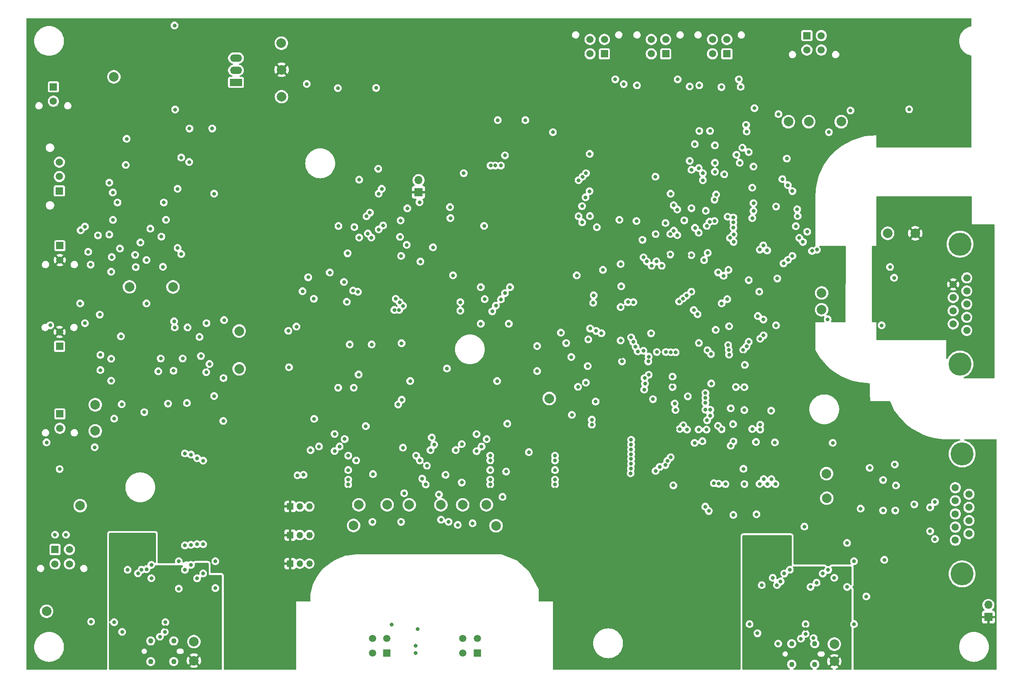
<source format=gbr>
%TF.GenerationSoftware,KiCad,Pcbnew,7.0.8*%
%TF.CreationDate,2024-01-22T14:24:45+01:00*%
%TF.ProjectId,BMS-Master,424d532d-4d61-4737-9465-722e6b696361,rev?*%
%TF.SameCoordinates,Original*%
%TF.FileFunction,Copper,L2,Inr*%
%TF.FilePolarity,Positive*%
%FSLAX46Y46*%
G04 Gerber Fmt 4.6, Leading zero omitted, Abs format (unit mm)*
G04 Created by KiCad (PCBNEW 7.0.8) date 2024-01-22 14:24:45*
%MOMM*%
%LPD*%
G01*
G04 APERTURE LIST*
%TA.AperFunction,ComponentPad*%
%ADD10R,1.700000X1.700000*%
%TD*%
%TA.AperFunction,ComponentPad*%
%ADD11O,1.700000X1.700000*%
%TD*%
%TA.AperFunction,ComponentPad*%
%ADD12R,1.520000X1.520000*%
%TD*%
%TA.AperFunction,ComponentPad*%
%ADD13C,1.520000*%
%TD*%
%TA.AperFunction,ComponentPad*%
%ADD14C,2.000000*%
%TD*%
%TA.AperFunction,ComponentPad*%
%ADD15R,2.500000X1.500000*%
%TD*%
%TA.AperFunction,ComponentPad*%
%ADD16O,2.500000X1.500000*%
%TD*%
%TA.AperFunction,ComponentPad*%
%ADD17R,1.350000X1.350000*%
%TD*%
%TA.AperFunction,ComponentPad*%
%ADD18O,1.350000X1.350000*%
%TD*%
%TA.AperFunction,ComponentPad*%
%ADD19C,1.100000*%
%TD*%
%TA.AperFunction,ComponentPad*%
%ADD20C,4.800000*%
%TD*%
%TA.AperFunction,ComponentPad*%
%ADD21C,1.500000*%
%TD*%
%TA.AperFunction,ViaPad*%
%ADD22C,0.800000*%
%TD*%
%TA.AperFunction,ViaPad*%
%ADD23C,1.000000*%
%TD*%
G04 APERTURE END LIST*
D10*
%TO.N,+3.3V*%
%TO.C,J5*%
X163000000Y-131040000D03*
D11*
%TO.N,/MCU1_secondary/MCU1_BOOT*%
X163000000Y-128500000D03*
%TD*%
D12*
%TO.N,Net-(IC2-Pad1)*%
%TO.C,J12*%
X88248500Y-142149000D03*
D13*
%TO.N,+3.3V*%
X88248500Y-145149000D03*
%TD*%
D12*
%TO.N,/Contactors/contactors_com_pos*%
%TO.C,J16*%
X227250001Y-102190000D03*
D13*
%TO.N,/Contactors/Contactor_out0*%
X224250002Y-102190000D03*
%TO.N,/Contactors/feedback0*%
X227250001Y-99190001D03*
%TO.N,GND*%
X224250002Y-99190001D03*
%TD*%
D14*
%TO.N,USB1_GND*%
%TO.C,TP3*%
X116180000Y-224657100D03*
%TD*%
%TO.N,/isoSPI_interface/OUT0_P*%
%TO.C,TP6*%
X172200000Y-196150000D03*
%TD*%
D12*
%TO.N,GND*%
%TO.C,J11*%
X88151750Y-130743000D03*
D13*
%TO.N,Net-(F1-Pad1)*%
X88151750Y-127743000D03*
%TO.N,/Shutdown/Bender_OK_EXT*%
X88151750Y-124743000D03*
%TD*%
D14*
%TO.N,/isoSPI_interface/OUT1_P_rv*%
%TO.C,TP13*%
X161050000Y-196150000D03*
%TD*%
%TO.N,Net-(C71-Pad1)*%
%TO.C,TP16*%
X125616750Y-159937000D03*
%TD*%
D12*
%TO.N,Net-(T1-PRI_6)*%
%TO.C,J7*%
X175239649Y-227015000D03*
D13*
%TO.N,Net-(T1-PRI_4)*%
X172239650Y-227015000D03*
%TO.N,Net-(T2-PRI_4)*%
X175239649Y-224015001D03*
%TO.N,Net-(T2-PRI_6)*%
X172239650Y-224015001D03*
%TD*%
D14*
%TO.N,+3.3V*%
%TO.C,TP33*%
X134454000Y-105505000D03*
%TD*%
%TO.N,/Contactors/contactors_com_pos*%
%TO.C,TP23*%
X95625500Y-175299000D03*
%TD*%
D15*
%TO.N,Net-(U21-Vin)*%
%TO.C,U21*%
X124954000Y-108145000D03*
D16*
%TO.N,GND*%
X124954000Y-105605000D03*
%TO.N,+5V*%
X124954000Y-103065000D03*
%TD*%
D14*
%TO.N,USB0_GND*%
%TO.C,TP4*%
X249650500Y-225171000D03*
%TD*%
%TO.N,/isoSPI_interface/OUT1_N_rv*%
%TO.C,TP12*%
X156450000Y-196150000D03*
%TD*%
%TO.N,GND_ISO*%
%TO.C,TP36*%
X260760000Y-139570000D03*
%TD*%
%TO.N,/Contactors/Contactor_feedback1*%
%TO.C,TP25*%
X244326000Y-116325000D03*
%TD*%
%TO.N,USB_VCC*%
%TO.C,TP5*%
X249650500Y-228750000D03*
%TD*%
%TO.N,/CAN0_interface/CAN0.RX*%
%TO.C,TP29*%
X248063000Y-194757000D03*
%TD*%
D17*
%TO.N,+3.3V*%
%TO.C,J9*%
X136250000Y-208400000D03*
D18*
%TO.N,/isoSPI_interface/PHA_0*%
X138250000Y-208400000D03*
%TO.N,GND*%
X140250000Y-208400000D03*
%TD*%
D14*
%TO.N,/isoSPI_interface/OUT0_N*%
%TO.C,TP7*%
X167650000Y-196150000D03*
%TD*%
%TO.N,/isoSPI_interface/OUT0_P_rv*%
%TO.C,TP9*%
X179150000Y-200500000D03*
%TD*%
D19*
%TO.N,USB1_GND*%
%TO.C,P1*%
X107180000Y-224507100D03*
X107180000Y-228807100D03*
X111980000Y-224507100D03*
X111980000Y-228807100D03*
%TD*%
D14*
%TO.N,/isoSPI_interface/OUT1_P*%
%TO.C,TP10*%
X150550000Y-196150000D03*
%TD*%
%TO.N,+5V_ISO*%
%TO.C,TP35*%
X266510000Y-139570000D03*
%TD*%
%TO.N,/Contactors/Contactor_feedback0*%
%TO.C,TP24*%
X240076000Y-116325000D03*
%TD*%
D12*
%TO.N,Net-(T1-PRI_3)*%
%TO.C,J6*%
X156389649Y-227000000D03*
D13*
%TO.N,Net-(T1-PRI_1)*%
X153389650Y-227000000D03*
%TO.N,Net-(T2-PRI_1)*%
X156389649Y-224000001D03*
%TO.N,Net-(T2-PRI_3)*%
X153389650Y-224000001D03*
%TD*%
D14*
%TO.N,/isoSPI_interface/OUT1_N*%
%TO.C,TP11*%
X149450000Y-200450000D03*
%TD*%
%TO.N,GND*%
%TO.C,TP34*%
X134454000Y-111105000D03*
%TD*%
%TO.N,/Shutdown/IMD_SHTDW*%
%TO.C,TP21*%
X85483325Y-218325326D03*
%TD*%
%TO.N,/CAN0_interface/CAN0.TX*%
%TO.C,TP27*%
X248013000Y-189657000D03*
%TD*%
D12*
%TO.N,/Contactors/contactors_com_pos*%
%TO.C,J19*%
X214500001Y-102190000D03*
D13*
%TO.N,/Contactors/Contactor_out2*%
X211500002Y-102190000D03*
%TO.N,/Contactors/feedback2*%
X214500001Y-99190001D03*
%TO.N,GND*%
X211500002Y-99190001D03*
%TD*%
D14*
%TO.N,Net-(R45-Pad2)*%
%TO.C,TP17*%
X125616750Y-167811000D03*
%TD*%
D20*
%TO.N,unconnected-(J20-PAD-Pad0)*%
%TO.C,J20*%
X276283000Y-210542000D03*
X276283000Y-185552000D03*
D21*
%TO.N,unconnected-(J20-Pad1)*%
X274863000Y-192567000D03*
%TO.N,/CAN0_interface/CAN0_L*%
X274863000Y-195307000D03*
%TO.N,GND*%
X274863000Y-198047000D03*
%TO.N,unconnected-(J20-Pad4)*%
X274863000Y-200787000D03*
%TO.N,GND*%
X274863000Y-203527000D03*
X277703000Y-193937000D03*
%TO.N,/CAN0_interface/CAN0_H*%
X277703000Y-196677000D03*
%TO.N,unconnected-(J20-Pad8)*%
X277703000Y-199417000D03*
%TO.N,+5V*%
X277703000Y-202157000D03*
%TD*%
D14*
%TO.N,/Contactors/Contactor_feedback2*%
%TO.C,TP26*%
X251076000Y-116325000D03*
%TD*%
D17*
%TO.N,+3.3V*%
%TO.C,J10*%
X136250000Y-196500000D03*
D18*
%TO.N,/isoSPI_interface/SLOW*%
X138250000Y-196500000D03*
%TO.N,GND*%
X140250000Y-196500000D03*
%TD*%
D14*
%TO.N,Net-(IC7-OUT_1)*%
%TO.C,TP22*%
X95625500Y-180760000D03*
%TD*%
D12*
%TO.N,Net-(IC8-C)*%
%TO.C,J14*%
X87243676Y-205460326D03*
D13*
%TO.N,Net-(IC8-E)*%
X90243675Y-205460326D03*
%TO.N,Net-(IC10-C)*%
X87243676Y-208460325D03*
%TO.N,Net-(IC10-E)*%
X90243675Y-208460325D03*
%TD*%
D20*
%TO.N,GND_ISO*%
%TO.C,J21*%
X275830000Y-141845000D03*
X275830000Y-166835000D03*
D21*
%TO.N,unconnected-(J21-Pad1)*%
X277250000Y-159820000D03*
%TO.N,/CAN0_interface/CAN1_-*%
X277250000Y-157080000D03*
%TO.N,GND_ISO*%
X277250000Y-154340000D03*
%TO.N,unconnected-(J21-Pad4)*%
X277250000Y-151600000D03*
%TO.N,GND_ISO*%
X277250000Y-148860000D03*
X274410000Y-158450000D03*
%TO.N,/CAN0_interface/CAN1_+*%
X274410000Y-155710000D03*
%TO.N,unconnected-(J21-Pad8)*%
X274410000Y-152970000D03*
%TO.N,+5V_ISO*%
X274410000Y-150230000D03*
%TD*%
D12*
%TO.N,Net-(IC11-C)*%
%TO.C,J17*%
X243921001Y-98385000D03*
D13*
%TO.N,Net-(IC12-C)*%
X246921000Y-98385000D03*
%TO.N,Net-(IC13-C)*%
X243921001Y-101384999D03*
%TO.N,Net-(IC11-E)*%
X246921000Y-101384999D03*
%TD*%
D12*
%TO.N,Net-(IC6-Pad1)*%
%TO.C,J13*%
X88182000Y-163121000D03*
D13*
%TO.N,+3.3V*%
X88182000Y-160121000D03*
%TD*%
D14*
%TO.N,/Shutdown/Bender_OK_EXT*%
%TO.C,TP14*%
X111829000Y-150749000D03*
%TD*%
%TO.N,SUPPLY*%
%TO.C,TP31*%
X99500000Y-106975000D03*
%TD*%
D12*
%TO.N,/Contactors/contactors_com_pos*%
%TO.C,J15*%
X88248500Y-177201000D03*
D13*
%TO.N,Net-(IC7-OUT_1)*%
X88248500Y-180201000D03*
%TD*%
D14*
%TO.N,/isoSPI_interface/OUT0_N_rv*%
%TO.C,TP8*%
X177150000Y-196150000D03*
%TD*%
%TO.N,/Shutdown/AMS_SHTDW*%
%TO.C,TP20*%
X92483325Y-196325326D03*
%TD*%
%TO.N,Net-(IC1-Pad6)*%
%TO.C,TP18*%
X102756750Y-150730000D03*
%TD*%
%TO.N,/CAN0_interface/CAN1.RX*%
%TO.C,TP30*%
X247000000Y-155500000D03*
%TD*%
%TO.N,/CAN0_interface/CAN1.TX*%
%TO.C,TP28*%
X247000000Y-152000000D03*
%TD*%
D19*
%TO.N,USB0_GND*%
%TO.C,P2*%
X240755500Y-225081000D03*
X240755500Y-229381000D03*
X245555500Y-225081000D03*
X245555500Y-229381000D03*
%TD*%
D17*
%TO.N,+3.3V*%
%TO.C,J8*%
X136250000Y-202450000D03*
D18*
%TO.N,/isoSPI_interface/POL_0*%
X138250000Y-202450000D03*
%TO.N,GND*%
X140250000Y-202450000D03*
%TD*%
D14*
%TO.N,USB1_VCC*%
%TO.C,TP2*%
X116180000Y-228607100D03*
%TD*%
%TO.N,+5V*%
%TO.C,TP32*%
X134404000Y-99955000D03*
%TD*%
D10*
%TO.N,+3.3V*%
%TO.C,J3*%
X281750000Y-219540000D03*
D11*
%TO.N,/MCU0_primary/MCU0_BOOT*%
X281750000Y-217000000D03*
%TD*%
D12*
%TO.N,/Contactors/contactors_com_pos*%
%TO.C,J18*%
X201733668Y-102181000D03*
D13*
%TO.N,/Contactors/Contactor_out1*%
X198733669Y-102181000D03*
%TO.N,/Contactors/feedback1*%
X201733668Y-99181001D03*
%TO.N,GND*%
X198733669Y-99181001D03*
%TD*%
D12*
%TO.N,Net-(F2-Pad1)*%
%TO.C,J22*%
X86896750Y-109060000D03*
D13*
%TO.N,GND*%
X86896750Y-112060000D03*
%TD*%
D14*
%TO.N,Net-(U1-VDDA)*%
%TO.C,TP1*%
X190246000Y-173990000D03*
%TD*%
D22*
%TO.N,GND*%
X153234000Y-162735000D03*
X199390000Y-154051000D03*
X199898000Y-174625000D03*
X175967000Y-150797000D03*
X227711000Y-164846000D03*
X237376001Y-191818600D03*
X204851000Y-136779000D03*
X234000000Y-151750000D03*
X122345000Y-169725000D03*
X113030000Y-207899000D03*
X253000000Y-114000000D03*
X94750000Y-220500000D03*
X108756000Y-168328000D03*
X179364500Y-170353000D03*
X243409500Y-200688000D03*
X96691000Y-164899000D03*
X110788000Y-175059000D03*
X104057000Y-146611000D03*
X149612000Y-138296000D03*
X215921000Y-171595503D03*
X182063000Y-150797000D03*
X233426000Y-198120000D03*
X109391000Y-140261000D03*
X170180000Y-148336000D03*
X103930000Y-144071000D03*
X237500000Y-158750000D03*
X230886000Y-176403000D03*
X208407000Y-137033000D03*
X230899001Y-191818600D03*
X174250000Y-200000000D03*
X175967000Y-158417000D03*
X255120000Y-196953000D03*
X105835000Y-176837000D03*
X248250000Y-157500000D03*
X139700000Y-108458000D03*
X141169000Y-153210000D03*
X181809000Y-158417000D03*
X196215000Y-171577000D03*
X172000000Y-191500000D03*
X227711500Y-158946026D03*
X153381600Y-199716800D03*
X248500000Y-118500000D03*
X137759714Y-190009714D03*
X233312001Y-183055600D03*
X214462000Y-137446000D03*
X148662000Y-162735000D03*
X227330353Y-153288647D03*
X228613001Y-182928600D03*
X186000000Y-185177500D03*
X135862000Y-159896000D03*
X112268000Y-113792000D03*
X266296000Y-196064000D03*
X227584000Y-147193000D03*
X230912000Y-171646000D03*
X205394500Y-166265500D03*
X230123002Y-109058000D03*
X112141000Y-96266000D03*
X160000000Y-193750000D03*
X241900000Y-134578000D03*
X232791000Y-125688000D03*
X252299500Y-204087100D03*
X101136000Y-175186000D03*
X194945000Y-177419000D03*
X148212000Y-143746000D03*
X119424000Y-166804000D03*
X114725000Y-174932000D03*
X215461645Y-144003149D03*
X109899000Y-133149000D03*
X205105000Y-154940000D03*
X219837000Y-144145000D03*
X122301000Y-178689000D03*
X262250000Y-187750000D03*
X239750000Y-124000000D03*
X193762000Y-162446000D03*
X231000000Y-167000000D03*
X232791000Y-133308000D03*
X229112000Y-171596000D03*
X112058000Y-157914000D03*
X167250000Y-194000000D03*
X169252000Y-199688799D03*
X166000000Y-142500000D03*
X96564000Y-156517000D03*
X140500000Y-184750000D03*
X205105000Y-161925000D03*
X140000000Y-148750000D03*
X219112000Y-173546000D03*
X122472000Y-157660000D03*
X192659000Y-160274000D03*
X216100737Y-192107263D03*
X88211675Y-188696326D03*
X228600000Y-198247000D03*
X218362000Y-136896000D03*
X146177000Y-109347000D03*
X152000000Y-179750000D03*
X228537000Y-179346000D03*
X144500000Y-147750000D03*
X172411000Y-127048000D03*
X194818000Y-165354000D03*
X159750000Y-184250000D03*
X161250000Y-170353000D03*
X238000000Y-114750000D03*
X107105000Y-138610000D03*
X96691000Y-168074000D03*
X198712000Y-135996000D03*
X198247000Y-167259000D03*
X265250000Y-113750000D03*
X94151000Y-143436000D03*
X118789000Y-158295000D03*
X96183000Y-140007000D03*
X94659000Y-146103000D03*
X181500000Y-179250000D03*
X198374000Y-161671000D03*
X148062000Y-153846000D03*
X187706000Y-163068000D03*
X180500000Y-194500000D03*
X257025000Y-188444000D03*
X224688500Y-132572193D03*
X195961000Y-148336000D03*
X159457000Y-162481000D03*
X227412000Y-136107499D03*
X120650000Y-207899000D03*
X159350600Y-199716800D03*
X205750000Y-108500000D03*
X187706000Y-168275000D03*
X205232000Y-150622000D03*
X216535000Y-176403000D03*
X100247000Y-133149000D03*
X159362000Y-144296000D03*
X223990214Y-170872510D03*
X260073000Y-207621000D03*
X235725001Y-191818600D03*
X236474000Y-176530000D03*
X111931000Y-168201000D03*
X170750000Y-184750000D03*
X219500000Y-109000000D03*
X136000000Y-167500000D03*
X226962001Y-191818600D03*
X232536500Y-130083500D03*
%TO.N,+3.3V*%
X163780299Y-192904000D03*
X143129000Y-147574000D03*
X177930299Y-192904000D03*
X139812000Y-101496000D03*
X218931500Y-166278637D03*
X149112000Y-115946000D03*
X128143000Y-132969000D03*
X230661500Y-164896000D03*
X151250000Y-181400000D03*
X172562000Y-130846000D03*
X243750000Y-124000000D03*
X218837497Y-144145000D03*
X228537201Y-194496000D03*
X196728738Y-164530154D03*
X230862000Y-183296000D03*
X174212000Y-148546000D03*
X110762000Y-206096000D03*
X205219077Y-165281512D03*
X160512000Y-157546000D03*
X182012000Y-157146000D03*
X191430299Y-192904000D03*
X193562000Y-172646000D03*
D23*
X143500000Y-100250000D03*
D22*
X106812000Y-159196000D03*
X214493336Y-144250908D03*
X216424521Y-180346761D03*
X119062000Y-173446000D03*
X225741342Y-143521568D03*
X164338000Y-142621000D03*
X147320000Y-140208000D03*
X223936500Y-165896000D03*
X133096000Y-161290000D03*
X148338000Y-192904000D03*
X235737001Y-180346000D03*
X219158000Y-140746000D03*
X119662000Y-204346000D03*
X225812000Y-183396000D03*
X207662000Y-144096000D03*
X233337001Y-194346000D03*
X248250000Y-147000000D03*
X225812000Y-136107499D03*
X106762000Y-161746000D03*
X238662000Y-179046000D03*
X202312000Y-151196000D03*
X105262000Y-167196000D03*
X230562500Y-159096000D03*
X215921000Y-170596000D03*
X185312000Y-166496000D03*
X200062000Y-133246000D03*
X251062000Y-203996000D03*
X98062000Y-156196000D03*
X186436000Y-132080000D03*
X243412000Y-207496000D03*
X203835000Y-139446000D03*
X98812000Y-146096000D03*
X202012000Y-161690000D03*
X148662000Y-152959500D03*
X185162000Y-149514000D03*
X103012000Y-138546000D03*
X230562000Y-153190000D03*
X202162000Y-155190000D03*
X226279319Y-145658208D03*
X148662500Y-155846000D03*
X176550000Y-181150000D03*
X104012000Y-147846000D03*
X242000000Y-133346000D03*
X251612000Y-186996000D03*
X116212000Y-171196000D03*
%TO.N,/MCU0_primary/MCU0_NRST*%
X197104000Y-137287000D03*
X198755000Y-159416500D03*
X197866000Y-170688000D03*
%TO.N,/MCU1_secondary/MCU1_NRST*%
X147447000Y-149733000D03*
X146304000Y-138049000D03*
X138812714Y-151650500D03*
X137541000Y-159004000D03*
%TO.N,Net-(U5-3V3OUT)*%
X105266000Y-209671161D03*
X102362000Y-209677000D03*
%TO.N,USB1_GND*%
X120650000Y-213487000D03*
X113030000Y-213614000D03*
%TO.N,USB1_VCC*%
X110236000Y-221615000D03*
X103251000Y-221615000D03*
%TO.N,Net-(U6-3V3OUT)*%
X234519500Y-212880000D03*
X237694500Y-212880000D03*
%TO.N,USB0_GND*%
X252299500Y-213261000D03*
X244679500Y-213261000D03*
X237948500Y-225072000D03*
%TO.N,USB_VCC*%
X235789500Y-222024000D03*
X251862000Y-223996000D03*
X245314500Y-221008000D03*
X243663500Y-222024000D03*
%TO.N,SUPPLY*%
X102166000Y-119889000D03*
X101981000Y-125349000D03*
%TO.N,Net-(IC3-OUT_1)*%
X99568000Y-178181000D03*
X99278098Y-131066458D03*
%TO.N,+5V*%
X185250000Y-116000000D03*
X246000000Y-143000000D03*
X224750000Y-124899502D03*
X237500000Y-134000000D03*
X118745000Y-168529000D03*
X224750000Y-121250000D03*
X237750000Y-149000000D03*
X219500000Y-124500000D03*
X242000000Y-136000000D03*
X117348000Y-161163000D03*
X179500000Y-116000000D03*
X154162000Y-109296000D03*
%TO.N,Net-(IC7-OUT_1)*%
X95504000Y-184150000D03*
%TO.N,+5V_ISO*%
X265760000Y-143445000D03*
X261500000Y-154750000D03*
%TO.N,GND_ISO*%
X262101463Y-148850000D03*
X261250000Y-146600000D03*
X259500000Y-158750000D03*
%TO.N,Net-(D1-A)*%
X199112000Y-178396000D03*
X200012000Y-159916500D03*
%TO.N,Net-(D2-A)*%
X201112000Y-160396000D03*
X199112000Y-179446000D03*
%TO.N,Net-(D3-A)*%
X149352000Y-151506500D03*
X149500000Y-171750000D03*
%TO.N,Net-(D4-A)*%
X150368000Y-151765000D03*
X150500000Y-169000000D03*
%TO.N,/Contactors/contactors_com_pos*%
X120000000Y-117750000D03*
X115250000Y-117750000D03*
X217000000Y-107500000D03*
X229750000Y-107500000D03*
X204000000Y-107500000D03*
%TO.N,/Shutdown/Bender_OK_EXT*%
X115189000Y-124714000D03*
%TO.N,Net-(IC1-Pad2)*%
X99060000Y-144526000D03*
X110363000Y-136779000D03*
X99314000Y-136779000D03*
X109728000Y-146558000D03*
%TO.N,/Shutdown/AMS_SHTDW*%
X92483325Y-154178000D03*
X106299000Y-154178000D03*
X106299000Y-145161000D03*
X92583000Y-138938000D03*
X98552000Y-139827000D03*
X98552000Y-129032000D03*
%TO.N,/MCU0_primary/SHUTDOWN_ctrl_MCU0*%
X113538000Y-123789500D03*
X113538000Y-143891000D03*
X220599000Y-138430000D03*
X220562000Y-121000000D03*
%TO.N,/MCU1_secondary/SHUTDOWN_ctrl_MCU0*%
X112776000Y-142621000D03*
X155321000Y-130302000D03*
X155612000Y-137946000D03*
X112776000Y-130302000D03*
%TO.N,Net-(IC1-Pad6)*%
X105029000Y-141478000D03*
%TO.N,/Shutdown/IMD_SHTDW*%
X86254798Y-158741061D03*
X93472000Y-138176000D03*
X93472000Y-158294000D03*
X85471000Y-183134000D03*
%TO.N,Net-(IC1-Pad10)*%
X100965000Y-161036000D03*
X100767500Y-142748000D03*
%TO.N,Net-(IC2-Pad3)*%
X98933000Y-147574000D03*
X98933000Y-170307000D03*
X98933000Y-165735000D03*
%TO.N,Net-(IC4-Pad1)*%
X117646000Y-165153000D03*
X113836000Y-165661000D03*
X109264000Y-165661000D03*
%TO.N,Net-(IC4-Pad6)*%
X112185000Y-159184000D03*
X114852000Y-159184000D03*
%TO.N,Net-(IC8-C)*%
X87245325Y-202385326D03*
X89531325Y-202385326D03*
%TO.N,/MCU0_primary/SHUTDOWN_feedback_MCU0*%
X154686500Y-138771131D03*
X154594000Y-126146000D03*
X120396000Y-131318000D03*
X120396000Y-173482000D03*
X154686000Y-131318000D03*
X219872500Y-126344500D03*
X219872500Y-134346000D03*
%TO.N,/Contactors/Contactor_feedback0*%
X238812000Y-128296000D03*
X239062000Y-145846000D03*
%TO.N,/Contactors/Contactor_feedback1*%
X239960000Y-129540000D03*
X240000000Y-145092000D03*
%TO.N,/Contactors/Contactor_feedback2*%
X240900000Y-130796000D03*
X240900000Y-144296000D03*
%TO.N,/MCU0_Memory/EEPROM.CS*%
X200152000Y-138303000D03*
X201422000Y-147193000D03*
%TO.N,/MCU0_Memory/EEPROM.MISO*%
X216916000Y-139954000D03*
X216916000Y-134620000D03*
%TO.N,/MCU0_Memory/EEPROM.MOSI*%
X215519000Y-131318000D03*
X215463000Y-139724830D03*
%TO.N,/MCU0_Memory/EEPROM.SCK*%
X216189500Y-139025985D03*
X216154000Y-133731000D03*
%TO.N,Net-(J1-+)*%
X205112000Y-145996000D03*
X191000000Y-118500000D03*
%TO.N,/MCU0_primary/MCU0_SWDIO*%
X231810500Y-149335073D03*
X198662000Y-123022000D03*
X231810000Y-122646000D03*
X198627136Y-130810000D03*
%TO.N,/MCU0_primary/MCU0_SWCLK*%
X197795000Y-132080000D03*
X197891637Y-127071000D03*
X224663000Y-137032500D03*
X222250000Y-127071000D03*
%TO.N,/MCU0_primary/MCU0_SWO*%
X212362000Y-127797500D03*
X197173636Y-127797500D03*
X197068500Y-133917626D03*
X212412000Y-139746000D03*
%TO.N,/MCU0_primary/MCU0_TDI*%
X196342000Y-136017000D03*
X222250000Y-128524000D03*
X196342000Y-128524000D03*
X223647000Y-137160000D03*
%TO.N,/MCU0_primary/MCU0_BOOT*%
X241626500Y-138096000D03*
X228602945Y-138372375D03*
X210564320Y-145450500D03*
X256312000Y-215250000D03*
%TO.N,/MCU1_secondary/MCU1_SWDIO*%
X163391500Y-145459500D03*
X163195000Y-133096000D03*
%TO.N,/MCU1_secondary/MCU1_SWCLK*%
X160655000Y-134366000D03*
X160528000Y-141986000D03*
%TO.N,/MCU1_secondary/MCU1_SWO*%
X152852755Y-135290500D03*
X153162000Y-140462000D03*
%TO.N,/MCU1_secondary/MCU1_TDI*%
X159131000Y-140335000D03*
X159258000Y-136906000D03*
%TO.N,/MCU1_secondary/MCU1_BOOT*%
X150622000Y-140462000D03*
X150622000Y-128397000D03*
%TO.N,Net-(T1-PRI_3)*%
X162400000Y-227000000D03*
%TO.N,Net-(T1-PRI_1)*%
X162400000Y-225500000D03*
%TO.N,Net-(T2-PRI_4)*%
X157400000Y-221100000D03*
%TO.N,Net-(T2-PRI_6)*%
X162850000Y-222000000D03*
%TO.N,/isoSPI_interface/POL_0*%
X191430299Y-186904000D03*
X163250000Y-186904000D03*
X150000000Y-186904000D03*
X177930299Y-186904000D03*
%TO.N,/isoSPI_interface/PHA_0*%
X191430299Y-185904000D03*
X148338000Y-185904000D03*
X177930299Y-185904000D03*
X162500000Y-185904000D03*
%TO.N,/isoSPI_interface/SLOW*%
X139038000Y-189904000D03*
X181250000Y-189226500D03*
X168630299Y-189904000D03*
X153500000Y-189750000D03*
%TO.N,/Contactors/feedback0*%
X226125000Y-109125000D03*
X226712000Y-127296000D03*
%TO.N,/Contactors/feedback1*%
X224750000Y-126750000D03*
X208500000Y-108750000D03*
X223750000Y-118250000D03*
X221500000Y-118250000D03*
%TO.N,/Contactors/feedback2*%
X225000000Y-131500000D03*
X221500000Y-108750000D03*
%TO.N,/CAN0_interface/CAN0_L*%
X270614000Y-203303000D03*
X270614000Y-195556000D03*
%TO.N,/CAN0_interface/CAN0_H*%
X269598000Y-201652000D03*
X269598000Y-196699000D03*
%TO.N,Net-(U17-CANL)*%
X262486000Y-192127000D03*
X262359000Y-197334000D03*
%TO.N,Net-(U17-CANH)*%
X259819000Y-190984000D03*
X259819000Y-197334000D03*
%TO.N,/USB_interface/D1+*%
X109093000Y-223647000D03*
X99568000Y-220599000D03*
X110236000Y-220599000D03*
%TO.N,/USB_interface/D1-*%
X110109000Y-222631000D03*
X101219000Y-222631000D03*
%TO.N,/USB_interface/D0+*%
X245314500Y-223929000D03*
X243663500Y-221008000D03*
X242679000Y-224056000D03*
X231979500Y-221008000D03*
%TO.N,/USB_interface/D0-*%
X233630500Y-222913000D03*
X243663500Y-223023503D03*
%TO.N,/MCU0_primary/FTDI_MCU0.DTR*%
X253746000Y-221000000D03*
X253746000Y-207899000D03*
%TO.N,/MCU1_secondary/FTDI_MCU1.DTR*%
X168910000Y-167750000D03*
X115570000Y-204470000D03*
X115570000Y-185674000D03*
X169545000Y-134112000D03*
%TO.N,/MCU1_secondary/FTDI_MCU1.RTS*%
X114300000Y-204597000D03*
X114300000Y-185450000D03*
%TO.N,/isoSPI_interface/OUT0_N*%
X167682000Y-199261799D03*
%TO.N,/isoSPI_interface/OUT0_P*%
X171173000Y-200323799D03*
%TO.N,Net-(R39-Pad2)*%
X175087500Y-184962500D03*
X175087500Y-181412500D03*
%TO.N,Net-(R40-Pad2)*%
X145500000Y-181400000D03*
X145500000Y-184950000D03*
%TO.N,/MCU0_primary/isoSPI0.DIR*%
X199500000Y-152500000D03*
X213677298Y-146346000D03*
%TO.N,/MCU1_secondary/isoSPI1.DIR*%
X169636500Y-136398000D03*
X152435500Y-139630364D03*
X141250000Y-178250000D03*
X152146000Y-136017000D03*
%TO.N,/Contactors/Contactor_ctrl0*%
X233000000Y-113500000D03*
X235662000Y-143146000D03*
%TO.N,/Contactors/Contactor_ctrl1*%
X231375000Y-118375000D03*
X234112000Y-142996000D03*
%TO.N,/Contactors/Contactor_ctrl2*%
X234838500Y-142096000D03*
X231250000Y-117000000D03*
%TO.N,/CAN0_interface/CAN0.TRANS_STBY_CTRL*%
X249312000Y-183246000D03*
X223262000Y-143646000D03*
X228655000Y-141369500D03*
X243100000Y-141369500D03*
%TO.N,/CAN0_interface/CAN1.TRANS_STBY_CTRL*%
X211562000Y-146346000D03*
X228655000Y-139796000D03*
%TO.N,/CAN0_interface/CAN0.TX*%
X230666252Y-163846275D03*
X230712000Y-188646000D03*
%TO.N,/CAN0_interface/CAN1.TX*%
X245000000Y-143250000D03*
X209662000Y-140946000D03*
X228612000Y-136296497D03*
%TO.N,/CAN0_interface/CAN0.RX*%
X227912000Y-140546000D03*
X242353000Y-140546000D03*
X212574889Y-145414132D03*
%TO.N,/CAN0_interface/CAN1.RX*%
X228612000Y-137296000D03*
X244000000Y-139250000D03*
X209884500Y-144596000D03*
%TO.N,/MCU0_Memory/MCU0_RAM.A0*%
X220512000Y-183246000D03*
X219853601Y-151752620D03*
%TO.N,/MCU0_Memory/MCU0_RAM.A1*%
X218857960Y-152548232D03*
X218948000Y-180467000D03*
%TO.N,/MCU0_Memory/MCU0_RAM.A2*%
X218150500Y-179572161D03*
X218077480Y-153172616D03*
%TO.N,/MCU0_Memory/MCU0_RAM.A3*%
X217424000Y-180340000D03*
X217297000Y-153797000D03*
%TO.N,/MCU0_Memory/MCU0_RAM.A4*%
X207186393Y-189589203D03*
X206629000Y-153916500D03*
%TO.N,/MCU0_Memory/MCU0_RAM.A5*%
X207244807Y-188591409D03*
X207772000Y-153924000D03*
%TO.N,/MCU0_Memory/MCU0_RAM.SDNWE*%
X225421323Y-179687024D03*
X224917000Y-159690000D03*
%TO.N,/MCU0_primary/isoSPI0.CS*%
X172000000Y-183500000D03*
X210025500Y-172146000D03*
%TO.N,/MCU0_primary/isoSPI0.SCK*%
X177930299Y-188904000D03*
X191430299Y-188904000D03*
X210201500Y-170896000D03*
%TO.N,/MCU0_primary/isoSPI0.MISO*%
X177930299Y-190904000D03*
X191430299Y-190904000D03*
X210111211Y-169745252D03*
%TO.N,/MCU0_primary/isoSPI0.MOSI*%
X210962000Y-169046000D03*
X191430299Y-191904000D03*
X177930299Y-191904000D03*
%TO.N,/MCU0_Memory/MCU0_RAM.SDNRAS*%
X211841500Y-174146000D03*
X210865478Y-166278637D03*
%TO.N,/MCU0_Memory/MCU0_RAM.A6*%
X212387000Y-189096000D03*
X210952041Y-165282890D03*
%TO.N,/MCU0_Memory/MCU0_RAM.A7*%
X212662000Y-164302500D03*
X213250000Y-188250000D03*
%TO.N,/MCU0_Memory/MCU0_RAM.A8*%
X214431232Y-187872593D03*
X214530484Y-164302500D03*
%TO.N,/MCU0_Memory/MCU0_RAM.A9*%
X214858298Y-186968922D03*
X215532121Y-164362604D03*
%TO.N,/MCU0_Memory/MCU0_RAM.A10*%
X215921000Y-169446000D03*
X216375000Y-175046000D03*
%TO.N,/MCU0_Memory/MCU0_RAM.A11*%
X215526900Y-186225970D03*
X216570857Y-164373913D03*
%TO.N,/MCU0_Memory/MCU0_RAM.D4*%
X223774000Y-177546000D03*
X222795500Y-172874780D03*
%TO.N,/MCU0_Memory/MCU0_RAM.D5*%
X222795500Y-173874283D03*
X223795503Y-176326786D03*
%TO.N,/MCU0_Memory/MCU0_RAM.D6*%
X222795500Y-174873786D03*
X222795500Y-176326786D03*
%TO.N,/MCU0_Memory/MCU0_RAM.D7*%
X228055323Y-183846000D03*
X228055323Y-176046000D03*
%TO.N,/MCU0_Memory/MCU0_RAM.D8*%
X207301500Y-186594012D03*
X209850855Y-164050009D03*
%TO.N,/MCU0_Memory/MCU0_RAM.D9*%
X207301500Y-185594509D03*
X208676274Y-164197162D03*
%TO.N,/MCU0_Memory/MCU0_RAM.D10*%
X207301500Y-184595006D03*
X208209500Y-163197667D03*
%TO.N,/MCU0_Memory/MCU0_RAM.D11*%
X207755500Y-162213209D03*
X207301500Y-183595503D03*
%TO.N,/MCU0_Memory/MCU0_RAM.D12*%
X207301500Y-161268500D03*
X207301500Y-182596000D03*
%TO.N,/MCU0_primary/FTDI_MCU0.TX*%
X222752018Y-196522513D03*
X223212000Y-163946000D03*
%TO.N,/MCU0_primary/FTDI_MCU0.RX*%
X223478518Y-197429482D03*
X223936500Y-164746000D03*
%TO.N,/MCU0_Memory/MCU0_RAM.SDNE1*%
X223012000Y-180467000D03*
X221412000Y-162427474D03*
%TO.N,/MCU0_Memory/MCU0_RAM.SDCKE1*%
X207301500Y-187593515D03*
X211455000Y-160416500D03*
%TO.N,/MCU0_primary/MCU_to_MCU_INTERFACE_MCU0.CS*%
X179112000Y-154646000D03*
X227656663Y-163847975D03*
X229937500Y-124887584D03*
X179012000Y-125469500D03*
%TO.N,/MCU0_primary/MCU_to_MCU_INTERFACE_MCU0.MISO*%
X178362000Y-155846000D03*
X178012497Y-125469500D03*
X227507094Y-162859727D03*
X229250000Y-123226500D03*
%TO.N,/MCU0_primary/MCU_to_MCU_INTERFACE_MCU0.MOSI*%
X181012000Y-123354500D03*
X230500000Y-121750000D03*
X231356500Y-163123390D03*
X181012000Y-152046000D03*
%TO.N,/MCU0_Memory/MCU0_RAM.D13*%
X231810500Y-162179000D03*
X234061000Y-191770000D03*
%TO.N,/MCU0_Memory/MCU0_RAM.D14*%
X234928962Y-190796000D03*
X234187500Y-161544000D03*
%TO.N,/MCU0_Memory/MCU0_RAM.D15*%
X234894717Y-160837708D03*
X236527242Y-190796000D03*
%TO.N,/MCU0_Memory/MCU0_RAM.D0*%
X237253742Y-183146000D03*
X234862000Y-157546000D03*
%TO.N,/MCU0_Memory/MCU0_RAM.D1*%
X233717500Y-156819500D03*
X234201962Y-179453535D03*
%TO.N,/MCU0_Memory/MCU0_RAM.BA0*%
X221144500Y-156428500D03*
X222162000Y-182896000D03*
%TO.N,/MCU0_Memory/MCU0_RAM.BA1*%
X220345000Y-155575000D03*
X221361000Y-180467000D03*
%TO.N,/MCU0_Memory/MCU0_RAM.SDCLK*%
X224537001Y-191643000D03*
X226151500Y-154178000D03*
%TO.N,/MCU0_Memory/MCU0_RAM.D2*%
X222849500Y-134896000D03*
X234188000Y-180467000D03*
X223062000Y-138046000D03*
X232800000Y-134926999D03*
%TO.N,/MCU0_Memory/MCU0_RAM.D3*%
X232537000Y-136398000D03*
X232537000Y-180340000D03*
%TO.N,/MCU0_primary/MCU_to_MCU_INTERFACE_MCU0.SCK*%
X221384500Y-139446000D03*
X180162000Y-153346000D03*
X180162000Y-125469500D03*
X221398000Y-126000000D03*
%TO.N,/MCU0_Memory/MCU0_RAM.SDNCAS*%
X222504000Y-145161000D03*
X223129281Y-178528719D03*
%TO.N,/MCU0_Memory/MCU0_RAM.NBL0*%
X226147823Y-180410326D03*
X225425000Y-147719500D03*
%TO.N,/MCU0_Memory/MCU0_RAM.NBL1*%
X225528765Y-191767134D03*
X226568000Y-148446000D03*
%TO.N,/MCU1_secondary/MCU_to_MCU_INTERFACE_MCU1.CS*%
X171704000Y-153924000D03*
X171704000Y-155702000D03*
%TO.N,/MCU1_secondary/MCU_to_MCU_INTERFACE_MCU1.SCK*%
X176784000Y-153289000D03*
X176657000Y-138049000D03*
%TO.N,/MCU1_secondary/isoSPI1.CS*%
X142250000Y-184000000D03*
X146250000Y-171750000D03*
%TO.N,/MCU1_secondary/isoSPI1.SCK*%
X164750000Y-188000000D03*
X158242000Y-153233000D03*
X148338000Y-188904000D03*
X165500000Y-184750000D03*
%TO.N,/MCU1_secondary/isoSPI1.MISO*%
X148338000Y-190904000D03*
X163750000Y-190704001D03*
X159059245Y-153959500D03*
X166273500Y-183624647D03*
%TO.N,/MCU1_secondary/isoSPI1.MOSI*%
X148338000Y-191904000D03*
X164500000Y-191904000D03*
X165750000Y-182126500D03*
X159766000Y-154686000D03*
%TO.N,/MCU1_secondary/FTDI_MCU1.TX*%
X118110000Y-204343000D03*
X158750000Y-175250000D03*
X157950683Y-155544903D03*
X118110000Y-186944000D03*
%TO.N,/MCU1_secondary/FTDI_MCU1.RX*%
X158950164Y-155538303D03*
X116840000Y-186436000D03*
X116840000Y-204343000D03*
X159500000Y-174250000D03*
%TO.N,/USB_interface/USB_MCU1.DTR*%
X107315000Y-208661000D03*
X115570000Y-208661000D03*
%TO.N,/USB_interface/USB_MCU1.RTS*%
X106299000Y-209550000D03*
X114300000Y-209677000D03*
%TO.N,/USB_interface/USB_MCU1.RX*%
X118110000Y-210439000D03*
X104521000Y-210439000D03*
%TO.N,/USB_interface/USB_MCU1.TX*%
X107315000Y-211455000D03*
X116840000Y-211455000D03*
%TO.N,/USB_interface/USB_MCU0.DTR*%
X247219500Y-210467000D03*
X239218500Y-210467000D03*
%TO.N,/USB_interface/USB_MCU0.RTS*%
X238456500Y-212118000D03*
X245949500Y-212372000D03*
%TO.N,/USB_interface/USB_MCU0.RX*%
X236805500Y-211356000D03*
X249632500Y-211356000D03*
%TO.N,/USB_interface/USB_MCU0.TX*%
X240361500Y-209677000D03*
X248362500Y-209705000D03*
%TO.N,Net-(U13-Pad10)*%
X176137500Y-184012500D03*
X177187500Y-182462500D03*
%TO.N,Net-(U14-Pad10)*%
X146550000Y-184000000D03*
X147600000Y-182450000D03*
%TD*%
%TA.AperFunction,Conductor*%
%TO.N,+3.3V*%
G36*
X278175500Y-94769962D02*
G01*
X278230038Y-94824500D01*
X278250000Y-94899000D01*
X278250000Y-96314199D01*
X278230038Y-96388699D01*
X278175500Y-96443237D01*
X278125960Y-96461093D01*
X278070920Y-96470445D01*
X278058981Y-96472474D01*
X277815176Y-96542714D01*
X277724356Y-96568879D01*
X277724353Y-96568879D01*
X277724350Y-96568881D01*
X277724345Y-96568882D01*
X277402618Y-96702147D01*
X277402614Y-96702149D01*
X277097835Y-96870595D01*
X277097834Y-96870595D01*
X276813834Y-97072104D01*
X276813817Y-97072118D01*
X276554164Y-97304157D01*
X276554157Y-97304164D01*
X276322118Y-97563817D01*
X276322104Y-97563834D01*
X276120595Y-97847834D01*
X276120595Y-97847835D01*
X275952149Y-98152614D01*
X275952147Y-98152618D01*
X275818882Y-98474345D01*
X275818881Y-98474350D01*
X275818879Y-98474356D01*
X275736591Y-98759984D01*
X275722471Y-98808994D01*
X275664142Y-99152299D01*
X275664141Y-99152306D01*
X275644615Y-99500000D01*
X275664141Y-99847693D01*
X275664142Y-99847700D01*
X275722471Y-100191005D01*
X275722472Y-100191010D01*
X275722473Y-100191013D01*
X275818879Y-100525644D01*
X275818880Y-100525648D01*
X275818881Y-100525649D01*
X275818882Y-100525654D01*
X275952147Y-100847381D01*
X275952149Y-100847385D01*
X276120595Y-101152164D01*
X276120595Y-101152165D01*
X276322104Y-101436165D01*
X276322112Y-101436176D01*
X276436789Y-101564500D01*
X276554157Y-101695835D01*
X276554164Y-101695842D01*
X276625935Y-101759980D01*
X276813824Y-101927888D01*
X276813834Y-101927895D01*
X277097834Y-102129404D01*
X277402614Y-102297850D01*
X277402618Y-102297852D01*
X277402620Y-102297852D01*
X277402624Y-102297855D01*
X277542890Y-102355955D01*
X277724345Y-102431117D01*
X277724347Y-102431117D01*
X277724356Y-102431121D01*
X278058987Y-102527527D01*
X278058996Y-102527528D01*
X278058998Y-102527529D01*
X278058995Y-102527529D01*
X278099829Y-102534466D01*
X278125957Y-102538905D01*
X278196060Y-102571063D01*
X278240693Y-102633965D01*
X278250000Y-102685800D01*
X278250000Y-121549917D01*
X278230038Y-121624417D01*
X278175500Y-121678955D01*
X278101000Y-121698917D01*
X258559000Y-121698917D01*
X258484500Y-121678955D01*
X258429962Y-121624417D01*
X258410000Y-121549917D01*
X258410000Y-119170000D01*
X258409999Y-119169999D01*
X255910003Y-119369999D01*
X253209999Y-120270000D01*
X251210000Y-121370000D01*
X251209998Y-121370001D01*
X249710000Y-122569999D01*
X248610001Y-123769998D01*
X248609997Y-123770003D01*
X247510004Y-125269992D01*
X247510000Y-125269999D01*
X247510000Y-125270000D01*
X246621002Y-127047998D01*
X246609998Y-127070005D01*
X246409596Y-127671211D01*
X246310221Y-127969336D01*
X246210000Y-128270000D01*
X245810000Y-130270000D01*
X245788328Y-130616745D01*
X245710000Y-131869997D01*
X245710000Y-142154461D01*
X245690038Y-142228961D01*
X245640273Y-142280623D01*
X245497738Y-142370184D01*
X245497731Y-142370189D01*
X245411417Y-142456503D01*
X245344622Y-142495067D01*
X245267494Y-142495067D01*
X245256848Y-142491783D01*
X245179253Y-142464631D01*
X245000001Y-142444435D01*
X244999999Y-142444435D01*
X244820747Y-142464631D01*
X244650477Y-142524211D01*
X244497738Y-142620184D01*
X244370184Y-142747738D01*
X244274211Y-142900477D01*
X244214631Y-143070747D01*
X244194435Y-143249998D01*
X244194435Y-143250001D01*
X244214631Y-143429252D01*
X244214631Y-143429254D01*
X244214632Y-143429255D01*
X244274211Y-143599522D01*
X244370184Y-143752262D01*
X244497738Y-143879816D01*
X244650478Y-143975789D01*
X244820745Y-144035368D01*
X244910372Y-144045466D01*
X244999999Y-144055565D01*
X245000000Y-144055565D01*
X245000001Y-144055565D01*
X245044813Y-144050515D01*
X245179255Y-144035368D01*
X245349522Y-143975789D01*
X245502262Y-143879816D01*
X245588581Y-143793497D01*
X245655375Y-143754932D01*
X245732503Y-143754932D01*
X245743127Y-143758208D01*
X245820745Y-143785368D01*
X245901990Y-143794522D01*
X245999999Y-143805565D01*
X246000000Y-143805565D01*
X246000001Y-143805565D01*
X246044813Y-143800515D01*
X246179255Y-143785368D01*
X246349522Y-143725789D01*
X246502262Y-143629816D01*
X246629816Y-143502262D01*
X246725789Y-143349522D01*
X246785368Y-143179255D01*
X246803742Y-143016184D01*
X246805565Y-143000001D01*
X246805565Y-142999998D01*
X246788610Y-142849522D01*
X246785368Y-142820745D01*
X246725789Y-142650478D01*
X246629816Y-142497738D01*
X246556437Y-142424359D01*
X246517873Y-142357564D01*
X246517873Y-142280436D01*
X246556437Y-142213641D01*
X246623232Y-142175077D01*
X246661796Y-142170000D01*
X251860906Y-142170000D01*
X251935406Y-142189962D01*
X251989944Y-142244500D01*
X252009906Y-142319000D01*
X252009906Y-142319094D01*
X252000093Y-157951094D01*
X251980084Y-158025581D01*
X251925512Y-158080085D01*
X251851093Y-158100000D01*
X249087999Y-158100000D01*
X249013499Y-158080038D01*
X248958961Y-158025500D01*
X248938999Y-157951000D01*
X248958961Y-157876500D01*
X248961837Y-157871728D01*
X248975787Y-157849525D01*
X248975786Y-157849525D01*
X248975789Y-157849522D01*
X249035368Y-157679255D01*
X249054480Y-157509631D01*
X249055565Y-157500001D01*
X249055565Y-157499998D01*
X249040551Y-157366745D01*
X249035368Y-157320745D01*
X248975789Y-157150478D01*
X248879816Y-156997738D01*
X248752262Y-156870184D01*
X248599522Y-156774211D01*
X248429255Y-156714632D01*
X248429254Y-156714631D01*
X248429253Y-156714631D01*
X248250001Y-156694435D01*
X248249998Y-156694435D01*
X248149047Y-156705809D01*
X248072781Y-156694314D01*
X248012480Y-156646225D01*
X247984302Y-156574428D01*
X247995797Y-156498162D01*
X248022740Y-156456833D01*
X248108979Y-156363153D01*
X248235924Y-156168849D01*
X248329157Y-155956300D01*
X248386134Y-155731305D01*
X248405300Y-155500000D01*
X248401266Y-155451321D01*
X248396661Y-155395745D01*
X248386134Y-155268695D01*
X248329157Y-155043700D01*
X248235924Y-154831151D01*
X248108979Y-154636847D01*
X247951784Y-154466087D01*
X247951783Y-154466086D01*
X247951781Y-154466084D01*
X247951779Y-154466082D01*
X247768630Y-154323533D01*
X247768624Y-154323529D01*
X247741817Y-154309022D01*
X247564503Y-154213064D01*
X247513405Y-154195522D01*
X247344984Y-154137703D01*
X247344983Y-154137702D01*
X247344981Y-154137702D01*
X247116049Y-154099500D01*
X246883951Y-154099500D01*
X246655019Y-154137702D01*
X246655017Y-154137702D01*
X246655015Y-154137703D01*
X246435496Y-154213064D01*
X246231375Y-154323529D01*
X246231369Y-154323533D01*
X246048220Y-154466082D01*
X246048218Y-154466084D01*
X245891023Y-154636844D01*
X245891021Y-154636846D01*
X245891021Y-154636847D01*
X245767928Y-154825256D01*
X245764075Y-154831153D01*
X245764073Y-154831156D01*
X245670843Y-155043698D01*
X245613865Y-155268699D01*
X245594700Y-155499998D01*
X245594700Y-155500001D01*
X245613865Y-155731300D01*
X245613865Y-155731303D01*
X245613866Y-155731305D01*
X245630929Y-155798684D01*
X245670843Y-155956301D01*
X245764073Y-156168843D01*
X245764076Y-156168849D01*
X245891021Y-156363153D01*
X246032648Y-156517001D01*
X246048218Y-156533915D01*
X246048220Y-156533917D01*
X246184832Y-156640245D01*
X246231374Y-156676470D01*
X246435497Y-156786936D01*
X246655019Y-156862298D01*
X246883951Y-156900500D01*
X246883953Y-156900500D01*
X247116047Y-156900500D01*
X247116049Y-156900500D01*
X247344981Y-156862298D01*
X247405421Y-156841548D01*
X247482364Y-156836238D01*
X247551656Y-156870112D01*
X247594727Y-156934093D01*
X247600038Y-157011038D01*
X247579963Y-157061747D01*
X247524212Y-157150474D01*
X247464631Y-157320747D01*
X247444435Y-157499998D01*
X247444435Y-157500001D01*
X247464631Y-157679252D01*
X247464631Y-157679254D01*
X247464632Y-157679255D01*
X247494421Y-157764388D01*
X247524212Y-157849525D01*
X247538163Y-157871728D01*
X247560897Y-157945429D01*
X247543734Y-158020623D01*
X247491273Y-158077162D01*
X247417572Y-158099896D01*
X247412001Y-158100000D01*
X245699999Y-158100000D01*
X245701377Y-163800237D01*
X245701401Y-163899281D01*
X246156460Y-164653075D01*
X246710000Y-165570001D01*
X246710001Y-165570003D01*
X247780586Y-166793527D01*
X248110000Y-167170000D01*
X248110007Y-167170006D01*
X248110011Y-167170010D01*
X248955538Y-167894747D01*
X249510000Y-168370000D01*
X250973586Y-169264414D01*
X251310000Y-169470000D01*
X253310000Y-170270000D01*
X255210000Y-170670000D01*
X256210000Y-170770000D01*
X256860861Y-170794716D01*
X256934546Y-170817490D01*
X256986975Y-170874058D01*
X257004137Y-170939180D01*
X257061683Y-172874780D01*
X257110000Y-174500000D01*
X261108289Y-174499430D01*
X261182790Y-174519382D01*
X261237335Y-174573912D01*
X261242263Y-174583183D01*
X261601254Y-175320211D01*
X262163956Y-176475470D01*
X262210000Y-176570000D01*
X262210001Y-176570001D01*
X262210003Y-176570005D01*
X263409997Y-178069997D01*
X263534032Y-178204368D01*
X264610000Y-179370000D01*
X265872328Y-180311246D01*
X267610000Y-181270000D01*
X267610008Y-181270003D01*
X267610012Y-181270005D01*
X268045675Y-181444270D01*
X269110000Y-181870000D01*
X270496644Y-182266184D01*
X270510000Y-182270000D01*
X270510004Y-182270001D01*
X271671109Y-182392222D01*
X272410000Y-182470000D01*
X272926250Y-182496250D01*
X272999998Y-182500000D01*
X273000000Y-182500000D01*
X275742056Y-182500000D01*
X275816556Y-182519962D01*
X275871094Y-182574500D01*
X275891056Y-182649000D01*
X275871094Y-182723500D01*
X275816556Y-182778038D01*
X275776423Y-182793981D01*
X275478446Y-182864604D01*
X275478442Y-182864605D01*
X275171896Y-182976179D01*
X275171893Y-182976180D01*
X274880391Y-183122578D01*
X274880381Y-183122583D01*
X274607823Y-183301847D01*
X274607820Y-183301849D01*
X274357926Y-183511534D01*
X274134056Y-183748823D01*
X273939258Y-184010481D01*
X273939247Y-184010498D01*
X273776141Y-184293007D01*
X273776139Y-184293011D01*
X273646930Y-184592549D01*
X273646928Y-184592556D01*
X273553372Y-184905055D01*
X273553370Y-184905065D01*
X273496723Y-185226324D01*
X273496721Y-185226338D01*
X273477754Y-185552000D01*
X273496721Y-185877661D01*
X273496723Y-185877675D01*
X273553370Y-186198934D01*
X273553372Y-186198944D01*
X273646928Y-186511443D01*
X273646930Y-186511450D01*
X273765154Y-186785522D01*
X273776141Y-186810992D01*
X273939251Y-187093508D01*
X273939255Y-187093513D01*
X273939258Y-187093518D01*
X274073780Y-187274211D01*
X274134057Y-187355177D01*
X274340331Y-187573816D01*
X274357926Y-187592465D01*
X274450078Y-187669789D01*
X274607823Y-187802153D01*
X274880377Y-187981414D01*
X275171899Y-188127822D01*
X275478446Y-188239396D01*
X275795874Y-188314628D01*
X276043643Y-188343588D01*
X276119880Y-188352499D01*
X276119886Y-188352500D01*
X276119889Y-188352500D01*
X276446114Y-188352500D01*
X276446118Y-188352499D01*
X276770126Y-188314628D01*
X277087554Y-188239396D01*
X277394101Y-188127822D01*
X277685623Y-187981414D01*
X277958177Y-187802153D01*
X278208077Y-187592462D01*
X278431943Y-187355177D01*
X278626749Y-187093508D01*
X278789859Y-186810992D01*
X278919069Y-186511451D01*
X279012630Y-186198934D01*
X279069278Y-185877669D01*
X279088246Y-185552000D01*
X279069278Y-185226331D01*
X279012630Y-184905066D01*
X279005950Y-184882754D01*
X278936946Y-184652262D01*
X278919069Y-184592549D01*
X278789859Y-184293008D01*
X278626749Y-184010492D01*
X278618936Y-183999998D01*
X278431943Y-183748823D01*
X278337068Y-183648261D01*
X278208077Y-183511538D01*
X278208075Y-183511537D01*
X278208073Y-183511534D01*
X278008101Y-183343738D01*
X277958177Y-183301847D01*
X277685623Y-183122586D01*
X277685621Y-183122585D01*
X277685618Y-183122583D01*
X277685608Y-183122578D01*
X277394106Y-182976180D01*
X277394103Y-182976179D01*
X277394102Y-182976178D01*
X277394101Y-182976178D01*
X277087554Y-182864604D01*
X276789579Y-182793982D01*
X276721694Y-182757379D01*
X276681204Y-182691734D01*
X276678960Y-182614638D01*
X276715565Y-182546750D01*
X276781210Y-182506260D01*
X276823944Y-182500000D01*
X283351000Y-182500000D01*
X283425500Y-182519962D01*
X283480038Y-182574500D01*
X283500000Y-182649000D01*
X283500000Y-230351000D01*
X283480038Y-230425500D01*
X283425500Y-230480038D01*
X283351000Y-230500000D01*
X253804500Y-230500000D01*
X253730000Y-230480038D01*
X253675462Y-230425500D01*
X253655500Y-230351000D01*
X253655500Y-225750000D01*
X275644615Y-225750000D01*
X275664141Y-226097693D01*
X275664142Y-226097700D01*
X275722471Y-226441005D01*
X275722472Y-226441010D01*
X275722473Y-226441013D01*
X275818879Y-226775644D01*
X275818880Y-226775648D01*
X275818881Y-226775649D01*
X275818882Y-226775654D01*
X275952147Y-227097381D01*
X275952149Y-227097385D01*
X276120595Y-227402164D01*
X276120595Y-227402165D01*
X276281830Y-227629404D01*
X276322112Y-227686176D01*
X276423986Y-227800173D01*
X276541005Y-227931118D01*
X276554161Y-227945839D01*
X276813824Y-228177888D01*
X276813834Y-228177895D01*
X277097834Y-228379404D01*
X277402614Y-228547850D01*
X277402618Y-228547852D01*
X277402620Y-228547852D01*
X277402624Y-228547855D01*
X277542890Y-228605955D01*
X277724345Y-228681117D01*
X277724347Y-228681117D01*
X277724356Y-228681121D01*
X278058987Y-228777527D01*
X278402307Y-228835859D01*
X278750000Y-228855385D01*
X279097693Y-228835859D01*
X279441013Y-228777527D01*
X279775644Y-228681121D01*
X280097376Y-228547855D01*
X280402164Y-228379405D01*
X280686176Y-228177888D01*
X280945839Y-227945839D01*
X281177888Y-227686176D01*
X281379405Y-227402164D01*
X281547855Y-227097376D01*
X281681121Y-226775644D01*
X281777527Y-226441013D01*
X281835859Y-226097693D01*
X281855385Y-225750000D01*
X281835859Y-225402307D01*
X281777527Y-225058987D01*
X281681121Y-224724356D01*
X281681117Y-224724347D01*
X281681117Y-224724345D01*
X281587802Y-224499064D01*
X281547855Y-224402624D01*
X281547852Y-224402618D01*
X281547850Y-224402614D01*
X281410457Y-224154021D01*
X281379405Y-224097836D01*
X281372064Y-224087490D01*
X281177895Y-223813834D01*
X281177888Y-223813824D01*
X280968022Y-223578984D01*
X280945842Y-223554164D01*
X280945835Y-223554157D01*
X280838053Y-223457838D01*
X280686176Y-223322112D01*
X280673582Y-223313176D01*
X280402165Y-223120595D01*
X280097385Y-222952149D01*
X280097381Y-222952147D01*
X279775654Y-222818882D01*
X279775649Y-222818881D01*
X279775648Y-222818880D01*
X279775644Y-222818879D01*
X279441013Y-222722473D01*
X279441010Y-222722472D01*
X279441005Y-222722471D01*
X279097700Y-222664142D01*
X279097693Y-222664141D01*
X278750000Y-222644615D01*
X278402306Y-222664141D01*
X278402299Y-222664142D01*
X278058994Y-222722471D01*
X278058987Y-222722472D01*
X278058987Y-222722473D01*
X277724356Y-222818879D01*
X277724353Y-222818879D01*
X277724350Y-222818881D01*
X277724345Y-222818882D01*
X277402618Y-222952147D01*
X277402614Y-222952149D01*
X277097835Y-223120595D01*
X277097834Y-223120595D01*
X276813834Y-223322104D01*
X276813817Y-223322118D01*
X276554164Y-223554157D01*
X276554157Y-223554164D01*
X276322118Y-223813817D01*
X276322104Y-223813834D01*
X276120595Y-224097834D01*
X276120595Y-224097835D01*
X275952149Y-224402614D01*
X275952147Y-224402618D01*
X275818882Y-224724345D01*
X275818881Y-224724350D01*
X275818879Y-224724356D01*
X275774041Y-224879992D01*
X275722471Y-225058994D01*
X275664142Y-225402299D01*
X275664141Y-225402306D01*
X275644615Y-225750000D01*
X253655500Y-225750000D01*
X253655500Y-221948916D01*
X253675462Y-221874416D01*
X253730000Y-221819878D01*
X253787816Y-221800853D01*
X253925255Y-221785368D01*
X254095522Y-221725789D01*
X254248262Y-221629816D01*
X254375816Y-221502262D01*
X254471789Y-221349522D01*
X254531368Y-221179255D01*
X254551565Y-221000000D01*
X254531368Y-220820745D01*
X254471789Y-220650478D01*
X254375816Y-220497738D01*
X254315900Y-220437822D01*
X280400000Y-220437822D01*
X280400001Y-220437842D01*
X280406401Y-220497377D01*
X280456645Y-220632084D01*
X280456650Y-220632094D01*
X280542809Y-220747187D01*
X280542812Y-220747190D01*
X280657905Y-220833349D01*
X280657915Y-220833354D01*
X280792623Y-220883598D01*
X280792621Y-220883598D01*
X280852157Y-220889998D01*
X280852177Y-220890000D01*
X281500000Y-220890000D01*
X281500000Y-219975501D01*
X281607685Y-220024680D01*
X281714237Y-220040000D01*
X281785763Y-220040000D01*
X281892315Y-220024680D01*
X282000000Y-219975501D01*
X282000000Y-220890000D01*
X282647823Y-220890000D01*
X282647842Y-220889998D01*
X282707377Y-220883598D01*
X282842084Y-220833354D01*
X282842094Y-220833349D01*
X282957187Y-220747190D01*
X282957190Y-220747187D01*
X283043349Y-220632094D01*
X283043354Y-220632084D01*
X283093598Y-220497377D01*
X283099998Y-220437842D01*
X283100000Y-220437822D01*
X283100000Y-219790000D01*
X282183686Y-219790000D01*
X282209493Y-219749844D01*
X282250000Y-219611889D01*
X282250000Y-219468111D01*
X282209493Y-219330156D01*
X282183686Y-219290000D01*
X283100000Y-219290000D01*
X283100000Y-218642177D01*
X283099998Y-218642157D01*
X283093598Y-218582622D01*
X283043354Y-218447915D01*
X283043349Y-218447905D01*
X282957190Y-218332812D01*
X282957187Y-218332809D01*
X282842094Y-218246650D01*
X282842084Y-218246645D01*
X282707377Y-218196401D01*
X282669120Y-218192288D01*
X282597181Y-218164475D01*
X282548787Y-218104419D01*
X282536904Y-218028212D01*
X282564717Y-217956273D01*
X282579685Y-217938789D01*
X282711598Y-217806877D01*
X282837102Y-217627639D01*
X282929575Y-217429330D01*
X282986207Y-217217977D01*
X283005277Y-217000000D01*
X282986207Y-216782023D01*
X282929575Y-216570670D01*
X282837102Y-216372362D01*
X282711598Y-216193123D01*
X282556877Y-216038402D01*
X282377639Y-215912898D01*
X282377640Y-215912898D01*
X282377638Y-215912897D01*
X282377633Y-215912894D01*
X282179330Y-215820425D01*
X282179328Y-215820424D01*
X281967977Y-215763793D01*
X281967978Y-215763793D01*
X281750000Y-215744723D01*
X281532021Y-215763793D01*
X281320673Y-215820424D01*
X281320672Y-215820424D01*
X281320670Y-215820425D01*
X281122362Y-215912898D01*
X281122359Y-215912899D01*
X281122359Y-215912900D01*
X280943120Y-216038404D01*
X280788404Y-216193120D01*
X280748927Y-216249500D01*
X280662898Y-216372362D01*
X280570425Y-216570670D01*
X280570424Y-216570673D01*
X280513793Y-216782021D01*
X280494723Y-216999999D01*
X280494723Y-217000000D01*
X280513793Y-217217978D01*
X280570424Y-217429328D01*
X280570425Y-217429330D01*
X280662894Y-217627633D01*
X280662897Y-217627638D01*
X280788403Y-217806878D01*
X280920308Y-217938783D01*
X280958872Y-218005578D01*
X280958872Y-218082706D01*
X280920308Y-218149501D01*
X280853513Y-218188065D01*
X280830880Y-218192288D01*
X280792621Y-218196402D01*
X280657915Y-218246645D01*
X280657905Y-218246650D01*
X280542812Y-218332809D01*
X280542809Y-218332812D01*
X280456650Y-218447905D01*
X280456645Y-218447915D01*
X280406401Y-218582622D01*
X280400001Y-218642157D01*
X280400000Y-218642177D01*
X280400000Y-219290000D01*
X281316314Y-219290000D01*
X281290507Y-219330156D01*
X281250000Y-219468111D01*
X281250000Y-219611889D01*
X281290507Y-219749844D01*
X281316314Y-219790000D01*
X280400000Y-219790000D01*
X280400000Y-220437822D01*
X254315900Y-220437822D01*
X254248262Y-220370184D01*
X254095522Y-220274211D01*
X253925255Y-220214632D01*
X253925254Y-220214631D01*
X253925252Y-220214631D01*
X253787817Y-220199146D01*
X253716020Y-220170968D01*
X253667932Y-220110666D01*
X253655500Y-220051083D01*
X253655500Y-215250001D01*
X255506435Y-215250001D01*
X255526631Y-215429252D01*
X255526631Y-215429254D01*
X255526632Y-215429255D01*
X255586211Y-215599522D01*
X255682184Y-215752262D01*
X255809738Y-215879816D01*
X255962478Y-215975789D01*
X256132745Y-216035368D01*
X256222372Y-216045466D01*
X256311999Y-216055565D01*
X256312000Y-216055565D01*
X256312001Y-216055565D01*
X256356813Y-216050515D01*
X256491255Y-216035368D01*
X256661522Y-215975789D01*
X256814262Y-215879816D01*
X256941816Y-215752262D01*
X257037789Y-215599522D01*
X257097368Y-215429255D01*
X257117565Y-215250000D01*
X257097368Y-215070745D01*
X257037789Y-214900478D01*
X256941816Y-214747738D01*
X256814262Y-214620184D01*
X256661522Y-214524211D01*
X256491255Y-214464632D01*
X256491254Y-214464631D01*
X256491253Y-214464631D01*
X256312001Y-214444435D01*
X256311999Y-214444435D01*
X256132747Y-214464631D01*
X255962477Y-214524211D01*
X255809738Y-214620184D01*
X255682184Y-214747738D01*
X255586211Y-214900477D01*
X255526631Y-215070747D01*
X255506435Y-215249998D01*
X255506435Y-215250001D01*
X253655500Y-215250001D01*
X253655500Y-213770087D01*
X253643578Y-213672487D01*
X253643577Y-213672479D01*
X253643577Y-213672477D01*
X253626310Y-213602854D01*
X253626307Y-213602846D01*
X253626306Y-213602841D01*
X253600669Y-213530014D01*
X253600668Y-213530011D01*
X253529987Y-213424655D01*
X253529980Y-213424647D01*
X253477535Y-213368124D01*
X253476592Y-213367209D01*
X253476421Y-213366924D01*
X253474873Y-213365255D01*
X253475227Y-213364925D01*
X253437028Y-213301002D01*
X253435867Y-213223883D01*
X253473422Y-213156515D01*
X253474930Y-213154983D01*
X253516770Y-213113144D01*
X253570120Y-213047262D01*
X253621721Y-212931362D01*
X253641683Y-212856862D01*
X253655500Y-212751912D01*
X253655500Y-210542000D01*
X273477754Y-210542000D01*
X273496721Y-210867661D01*
X273496723Y-210867675D01*
X273553370Y-211188934D01*
X273553372Y-211188944D01*
X273646928Y-211501443D01*
X273646930Y-211501450D01*
X273740851Y-211719181D01*
X273776141Y-211800992D01*
X273939251Y-212083508D01*
X273939255Y-212083513D01*
X273939258Y-212083518D01*
X274134056Y-212345176D01*
X274357926Y-212582465D01*
X274482873Y-212687307D01*
X274607823Y-212792153D01*
X274880377Y-212971414D01*
X275171899Y-213117822D01*
X275478446Y-213229396D01*
X275795874Y-213304628D01*
X276043643Y-213333588D01*
X276119880Y-213342499D01*
X276119886Y-213342500D01*
X276119889Y-213342500D01*
X276446114Y-213342500D01*
X276446118Y-213342499D01*
X276770126Y-213304628D01*
X277087554Y-213229396D01*
X277394101Y-213117822D01*
X277685623Y-212971414D01*
X277958177Y-212792153D01*
X278208077Y-212582462D01*
X278431943Y-212345177D01*
X278626749Y-212083508D01*
X278789859Y-211800992D01*
X278919069Y-211501451D01*
X279012630Y-211188934D01*
X279069278Y-210867669D01*
X279088246Y-210542000D01*
X279069278Y-210216331D01*
X279012630Y-209895066D01*
X279001399Y-209857553D01*
X278919071Y-209582556D01*
X278919069Y-209582549D01*
X278826035Y-209366873D01*
X278789859Y-209283008D01*
X278626749Y-209000492D01*
X278603719Y-208969558D01*
X278431943Y-208738823D01*
X278348143Y-208650000D01*
X278208077Y-208501538D01*
X278208075Y-208501537D01*
X278208073Y-208501534D01*
X277997214Y-208324603D01*
X277958177Y-208291847D01*
X277685623Y-208112586D01*
X277685621Y-208112585D01*
X277685618Y-208112583D01*
X277685608Y-208112578D01*
X277394106Y-207966180D01*
X277394103Y-207966179D01*
X277394102Y-207966178D01*
X277394101Y-207966178D01*
X277098508Y-207858591D01*
X277087557Y-207854605D01*
X277087556Y-207854604D01*
X277087554Y-207854604D01*
X276770126Y-207779372D01*
X276770120Y-207779371D01*
X276770115Y-207779370D01*
X276446119Y-207741500D01*
X276446111Y-207741500D01*
X276119889Y-207741500D01*
X276119880Y-207741500D01*
X275795884Y-207779370D01*
X275795877Y-207779371D01*
X275795874Y-207779372D01*
X275496897Y-207850231D01*
X275478442Y-207854605D01*
X275171896Y-207966179D01*
X275171893Y-207966180D01*
X274880391Y-208112578D01*
X274880381Y-208112583D01*
X274607823Y-208291847D01*
X274607820Y-208291849D01*
X274357926Y-208501534D01*
X274134056Y-208738823D01*
X273939258Y-209000481D01*
X273939247Y-209000498D01*
X273776141Y-209283007D01*
X273776139Y-209283011D01*
X273646930Y-209582549D01*
X273646928Y-209582556D01*
X273553372Y-209895055D01*
X273553370Y-209895065D01*
X273496723Y-210216324D01*
X273496721Y-210216338D01*
X273477754Y-210542000D01*
X253655500Y-210542000D01*
X253655500Y-209149000D01*
X253641683Y-209044050D01*
X253621721Y-208969550D01*
X253621717Y-208969540D01*
X253621714Y-208969530D01*
X253597658Y-208906863D01*
X253589595Y-208830158D01*
X253620966Y-208759698D01*
X253683364Y-208714363D01*
X253737632Y-208707451D01*
X253737632Y-208704565D01*
X253746001Y-208704565D01*
X253790813Y-208699515D01*
X253925255Y-208684368D01*
X254095522Y-208624789D01*
X254248262Y-208528816D01*
X254375816Y-208401262D01*
X254471789Y-208248522D01*
X254531368Y-208078255D01*
X254551565Y-207899000D01*
X254546656Y-207855435D01*
X254535147Y-207753282D01*
X254531368Y-207719745D01*
X254496816Y-207621001D01*
X259267435Y-207621001D01*
X259287631Y-207800252D01*
X259287631Y-207800254D01*
X259287632Y-207800255D01*
X259347211Y-207970522D01*
X259443184Y-208123262D01*
X259570738Y-208250816D01*
X259723478Y-208346789D01*
X259893745Y-208406368D01*
X259983372Y-208416466D01*
X260072999Y-208426565D01*
X260073000Y-208426565D01*
X260073001Y-208426565D01*
X260117813Y-208421515D01*
X260252255Y-208406368D01*
X260422522Y-208346789D01*
X260575262Y-208250816D01*
X260702816Y-208123262D01*
X260798789Y-207970522D01*
X260858368Y-207800255D01*
X260878565Y-207621000D01*
X260878184Y-207617622D01*
X260863007Y-207482915D01*
X260858368Y-207441745D01*
X260798789Y-207271478D01*
X260702816Y-207118738D01*
X260575262Y-206991184D01*
X260422522Y-206895211D01*
X260252255Y-206835632D01*
X260252254Y-206835631D01*
X260252253Y-206835631D01*
X260073001Y-206815435D01*
X260072999Y-206815435D01*
X259893747Y-206835631D01*
X259723477Y-206895211D01*
X259570738Y-206991184D01*
X259443184Y-207118738D01*
X259347211Y-207271477D01*
X259287631Y-207441747D01*
X259267435Y-207620998D01*
X259267435Y-207621001D01*
X254496816Y-207621001D01*
X254471789Y-207549478D01*
X254375816Y-207396738D01*
X254248262Y-207269184D01*
X254095522Y-207173211D01*
X253925255Y-207113632D01*
X253925254Y-207113631D01*
X253925253Y-207113631D01*
X253746001Y-207093435D01*
X253745999Y-207093435D01*
X253566747Y-207113631D01*
X253396477Y-207173211D01*
X253243738Y-207269184D01*
X253116184Y-207396738D01*
X253020211Y-207549477D01*
X252960631Y-207719747D01*
X252940435Y-207898998D01*
X252940435Y-207899001D01*
X252960631Y-208078252D01*
X252960631Y-208078254D01*
X252960632Y-208078255D01*
X253003770Y-208201535D01*
X253020211Y-208248522D01*
X253094170Y-208366227D01*
X253116904Y-208439929D01*
X253099741Y-208515123D01*
X253047281Y-208571662D01*
X252973579Y-208594396D01*
X252968008Y-208594500D01*
X249130738Y-208594500D01*
X249121383Y-208594675D01*
X249121379Y-208594675D01*
X249121374Y-208594676D01*
X249009431Y-208612618D01*
X249009428Y-208612619D01*
X248935737Y-208635349D01*
X248935713Y-208635358D01*
X248857775Y-208668670D01*
X248857774Y-208668672D01*
X248757993Y-208747031D01*
X248705539Y-208803564D01*
X248705536Y-208803567D01*
X248663702Y-208859371D01*
X248603042Y-208907006D01*
X248527801Y-208918059D01*
X248362502Y-208899435D01*
X248362499Y-208899435D01*
X248194419Y-208918373D01*
X248118152Y-208906878D01*
X248057851Y-208858789D01*
X248057283Y-208858013D01*
X248006247Y-208787768D01*
X247951709Y-208733230D01*
X247885827Y-208679880D01*
X247860649Y-208668670D01*
X247769925Y-208628278D01*
X247695428Y-208608317D01*
X247695411Y-208608314D01*
X247590482Y-208594500D01*
X247590477Y-208594500D01*
X241304500Y-208594500D01*
X241230000Y-208574538D01*
X241175462Y-208520000D01*
X241155500Y-208445500D01*
X241155500Y-204087101D01*
X251493935Y-204087101D01*
X251514131Y-204266352D01*
X251514131Y-204266354D01*
X251514132Y-204266355D01*
X251573711Y-204436622D01*
X251669684Y-204589362D01*
X251797238Y-204716916D01*
X251949978Y-204812889D01*
X252120245Y-204872468D01*
X252209872Y-204882566D01*
X252299499Y-204892665D01*
X252299500Y-204892665D01*
X252299501Y-204892665D01*
X252344313Y-204887615D01*
X252478755Y-204872468D01*
X252649022Y-204812889D01*
X252801762Y-204716916D01*
X252929316Y-204589362D01*
X253025289Y-204436622D01*
X253084868Y-204266355D01*
X253100015Y-204131913D01*
X253105065Y-204087101D01*
X253105065Y-204087098D01*
X253091554Y-203967184D01*
X253084868Y-203907845D01*
X253025289Y-203737578D01*
X252929316Y-203584838D01*
X252801762Y-203457284D01*
X252649022Y-203361311D01*
X252482382Y-203303001D01*
X269808435Y-203303001D01*
X269828631Y-203482252D01*
X269828631Y-203482254D01*
X269828632Y-203482255D01*
X269888211Y-203652522D01*
X269984184Y-203805262D01*
X270111738Y-203932816D01*
X270264478Y-204028789D01*
X270434745Y-204088368D01*
X270491281Y-204094738D01*
X270613999Y-204108565D01*
X270614000Y-204108565D01*
X270614001Y-204108565D01*
X270658813Y-204103515D01*
X270793255Y-204088368D01*
X270963522Y-204028789D01*
X271116262Y-203932816D01*
X271243816Y-203805262D01*
X271339789Y-203652522D01*
X271383710Y-203527004D01*
X273707571Y-203527004D01*
X273727243Y-203739305D01*
X273727243Y-203739307D01*
X273727244Y-203739310D01*
X273738573Y-203779127D01*
X273785593Y-203944385D01*
X273785594Y-203944387D01*
X273880636Y-204135259D01*
X274009127Y-204305406D01*
X274166697Y-204449051D01*
X274166698Y-204449052D01*
X274347977Y-204561296D01*
X274347983Y-204561299D01*
X274420423Y-204589362D01*
X274546802Y-204638321D01*
X274756390Y-204677500D01*
X274756393Y-204677500D01*
X274969607Y-204677500D01*
X274969610Y-204677500D01*
X275179198Y-204638321D01*
X275378019Y-204561298D01*
X275559302Y-204449052D01*
X275716872Y-204305407D01*
X275845366Y-204135255D01*
X275940405Y-203944389D01*
X275998756Y-203739310D01*
X276018429Y-203527000D01*
X276014896Y-203488876D01*
X275998756Y-203314694D01*
X275998756Y-203314690D01*
X275940405Y-203109611D01*
X275845366Y-202918745D01*
X275845364Y-202918743D01*
X275845363Y-202918740D01*
X275716872Y-202748593D01*
X275559302Y-202604948D01*
X275559301Y-202604947D01*
X275378022Y-202492703D01*
X275378016Y-202492700D01*
X275179204Y-202415681D01*
X275179200Y-202415680D01*
X275179198Y-202415679D01*
X275137280Y-202407843D01*
X274969614Y-202376500D01*
X274969610Y-202376500D01*
X274756390Y-202376500D01*
X274756385Y-202376500D01*
X274546802Y-202415679D01*
X274546795Y-202415681D01*
X274347983Y-202492700D01*
X274347977Y-202492703D01*
X274166698Y-202604947D01*
X274166697Y-202604948D01*
X274009127Y-202748593D01*
X273880636Y-202918740D01*
X273785594Y-203109612D01*
X273785593Y-203109614D01*
X273727243Y-203314694D01*
X273707571Y-203526995D01*
X273707571Y-203527004D01*
X271383710Y-203527004D01*
X271399368Y-203482255D01*
X271419565Y-203303000D01*
X271417860Y-203287871D01*
X271404900Y-203172842D01*
X271399368Y-203123745D01*
X271339789Y-202953478D01*
X271243816Y-202800738D01*
X271116262Y-202673184D01*
X270963522Y-202577211D01*
X270793255Y-202517632D01*
X270793254Y-202517631D01*
X270793253Y-202517631D01*
X270614001Y-202497435D01*
X270613999Y-202497435D01*
X270434747Y-202517631D01*
X270264477Y-202577211D01*
X270111738Y-202673184D01*
X269984184Y-202800738D01*
X269888211Y-202953477D01*
X269828631Y-203123747D01*
X269808435Y-203302998D01*
X269808435Y-203303001D01*
X252482382Y-203303001D01*
X252478755Y-203301732D01*
X252478754Y-203301731D01*
X252478753Y-203301731D01*
X252299501Y-203281535D01*
X252299499Y-203281535D01*
X252120247Y-203301731D01*
X251949977Y-203361311D01*
X251797238Y-203457284D01*
X251669684Y-203584838D01*
X251573711Y-203737577D01*
X251514131Y-203907847D01*
X251493935Y-204087098D01*
X251493935Y-204087101D01*
X241155500Y-204087101D01*
X241155500Y-202649000D01*
X241155499Y-202648994D01*
X241141685Y-202544065D01*
X241141684Y-202544064D01*
X241141683Y-202544050D01*
X241121721Y-202469550D01*
X241091341Y-202390407D01*
X241091340Y-202390405D01*
X241016775Y-202287774D01*
X241016768Y-202287766D01*
X240962235Y-202233233D01*
X240962233Y-202233231D01*
X240962232Y-202233230D01*
X240896350Y-202179880D01*
X240844949Y-202156995D01*
X240780448Y-202128278D01*
X240705951Y-202108317D01*
X240705934Y-202108314D01*
X240601005Y-202094500D01*
X240601000Y-202094500D01*
X230649000Y-202094500D01*
X230648994Y-202094500D01*
X230544065Y-202108314D01*
X230544048Y-202108317D01*
X230469558Y-202128276D01*
X230469540Y-202128282D01*
X230390406Y-202158659D01*
X230390405Y-202158659D01*
X230287774Y-202233224D01*
X230287766Y-202233231D01*
X230233233Y-202287764D01*
X230179879Y-202353651D01*
X230128278Y-202469551D01*
X230108317Y-202544048D01*
X230108314Y-202544065D01*
X230094500Y-202648994D01*
X230094500Y-230351000D01*
X230074538Y-230425500D01*
X230020000Y-230480038D01*
X229945500Y-230500000D01*
X191149000Y-230500000D01*
X191074500Y-230480038D01*
X191019962Y-230425500D01*
X191000000Y-230351000D01*
X191000000Y-225000000D01*
X199394615Y-225000000D01*
X199414141Y-225347693D01*
X199414142Y-225347700D01*
X199472471Y-225691005D01*
X199472472Y-225691010D01*
X199472473Y-225691013D01*
X199568879Y-226025644D01*
X199568880Y-226025648D01*
X199568881Y-226025649D01*
X199568882Y-226025654D01*
X199702147Y-226347381D01*
X199702149Y-226347385D01*
X199870595Y-226652164D01*
X199870595Y-226652165D01*
X200050668Y-226905954D01*
X200072112Y-226936176D01*
X200155289Y-227029251D01*
X200304157Y-227195835D01*
X200304164Y-227195842D01*
X200354682Y-227240987D01*
X200563824Y-227427888D01*
X200563834Y-227427895D01*
X200847834Y-227629404D01*
X201152614Y-227797850D01*
X201152618Y-227797852D01*
X201152620Y-227797852D01*
X201152624Y-227797855D01*
X201292663Y-227855861D01*
X201474345Y-227931117D01*
X201474347Y-227931117D01*
X201474356Y-227931121D01*
X201808987Y-228027527D01*
X202152307Y-228085859D01*
X202500000Y-228105385D01*
X202847693Y-228085859D01*
X203191013Y-228027527D01*
X203525644Y-227931121D01*
X203847376Y-227797855D01*
X204152164Y-227629405D01*
X204436176Y-227427888D01*
X204695839Y-227195839D01*
X204927888Y-226936176D01*
X205129405Y-226652164D01*
X205297855Y-226347376D01*
X205431121Y-226025644D01*
X205527527Y-225691013D01*
X205585859Y-225347693D01*
X205605385Y-225000000D01*
X205585859Y-224652307D01*
X205527527Y-224308987D01*
X205431121Y-223974356D01*
X205431117Y-223974347D01*
X205431117Y-223974345D01*
X205338838Y-223751565D01*
X205297855Y-223652624D01*
X205297852Y-223652618D01*
X205297850Y-223652614D01*
X205182181Y-223443328D01*
X205129405Y-223347836D01*
X205122064Y-223337490D01*
X204956763Y-223104520D01*
X204927888Y-223063824D01*
X204742084Y-222855909D01*
X204695842Y-222804164D01*
X204695835Y-222804157D01*
X204547793Y-222671859D01*
X204436176Y-222572112D01*
X204436165Y-222572104D01*
X204152165Y-222370595D01*
X203847385Y-222202149D01*
X203847381Y-222202147D01*
X203525654Y-222068882D01*
X203525649Y-222068881D01*
X203525648Y-222068880D01*
X203525644Y-222068879D01*
X203191013Y-221972473D01*
X203191010Y-221972472D01*
X203191005Y-221972471D01*
X202847700Y-221914142D01*
X202847693Y-221914141D01*
X202500000Y-221894615D01*
X202152306Y-221914141D01*
X202152299Y-221914142D01*
X201808994Y-221972471D01*
X201808987Y-221972472D01*
X201808987Y-221972473D01*
X201474356Y-222068879D01*
X201474353Y-222068879D01*
X201474350Y-222068881D01*
X201474345Y-222068882D01*
X201152618Y-222202147D01*
X201152614Y-222202149D01*
X200847835Y-222370595D01*
X200847834Y-222370595D01*
X200563834Y-222572104D01*
X200563817Y-222572118D01*
X200304164Y-222804157D01*
X200304157Y-222804164D01*
X200072118Y-223063817D01*
X200072104Y-223063834D01*
X199870595Y-223347834D01*
X199870595Y-223347835D01*
X199702149Y-223652614D01*
X199702147Y-223652618D01*
X199568882Y-223974345D01*
X199568881Y-223974350D01*
X199568879Y-223974356D01*
X199495472Y-224229156D01*
X199472471Y-224308994D01*
X199414142Y-224652299D01*
X199414141Y-224652306D01*
X199394615Y-225000000D01*
X191000000Y-225000000D01*
X191000000Y-216250000D01*
X188149500Y-216250000D01*
X188075000Y-216230038D01*
X188020462Y-216175500D01*
X188000500Y-216101000D01*
X188000500Y-215955372D01*
X188000136Y-215949355D01*
X188000000Y-215944855D01*
X188000000Y-213750002D01*
X188000000Y-213750000D01*
X186000000Y-210000000D01*
X183500000Y-207750000D01*
X183499999Y-207749999D01*
X180250001Y-206500000D01*
X180250000Y-206500000D01*
X178555144Y-206500000D01*
X178550650Y-206499864D01*
X178544629Y-206499500D01*
X178250099Y-206499500D01*
X150250500Y-206499500D01*
X150250000Y-206499500D01*
X149955371Y-206499500D01*
X149367188Y-206535079D01*
X148782226Y-206606106D01*
X148701902Y-206620826D01*
X148296729Y-206695076D01*
X148290711Y-206695927D01*
X147750003Y-206749999D01*
X147749999Y-206750000D01*
X147256340Y-206969403D01*
X147248240Y-206972453D01*
X147067903Y-207028649D01*
X146686725Y-207173211D01*
X146516942Y-207237601D01*
X146516939Y-207237602D01*
X146516932Y-207237605D01*
X145979591Y-207479443D01*
X145457837Y-207753281D01*
X145457838Y-207753281D01*
X145457836Y-207753282D01*
X144953560Y-208058128D01*
X144634214Y-208278556D01*
X144538678Y-208344500D01*
X144468610Y-208392864D01*
X144371649Y-208468827D01*
X144087857Y-208691164D01*
X144083236Y-208694507D01*
X144025150Y-208733233D01*
X144000000Y-208750000D01*
X143775503Y-208918373D01*
X143000000Y-209499999D01*
X142999999Y-209500001D01*
X142249990Y-210500013D01*
X141750005Y-211249991D01*
X141750002Y-211249996D01*
X140999998Y-212750003D01*
X140999998Y-212750005D01*
X140500000Y-214749999D01*
X140500000Y-215944855D01*
X140499864Y-215949355D01*
X140499500Y-215955372D01*
X140499500Y-216101000D01*
X140479538Y-216175500D01*
X140425000Y-216230038D01*
X140350500Y-216250000D01*
X137500000Y-216250000D01*
X137500000Y-230351000D01*
X137480038Y-230425500D01*
X137425500Y-230480038D01*
X137351000Y-230500000D01*
X122554500Y-230500000D01*
X122480000Y-230480038D01*
X122425462Y-230425500D01*
X122405500Y-230351000D01*
X122405500Y-210899000D01*
X122405499Y-210898994D01*
X122391685Y-210794065D01*
X122391684Y-210794064D01*
X122391683Y-210794050D01*
X122371721Y-210719550D01*
X122341341Y-210640407D01*
X122269845Y-210542000D01*
X122266775Y-210537774D01*
X122266768Y-210537766D01*
X122212235Y-210483233D01*
X122212232Y-210483230D01*
X122146350Y-210429880D01*
X122030450Y-210378279D01*
X122030448Y-210378278D01*
X121955951Y-210358317D01*
X121955934Y-210358314D01*
X121851005Y-210344500D01*
X121851000Y-210344500D01*
X119804500Y-210344500D01*
X119730000Y-210324538D01*
X119675462Y-210270000D01*
X119655500Y-210195500D01*
X119655500Y-209122822D01*
X135075000Y-209122822D01*
X135075001Y-209122842D01*
X135081401Y-209182377D01*
X135131645Y-209317084D01*
X135131650Y-209317094D01*
X135217809Y-209432187D01*
X135217812Y-209432190D01*
X135332905Y-209518349D01*
X135332915Y-209518354D01*
X135467623Y-209568598D01*
X135467621Y-209568598D01*
X135527157Y-209574998D01*
X135527177Y-209575000D01*
X136000000Y-209575000D01*
X136000000Y-208715686D01*
X136011955Y-208727641D01*
X136124852Y-208785165D01*
X136218519Y-208800000D01*
X136281481Y-208800000D01*
X136375148Y-208785165D01*
X136488045Y-208727641D01*
X136500000Y-208715686D01*
X136500000Y-209575000D01*
X136972823Y-209575000D01*
X136972842Y-209574998D01*
X137032377Y-209568598D01*
X137167084Y-209518354D01*
X137167094Y-209518349D01*
X137282187Y-209432190D01*
X137282190Y-209432187D01*
X137368349Y-209317094D01*
X137373457Y-209307740D01*
X137376614Y-209309463D01*
X137409950Y-209262621D01*
X137480099Y-209230561D01*
X137556880Y-209237871D01*
X137594642Y-209258586D01*
X137599088Y-209261943D01*
X137599090Y-209261945D01*
X137633108Y-209283008D01*
X137768552Y-209366872D01*
X137768557Y-209366875D01*
X137954409Y-209438875D01*
X137954413Y-209438875D01*
X137954414Y-209438876D01*
X137988662Y-209445278D01*
X138150333Y-209475499D01*
X138150336Y-209475499D01*
X138150340Y-209475500D01*
X138150343Y-209475500D01*
X138349657Y-209475500D01*
X138349660Y-209475500D01*
X138349664Y-209475499D01*
X138349666Y-209475499D01*
X138413374Y-209463590D01*
X138545586Y-209438876D01*
X138545587Y-209438875D01*
X138545590Y-209438875D01*
X138731442Y-209366875D01*
X138731444Y-209366873D01*
X138731446Y-209366873D01*
X138900910Y-209261945D01*
X139048209Y-209127664D01*
X139131097Y-209017901D01*
X139191922Y-208970482D01*
X139268310Y-208959826D01*
X139339793Y-208988792D01*
X139368899Y-209017898D01*
X139451791Y-209127664D01*
X139581049Y-209245498D01*
X139599089Y-209261944D01*
X139599090Y-209261945D01*
X139768552Y-209366872D01*
X139768557Y-209366875D01*
X139954409Y-209438875D01*
X139954413Y-209438875D01*
X139954414Y-209438876D01*
X139988662Y-209445278D01*
X140150333Y-209475499D01*
X140150336Y-209475499D01*
X140150340Y-209475500D01*
X140150343Y-209475500D01*
X140349657Y-209475500D01*
X140349660Y-209475500D01*
X140349664Y-209475499D01*
X140349666Y-209475499D01*
X140413374Y-209463590D01*
X140545586Y-209438876D01*
X140545587Y-209438875D01*
X140545590Y-209438875D01*
X140731442Y-209366875D01*
X140731444Y-209366873D01*
X140731446Y-209366873D01*
X140900910Y-209261945D01*
X141048209Y-209127664D01*
X141168326Y-208968604D01*
X141168326Y-208968602D01*
X141168328Y-208968601D01*
X141257167Y-208790189D01*
X141257167Y-208790186D01*
X141257171Y-208790180D01*
X141311717Y-208598469D01*
X141324518Y-208460325D01*
X141330108Y-208400004D01*
X141330108Y-208399995D01*
X141316284Y-208250815D01*
X141311717Y-208201531D01*
X141257171Y-208009820D01*
X141257168Y-208009815D01*
X141257167Y-208009810D01*
X141168328Y-207831398D01*
X141051865Y-207677177D01*
X141048209Y-207672336D01*
X140900910Y-207538055D01*
X140900909Y-207538054D01*
X140731447Y-207433127D01*
X140731442Y-207433124D01*
X140545590Y-207361124D01*
X140349666Y-207324500D01*
X140349660Y-207324500D01*
X140150340Y-207324500D01*
X140150333Y-207324500D01*
X139954409Y-207361124D01*
X139768557Y-207433124D01*
X139768552Y-207433127D01*
X139599090Y-207538054D01*
X139599089Y-207538055D01*
X139451790Y-207672337D01*
X139368904Y-207782095D01*
X139308077Y-207829516D01*
X139231688Y-207840172D01*
X139160206Y-207811205D01*
X139131096Y-207782095D01*
X139084011Y-207719745D01*
X139048209Y-207672336D01*
X138900910Y-207538055D01*
X138900909Y-207538054D01*
X138731447Y-207433127D01*
X138731442Y-207433124D01*
X138545590Y-207361124D01*
X138349666Y-207324500D01*
X138349660Y-207324500D01*
X138150340Y-207324500D01*
X138150333Y-207324500D01*
X137954409Y-207361124D01*
X137768557Y-207433124D01*
X137768552Y-207433127D01*
X137599085Y-207538057D01*
X137594634Y-207541419D01*
X137523150Y-207570380D01*
X137446762Y-207559719D01*
X137385939Y-207512292D01*
X137374604Y-207491633D01*
X137373457Y-207492260D01*
X137368349Y-207482905D01*
X137282190Y-207367812D01*
X137282187Y-207367809D01*
X137167094Y-207281650D01*
X137167084Y-207281645D01*
X137032376Y-207231401D01*
X137032378Y-207231401D01*
X136972842Y-207225001D01*
X136972823Y-207225000D01*
X136500000Y-207225000D01*
X136500000Y-208084314D01*
X136488045Y-208072359D01*
X136375148Y-208014835D01*
X136281481Y-208000000D01*
X136218519Y-208000000D01*
X136124852Y-208014835D01*
X136011955Y-208072359D01*
X136000000Y-208084314D01*
X136000000Y-207225000D01*
X135527177Y-207225000D01*
X135527157Y-207225001D01*
X135467622Y-207231401D01*
X135332915Y-207281645D01*
X135332905Y-207281650D01*
X135217812Y-207367809D01*
X135217809Y-207367812D01*
X135131650Y-207482905D01*
X135131645Y-207482915D01*
X135081401Y-207617622D01*
X135075001Y-207677157D01*
X135075000Y-207677177D01*
X135075000Y-208150000D01*
X135934314Y-208150000D01*
X135922359Y-208161955D01*
X135864835Y-208274852D01*
X135845014Y-208400000D01*
X135864835Y-208525148D01*
X135922359Y-208638045D01*
X135934314Y-208650000D01*
X135075000Y-208650000D01*
X135075000Y-209122822D01*
X119655500Y-209122822D01*
X119655500Y-208399000D01*
X119648252Y-208343946D01*
X119658319Y-208267479D01*
X119705271Y-208206289D01*
X119721199Y-208199691D01*
X119652229Y-208189296D01*
X119638152Y-208178070D01*
X119786385Y-208178070D01*
X119852996Y-208186840D01*
X119914186Y-208233792D01*
X119922139Y-208245225D01*
X119951434Y-208291847D01*
X120020184Y-208401262D01*
X120147738Y-208528816D01*
X120300478Y-208624789D01*
X120470745Y-208684368D01*
X120531062Y-208691164D01*
X120649999Y-208704565D01*
X120650000Y-208704565D01*
X120650001Y-208704565D01*
X120694813Y-208699515D01*
X120829255Y-208684368D01*
X120999522Y-208624789D01*
X121152262Y-208528816D01*
X121279816Y-208401262D01*
X121375789Y-208248522D01*
X121435368Y-208078255D01*
X121455565Y-207899000D01*
X121450656Y-207855435D01*
X121439147Y-207753282D01*
X121435368Y-207719745D01*
X121375789Y-207549478D01*
X121279816Y-207396738D01*
X121152262Y-207269184D01*
X120999522Y-207173211D01*
X120829255Y-207113632D01*
X120829254Y-207113631D01*
X120829253Y-207113631D01*
X120650001Y-207093435D01*
X120649999Y-207093435D01*
X120470747Y-207113631D01*
X120300477Y-207173211D01*
X120147738Y-207269184D01*
X120020184Y-207396738D01*
X119924211Y-207549477D01*
X119864631Y-207719747D01*
X119844435Y-207898998D01*
X119844435Y-207899001D01*
X119859876Y-208036045D01*
X119848381Y-208112312D01*
X119800292Y-208172613D01*
X119786385Y-208178070D01*
X119638152Y-208178070D01*
X119591928Y-208141207D01*
X119591269Y-208140308D01*
X119581783Y-208127251D01*
X119516770Y-208037768D01*
X119462232Y-207983230D01*
X119396350Y-207929880D01*
X119343972Y-207906560D01*
X119280448Y-207878278D01*
X119205951Y-207858317D01*
X119205934Y-207858314D01*
X119101005Y-207844500D01*
X119101000Y-207844500D01*
X116484272Y-207844500D01*
X116416345Y-207850230D01*
X116367132Y-207858592D01*
X116336727Y-207865591D01*
X116321344Y-207869133D01*
X116321342Y-207869133D01*
X116321341Y-207869134D01*
X116301985Y-207878278D01*
X116206630Y-207923324D01*
X116140463Y-207968436D01*
X116067663Y-207993909D01*
X115991879Y-207979570D01*
X115977264Y-207971492D01*
X115919522Y-207935211D01*
X115919521Y-207935210D01*
X115919520Y-207935210D01*
X115749252Y-207875631D01*
X115749253Y-207875631D01*
X115570001Y-207855435D01*
X115569999Y-207855435D01*
X115390747Y-207875631D01*
X115220474Y-207935212D01*
X115097488Y-208012489D01*
X115023787Y-208035223D01*
X114949566Y-208018570D01*
X114845907Y-207964758D01*
X114845902Y-207964757D01*
X114772747Y-207940372D01*
X114772733Y-207940369D01*
X114749338Y-207935210D01*
X114689964Y-207922117D01*
X114689963Y-207922117D01*
X114563221Y-207927794D01*
X114563218Y-207927794D01*
X114487657Y-207943256D01*
X114387614Y-207977830D01*
X114387610Y-207977832D01*
X114038615Y-208152329D01*
X113963052Y-208167791D01*
X113889882Y-208143401D01*
X113838710Y-208085694D01*
X113823248Y-208010131D01*
X113823917Y-208002376D01*
X113826075Y-207983230D01*
X113835565Y-207899000D01*
X113830656Y-207855435D01*
X113819147Y-207753282D01*
X113815368Y-207719745D01*
X113755789Y-207549478D01*
X113659816Y-207396738D01*
X113532262Y-207269184D01*
X113379522Y-207173211D01*
X113209255Y-207113632D01*
X113209254Y-207113631D01*
X113209253Y-207113631D01*
X113030001Y-207093435D01*
X113029999Y-207093435D01*
X112850747Y-207113631D01*
X112680477Y-207173211D01*
X112527738Y-207269184D01*
X112400184Y-207396738D01*
X112304211Y-207549477D01*
X112244631Y-207719747D01*
X112224435Y-207898998D01*
X112224435Y-207899001D01*
X112244631Y-208078253D01*
X112244632Y-208078257D01*
X112268438Y-208146288D01*
X112274202Y-208223200D01*
X112240738Y-208292691D01*
X112177012Y-208336138D01*
X112127800Y-208344500D01*
X108796800Y-208344500D01*
X108722300Y-208324538D01*
X108667762Y-208270000D01*
X108647800Y-208195500D01*
X108649075Y-208176053D01*
X108655499Y-208127251D01*
X108655500Y-208127244D01*
X108655500Y-204597001D01*
X113494435Y-204597001D01*
X113514631Y-204776252D01*
X113514631Y-204776254D01*
X113514632Y-204776255D01*
X113574211Y-204946522D01*
X113670184Y-205099262D01*
X113797738Y-205226816D01*
X113950478Y-205322789D01*
X114120745Y-205382368D01*
X114210372Y-205392466D01*
X114299999Y-205402565D01*
X114300000Y-205402565D01*
X114300001Y-205402565D01*
X114344813Y-205397515D01*
X114479255Y-205382368D01*
X114649522Y-205322789D01*
X114802262Y-205226816D01*
X114898675Y-205130403D01*
X114965469Y-205091838D01*
X115042597Y-205091838D01*
X115083307Y-205109599D01*
X115148742Y-205150714D01*
X115220478Y-205195789D01*
X115390745Y-205255368D01*
X115480372Y-205265466D01*
X115569999Y-205275565D01*
X115570000Y-205275565D01*
X115570001Y-205275565D01*
X115614813Y-205270515D01*
X115749255Y-205255368D01*
X115919522Y-205195789D01*
X116072262Y-205099816D01*
X116168675Y-205003403D01*
X116235469Y-204964838D01*
X116312597Y-204964838D01*
X116353307Y-204982599D01*
X116386417Y-205003403D01*
X116490478Y-205068789D01*
X116660745Y-205128368D01*
X116750372Y-205138466D01*
X116839999Y-205148565D01*
X116840000Y-205148565D01*
X116840001Y-205148565D01*
X116884813Y-205143515D01*
X117019255Y-205128368D01*
X117189522Y-205068789D01*
X117342262Y-204972816D01*
X117369641Y-204945437D01*
X117436436Y-204906873D01*
X117513564Y-204906873D01*
X117580359Y-204945437D01*
X117607738Y-204972816D01*
X117760478Y-205068789D01*
X117930745Y-205128368D01*
X118020372Y-205138466D01*
X118109999Y-205148565D01*
X118110000Y-205148565D01*
X118110001Y-205148565D01*
X118154813Y-205143515D01*
X118289255Y-205128368D01*
X118459522Y-205068789D01*
X118612262Y-204972816D01*
X118739816Y-204845262D01*
X118835789Y-204692522D01*
X118895368Y-204522255D01*
X118915565Y-204343000D01*
X118915153Y-204339347D01*
X118895368Y-204163747D01*
X118895368Y-204163745D01*
X118835789Y-203993478D01*
X118739816Y-203840738D01*
X118612262Y-203713184D01*
X118459522Y-203617211D01*
X118289255Y-203557632D01*
X118289254Y-203557631D01*
X118289253Y-203557631D01*
X118110001Y-203537435D01*
X118109999Y-203537435D01*
X117930747Y-203557631D01*
X117760477Y-203617211D01*
X117607738Y-203713184D01*
X117580359Y-203740563D01*
X117513564Y-203779127D01*
X117436436Y-203779127D01*
X117369641Y-203740563D01*
X117342263Y-203713185D01*
X117342262Y-203713184D01*
X117189522Y-203617211D01*
X117019255Y-203557632D01*
X117019254Y-203557631D01*
X117019253Y-203557631D01*
X116840001Y-203537435D01*
X116839999Y-203537435D01*
X116660747Y-203557631D01*
X116490477Y-203617211D01*
X116337738Y-203713184D01*
X116241324Y-203809598D01*
X116174529Y-203848162D01*
X116097401Y-203848162D01*
X116056692Y-203830401D01*
X116026821Y-203811632D01*
X115919522Y-203744211D01*
X115749255Y-203684632D01*
X115749254Y-203684631D01*
X115749253Y-203684631D01*
X115570001Y-203664435D01*
X115569999Y-203664435D01*
X115390747Y-203684631D01*
X115220477Y-203744211D01*
X115067738Y-203840184D01*
X114971324Y-203936598D01*
X114904529Y-203975162D01*
X114827401Y-203975162D01*
X114786692Y-203957401D01*
X114765980Y-203944387D01*
X114649522Y-203871211D01*
X114479255Y-203811632D01*
X114479254Y-203811631D01*
X114479253Y-203811631D01*
X114300001Y-203791435D01*
X114299999Y-203791435D01*
X114120747Y-203811631D01*
X113950477Y-203871211D01*
X113797738Y-203967184D01*
X113670184Y-204094738D01*
X113574211Y-204247477D01*
X113514631Y-204417747D01*
X113494435Y-204596998D01*
X113494435Y-204597001D01*
X108655500Y-204597001D01*
X108655500Y-203172822D01*
X135075000Y-203172822D01*
X135075001Y-203172842D01*
X135081401Y-203232377D01*
X135131645Y-203367084D01*
X135131650Y-203367094D01*
X135217809Y-203482187D01*
X135217812Y-203482190D01*
X135332905Y-203568349D01*
X135332915Y-203568354D01*
X135467623Y-203618598D01*
X135467621Y-203618598D01*
X135527157Y-203624998D01*
X135527177Y-203625000D01*
X136000000Y-203625000D01*
X136000000Y-202765686D01*
X136011955Y-202777641D01*
X136124852Y-202835165D01*
X136218519Y-202850000D01*
X136281481Y-202850000D01*
X136375148Y-202835165D01*
X136488045Y-202777641D01*
X136500000Y-202765686D01*
X136500000Y-203625000D01*
X136972823Y-203625000D01*
X136972842Y-203624998D01*
X137032377Y-203618598D01*
X137167084Y-203568354D01*
X137167094Y-203568349D01*
X137282187Y-203482190D01*
X137282190Y-203482187D01*
X137368349Y-203367094D01*
X137373457Y-203357740D01*
X137376614Y-203359463D01*
X137409950Y-203312621D01*
X137480099Y-203280561D01*
X137556880Y-203287871D01*
X137594642Y-203308586D01*
X137599088Y-203311943D01*
X137599090Y-203311945D01*
X137603530Y-203314694D01*
X137768552Y-203416872D01*
X137768557Y-203416875D01*
X137954409Y-203488875D01*
X138150333Y-203525499D01*
X138150336Y-203525499D01*
X138150340Y-203525500D01*
X138150343Y-203525500D01*
X138349657Y-203525500D01*
X138349660Y-203525500D01*
X138349664Y-203525499D01*
X138349666Y-203525499D01*
X138413374Y-203513590D01*
X138545586Y-203488876D01*
X138545587Y-203488875D01*
X138545590Y-203488875D01*
X138731442Y-203416875D01*
X138731444Y-203416873D01*
X138731446Y-203416873D01*
X138900910Y-203311945D01*
X139048209Y-203177664D01*
X139131097Y-203067901D01*
X139191922Y-203020482D01*
X139268310Y-203009826D01*
X139339793Y-203038792D01*
X139368899Y-203067898D01*
X139451791Y-203177664D01*
X139565732Y-203281535D01*
X139599089Y-203311944D01*
X139599090Y-203311945D01*
X139768552Y-203416872D01*
X139768557Y-203416875D01*
X139954409Y-203488875D01*
X140150333Y-203525499D01*
X140150336Y-203525499D01*
X140150340Y-203525500D01*
X140150343Y-203525500D01*
X140349657Y-203525500D01*
X140349660Y-203525500D01*
X140349664Y-203525499D01*
X140349666Y-203525499D01*
X140413374Y-203513590D01*
X140545586Y-203488876D01*
X140545587Y-203488875D01*
X140545590Y-203488875D01*
X140731442Y-203416875D01*
X140731444Y-203416873D01*
X140731446Y-203416873D01*
X140900910Y-203311945D01*
X141048209Y-203177664D01*
X141168326Y-203018604D01*
X141168326Y-203018602D01*
X141168328Y-203018601D01*
X141257167Y-202840189D01*
X141257167Y-202840186D01*
X141257171Y-202840180D01*
X141311717Y-202648469D01*
X141323841Y-202517631D01*
X141330108Y-202450004D01*
X141330108Y-202449995D01*
X141315075Y-202287768D01*
X141311717Y-202251531D01*
X141257171Y-202059820D01*
X141257168Y-202059815D01*
X141257167Y-202059810D01*
X141168328Y-201881398D01*
X141061255Y-201739612D01*
X141048209Y-201722336D01*
X140900910Y-201588055D01*
X140900909Y-201588054D01*
X140731447Y-201483127D01*
X140731442Y-201483124D01*
X140545590Y-201411124D01*
X140349666Y-201374500D01*
X140349660Y-201374500D01*
X140150340Y-201374500D01*
X140150333Y-201374500D01*
X139954409Y-201411124D01*
X139768557Y-201483124D01*
X139768552Y-201483127D01*
X139599090Y-201588054D01*
X139599089Y-201588055D01*
X139451790Y-201722337D01*
X139368904Y-201832095D01*
X139308077Y-201879516D01*
X139231688Y-201890172D01*
X139160206Y-201861205D01*
X139131096Y-201832095D01*
X139096886Y-201786794D01*
X139048209Y-201722336D01*
X138900910Y-201588055D01*
X138900909Y-201588054D01*
X138731447Y-201483127D01*
X138731442Y-201483124D01*
X138545590Y-201411124D01*
X138349666Y-201374500D01*
X138349660Y-201374500D01*
X138150340Y-201374500D01*
X138150333Y-201374500D01*
X137954409Y-201411124D01*
X137768557Y-201483124D01*
X137768552Y-201483127D01*
X137599085Y-201588057D01*
X137594634Y-201591419D01*
X137523150Y-201620380D01*
X137446762Y-201609719D01*
X137385939Y-201562292D01*
X137374604Y-201541633D01*
X137373457Y-201542260D01*
X137368349Y-201532905D01*
X137282190Y-201417812D01*
X137282187Y-201417809D01*
X137167094Y-201331650D01*
X137167084Y-201331645D01*
X137032376Y-201281401D01*
X137032378Y-201281401D01*
X136972842Y-201275001D01*
X136972823Y-201275000D01*
X136500000Y-201275000D01*
X136500000Y-202134314D01*
X136488045Y-202122359D01*
X136375148Y-202064835D01*
X136281481Y-202050000D01*
X136218519Y-202050000D01*
X136124852Y-202064835D01*
X136011955Y-202122359D01*
X136000000Y-202134314D01*
X136000000Y-201275000D01*
X135527177Y-201275000D01*
X135527157Y-201275001D01*
X135467622Y-201281401D01*
X135332915Y-201331645D01*
X135332905Y-201331650D01*
X135217812Y-201417809D01*
X135217809Y-201417812D01*
X135131650Y-201532905D01*
X135131645Y-201532915D01*
X135081401Y-201667622D01*
X135075001Y-201727157D01*
X135075000Y-201727177D01*
X135075000Y-202200000D01*
X135934314Y-202200000D01*
X135922359Y-202211955D01*
X135864835Y-202324852D01*
X135845014Y-202450000D01*
X135864835Y-202575148D01*
X135922359Y-202688045D01*
X135934314Y-202700000D01*
X135075000Y-202700000D01*
X135075000Y-203172822D01*
X108655500Y-203172822D01*
X108655500Y-202149000D01*
X108655499Y-202148994D01*
X108652771Y-202128276D01*
X108641683Y-202044050D01*
X108621721Y-201969550D01*
X108591341Y-201890407D01*
X108591340Y-201890405D01*
X108516775Y-201787774D01*
X108516768Y-201787766D01*
X108462235Y-201733233D01*
X108462233Y-201733231D01*
X108462232Y-201733230D01*
X108396350Y-201679880D01*
X108333730Y-201652000D01*
X108280448Y-201628278D01*
X108205951Y-201608317D01*
X108205934Y-201608314D01*
X108101005Y-201594500D01*
X108101000Y-201594500D01*
X98649000Y-201594500D01*
X98648994Y-201594500D01*
X98544065Y-201608314D01*
X98544048Y-201608317D01*
X98469558Y-201628276D01*
X98469540Y-201628282D01*
X98390406Y-201658659D01*
X98390405Y-201658659D01*
X98287774Y-201733224D01*
X98287766Y-201733231D01*
X98233233Y-201787764D01*
X98179879Y-201853651D01*
X98128278Y-201969551D01*
X98108317Y-202044048D01*
X98108314Y-202044065D01*
X98094500Y-202148994D01*
X98094500Y-220360000D01*
X98095386Y-220378939D01*
X98095386Y-220378938D01*
X98098870Y-220416076D01*
X98100767Y-220432641D01*
X98138163Y-220557175D01*
X98140470Y-220634268D01*
X98131579Y-220660624D01*
X98128281Y-220668031D01*
X98128278Y-220668038D01*
X98108317Y-220742537D01*
X98108314Y-220742554D01*
X98094500Y-220847483D01*
X98094500Y-230351000D01*
X98074538Y-230425500D01*
X98020000Y-230480038D01*
X97945500Y-230500000D01*
X81399000Y-230500000D01*
X81324500Y-230480038D01*
X81269962Y-230425500D01*
X81250000Y-230351000D01*
X81250000Y-225750000D01*
X82894615Y-225750000D01*
X82914141Y-226097693D01*
X82914142Y-226097700D01*
X82972471Y-226441005D01*
X82972472Y-226441010D01*
X82972473Y-226441013D01*
X83068879Y-226775644D01*
X83068880Y-226775648D01*
X83068881Y-226775649D01*
X83068882Y-226775654D01*
X83202147Y-227097381D01*
X83202149Y-227097385D01*
X83370595Y-227402164D01*
X83370595Y-227402165D01*
X83531830Y-227629404D01*
X83572112Y-227686176D01*
X83673986Y-227800173D01*
X83791005Y-227931118D01*
X83804161Y-227945839D01*
X84063824Y-228177888D01*
X84063834Y-228177895D01*
X84347834Y-228379404D01*
X84652614Y-228547850D01*
X84652618Y-228547852D01*
X84652620Y-228547852D01*
X84652624Y-228547855D01*
X84792890Y-228605955D01*
X84974345Y-228681117D01*
X84974347Y-228681117D01*
X84974356Y-228681121D01*
X85308987Y-228777527D01*
X85652307Y-228835859D01*
X86000000Y-228855385D01*
X86347693Y-228835859D01*
X86691013Y-228777527D01*
X87025644Y-228681121D01*
X87347376Y-228547855D01*
X87652164Y-228379405D01*
X87936176Y-228177888D01*
X88195839Y-227945839D01*
X88427888Y-227686176D01*
X88629405Y-227402164D01*
X88797855Y-227097376D01*
X88931121Y-226775644D01*
X89027527Y-226441013D01*
X89085859Y-226097693D01*
X89105385Y-225750000D01*
X89085859Y-225402307D01*
X89027527Y-225058987D01*
X88931121Y-224724356D01*
X88931117Y-224724347D01*
X88931117Y-224724345D01*
X88837802Y-224499064D01*
X88797855Y-224402624D01*
X88797852Y-224402618D01*
X88797850Y-224402614D01*
X88660457Y-224154021D01*
X88629405Y-224097836D01*
X88622064Y-224087490D01*
X88427895Y-223813834D01*
X88427888Y-223813824D01*
X88218022Y-223578984D01*
X88195842Y-223554164D01*
X88195835Y-223554157D01*
X88088053Y-223457838D01*
X87936176Y-223322112D01*
X87923582Y-223313176D01*
X87652165Y-223120595D01*
X87347385Y-222952149D01*
X87347381Y-222952147D01*
X87025654Y-222818882D01*
X87025649Y-222818881D01*
X87025648Y-222818880D01*
X87025644Y-222818879D01*
X86691013Y-222722473D01*
X86691010Y-222722472D01*
X86691005Y-222722471D01*
X86347700Y-222664142D01*
X86347693Y-222664141D01*
X86000000Y-222644615D01*
X85652306Y-222664141D01*
X85652299Y-222664142D01*
X85308994Y-222722471D01*
X85308987Y-222722472D01*
X85308987Y-222722473D01*
X84974356Y-222818879D01*
X84974353Y-222818879D01*
X84974350Y-222818881D01*
X84974345Y-222818882D01*
X84652618Y-222952147D01*
X84652614Y-222952149D01*
X84347835Y-223120595D01*
X84347834Y-223120595D01*
X84063834Y-223322104D01*
X84063817Y-223322118D01*
X83804164Y-223554157D01*
X83804157Y-223554164D01*
X83572118Y-223813817D01*
X83572104Y-223813834D01*
X83370595Y-224097834D01*
X83370595Y-224097835D01*
X83202149Y-224402614D01*
X83202147Y-224402618D01*
X83068882Y-224724345D01*
X83068881Y-224724350D01*
X83068879Y-224724356D01*
X83024041Y-224879992D01*
X82972471Y-225058994D01*
X82914142Y-225402299D01*
X82914141Y-225402306D01*
X82894615Y-225750000D01*
X81250000Y-225750000D01*
X81250000Y-220500001D01*
X93944435Y-220500001D01*
X93964631Y-220679252D01*
X93964631Y-220679254D01*
X93964632Y-220679255D01*
X94024211Y-220849522D01*
X94120184Y-221002262D01*
X94247738Y-221129816D01*
X94400478Y-221225789D01*
X94570745Y-221285368D01*
X94660372Y-221295466D01*
X94749999Y-221305565D01*
X94750000Y-221305565D01*
X94750001Y-221305565D01*
X94794813Y-221300515D01*
X94929255Y-221285368D01*
X95099522Y-221225789D01*
X95252262Y-221129816D01*
X95379816Y-221002262D01*
X95475789Y-220849522D01*
X95535368Y-220679255D01*
X95555565Y-220500000D01*
X95555269Y-220497377D01*
X95535368Y-220320747D01*
X95535368Y-220320745D01*
X95475789Y-220150478D01*
X95379816Y-219997738D01*
X95252262Y-219870184D01*
X95099522Y-219774211D01*
X94929255Y-219714632D01*
X94929254Y-219714631D01*
X94929253Y-219714631D01*
X94750001Y-219694435D01*
X94749999Y-219694435D01*
X94570747Y-219714631D01*
X94400477Y-219774211D01*
X94247738Y-219870184D01*
X94120184Y-219997738D01*
X94024211Y-220150477D01*
X93964631Y-220320747D01*
X93944435Y-220499998D01*
X93944435Y-220500001D01*
X81250000Y-220500001D01*
X81250000Y-218325327D01*
X84078025Y-218325327D01*
X84097190Y-218556626D01*
X84097190Y-218556629D01*
X84097191Y-218556631D01*
X84154168Y-218781626D01*
X84247401Y-218994175D01*
X84374346Y-219188479D01*
X84374348Y-219188481D01*
X84531543Y-219359241D01*
X84531545Y-219359243D01*
X84671420Y-219468111D01*
X84714699Y-219501796D01*
X84918822Y-219612262D01*
X85138344Y-219687624D01*
X85367276Y-219725826D01*
X85367278Y-219725826D01*
X85599372Y-219725826D01*
X85599374Y-219725826D01*
X85828306Y-219687624D01*
X86047828Y-219612262D01*
X86251951Y-219501796D01*
X86435109Y-219359239D01*
X86592304Y-219188479D01*
X86719249Y-218994175D01*
X86812482Y-218781626D01*
X86869459Y-218556631D01*
X86888625Y-218325326D01*
X86869459Y-218094021D01*
X86812482Y-217869026D01*
X86719249Y-217656477D01*
X86592304Y-217462173D01*
X86435109Y-217291413D01*
X86435108Y-217291412D01*
X86435106Y-217291410D01*
X86435104Y-217291408D01*
X86251955Y-217148859D01*
X86251949Y-217148855D01*
X86047828Y-217038390D01*
X85828309Y-216963029D01*
X85828308Y-216963028D01*
X85828306Y-216963028D01*
X85599374Y-216924826D01*
X85367276Y-216924826D01*
X85138344Y-216963028D01*
X85138342Y-216963028D01*
X85138340Y-216963029D01*
X84918821Y-217038390D01*
X84714700Y-217148855D01*
X84714694Y-217148859D01*
X84531545Y-217291408D01*
X84531543Y-217291410D01*
X84374348Y-217462170D01*
X84374346Y-217462172D01*
X84374346Y-217462173D01*
X84266243Y-217627638D01*
X84247400Y-217656479D01*
X84247398Y-217656482D01*
X84154168Y-217869024D01*
X84097190Y-218094025D01*
X84078025Y-218325324D01*
X84078025Y-218325327D01*
X81250000Y-218325327D01*
X81250000Y-209444846D01*
X83479295Y-209444846D01*
X83510164Y-209619918D01*
X83510165Y-209619922D01*
X83510166Y-209619925D01*
X83510168Y-209619929D01*
X83580578Y-209783159D01*
X83580580Y-209783162D01*
X83686741Y-209925762D01*
X83686743Y-209925764D01*
X83822928Y-210040038D01*
X83822929Y-210040038D01*
X83822931Y-210040040D01*
X83981800Y-210119827D01*
X84154787Y-210160826D01*
X84154790Y-210160826D01*
X84287972Y-210160826D01*
X84287976Y-210160825D01*
X84420254Y-210145364D01*
X84587312Y-210084560D01*
X84735845Y-209986869D01*
X84857844Y-209857557D01*
X84946734Y-209703595D01*
X84997722Y-209533284D01*
X85008059Y-209355806D01*
X84977188Y-209180727D01*
X84918230Y-209044048D01*
X84906775Y-209017492D01*
X84906773Y-209017489D01*
X84906773Y-209017488D01*
X84824427Y-208906878D01*
X84800612Y-208874889D01*
X84800610Y-208874887D01*
X84664425Y-208760613D01*
X84505557Y-208680826D01*
X84505555Y-208680825D01*
X84505554Y-208680825D01*
X84332567Y-208639826D01*
X84199385Y-208639826D01*
X84199376Y-208639826D01*
X84067104Y-208655287D01*
X84067100Y-208655287D01*
X83900043Y-208716091D01*
X83900042Y-208716091D01*
X83751510Y-208813782D01*
X83629507Y-208943098D01*
X83540620Y-209097055D01*
X83540619Y-209097058D01*
X83489632Y-209267366D01*
X83479295Y-209444839D01*
X83479295Y-209444846D01*
X81250000Y-209444846D01*
X81250000Y-208460329D01*
X86078204Y-208460329D01*
X86098047Y-208674475D01*
X86098047Y-208674477D01*
X86098048Y-208674480D01*
X86109888Y-208716092D01*
X86156906Y-208881344D01*
X86252769Y-209073864D01*
X86382381Y-209245497D01*
X86541321Y-209390391D01*
X86541322Y-209390392D01*
X86724175Y-209503610D01*
X86724182Y-209503614D01*
X86762218Y-209518349D01*
X86924729Y-209581306D01*
X87136140Y-209620825D01*
X87136143Y-209620825D01*
X87351209Y-209620825D01*
X87351212Y-209620825D01*
X87562623Y-209581306D01*
X87763172Y-209503613D01*
X87946030Y-209390392D01*
X88104970Y-209245498D01*
X88234580Y-209073867D01*
X88234580Y-209073865D01*
X88234582Y-209073864D01*
X88330445Y-208881344D01*
X88332282Y-208874889D01*
X88389304Y-208674480D01*
X88400328Y-208555505D01*
X88409148Y-208460329D01*
X89078203Y-208460329D01*
X89098046Y-208674475D01*
X89098046Y-208674477D01*
X89098047Y-208674480D01*
X89109887Y-208716092D01*
X89156905Y-208881344D01*
X89252768Y-209073864D01*
X89382380Y-209245497D01*
X89541320Y-209390391D01*
X89541321Y-209390392D01*
X89724174Y-209503610D01*
X89724181Y-209503614D01*
X89762217Y-209518349D01*
X89924728Y-209581306D01*
X90136139Y-209620825D01*
X90136142Y-209620825D01*
X90351208Y-209620825D01*
X90351211Y-209620825D01*
X90562622Y-209581306D01*
X90763171Y-209503613D01*
X90858083Y-209444846D01*
X92479277Y-209444846D01*
X92510146Y-209619918D01*
X92510147Y-209619922D01*
X92510148Y-209619925D01*
X92510150Y-209619929D01*
X92580560Y-209783159D01*
X92580562Y-209783162D01*
X92686723Y-209925762D01*
X92686725Y-209925764D01*
X92822910Y-210040038D01*
X92822911Y-210040038D01*
X92822913Y-210040040D01*
X92981782Y-210119827D01*
X93154769Y-210160826D01*
X93154772Y-210160826D01*
X93287954Y-210160826D01*
X93287958Y-210160825D01*
X93420236Y-210145364D01*
X93587294Y-210084560D01*
X93735827Y-209986869D01*
X93857826Y-209857557D01*
X93946716Y-209703595D01*
X93997704Y-209533284D01*
X94008041Y-209355806D01*
X93977170Y-209180727D01*
X93918212Y-209044048D01*
X93906757Y-209017492D01*
X93906755Y-209017489D01*
X93906755Y-209017488D01*
X93824409Y-208906878D01*
X93800594Y-208874889D01*
X93800592Y-208874887D01*
X93664407Y-208760613D01*
X93505539Y-208680826D01*
X93505537Y-208680825D01*
X93505536Y-208680825D01*
X93332549Y-208639826D01*
X93199367Y-208639826D01*
X93199358Y-208639826D01*
X93067086Y-208655287D01*
X93067082Y-208655287D01*
X92900025Y-208716091D01*
X92900024Y-208716091D01*
X92751492Y-208813782D01*
X92629489Y-208943098D01*
X92540602Y-209097055D01*
X92540601Y-209097058D01*
X92489614Y-209267366D01*
X92479277Y-209444839D01*
X92479277Y-209444846D01*
X90858083Y-209444846D01*
X90946029Y-209390392D01*
X91104969Y-209245498D01*
X91234579Y-209073867D01*
X91234579Y-209073865D01*
X91234581Y-209073864D01*
X91330444Y-208881344D01*
X91332281Y-208874889D01*
X91389303Y-208674480D01*
X91400327Y-208555505D01*
X91409147Y-208460329D01*
X91409147Y-208460320D01*
X91394530Y-208302580D01*
X91389303Y-208246170D01*
X91330445Y-208039308D01*
X91329679Y-208037769D01*
X91234581Y-207846785D01*
X91104969Y-207675152D01*
X90946029Y-207530258D01*
X90946028Y-207530257D01*
X90763175Y-207417039D01*
X90763168Y-207417035D01*
X90562628Y-207339346D01*
X90562624Y-207339345D01*
X90562622Y-207339344D01*
X90520339Y-207331440D01*
X90351215Y-207299825D01*
X90351211Y-207299825D01*
X90136139Y-207299825D01*
X90136134Y-207299825D01*
X89924728Y-207339344D01*
X89924721Y-207339346D01*
X89724181Y-207417035D01*
X89724174Y-207417039D01*
X89541321Y-207530257D01*
X89541320Y-207530258D01*
X89382380Y-207675152D01*
X89252768Y-207846785D01*
X89156905Y-208039305D01*
X89098046Y-208246174D01*
X89078203Y-208460320D01*
X89078203Y-208460329D01*
X88409148Y-208460329D01*
X88409148Y-208460320D01*
X88394531Y-208302580D01*
X88389304Y-208246170D01*
X88330446Y-208039308D01*
X88329680Y-208037769D01*
X88234582Y-207846785D01*
X88104970Y-207675152D01*
X87946030Y-207530258D01*
X87946029Y-207530257D01*
X87763176Y-207417039D01*
X87763169Y-207417035D01*
X87562629Y-207339346D01*
X87562625Y-207339345D01*
X87562623Y-207339344D01*
X87520340Y-207331440D01*
X87351216Y-207299825D01*
X87351212Y-207299825D01*
X87136140Y-207299825D01*
X87136135Y-207299825D01*
X86924729Y-207339344D01*
X86924722Y-207339346D01*
X86724182Y-207417035D01*
X86724175Y-207417039D01*
X86541322Y-207530257D01*
X86541321Y-207530258D01*
X86382381Y-207675152D01*
X86252769Y-207846785D01*
X86156906Y-208039305D01*
X86098047Y-208246174D01*
X86078204Y-208460320D01*
X86078204Y-208460329D01*
X81250000Y-208460329D01*
X81250000Y-206251844D01*
X86083176Y-206251844D01*
X86098030Y-206345630D01*
X86155626Y-206458668D01*
X86245334Y-206548376D01*
X86358372Y-206605972D01*
X86452157Y-206620826D01*
X88035194Y-206620825D01*
X88128980Y-206605972D01*
X88242018Y-206548376D01*
X88331726Y-206458668D01*
X88389322Y-206345630D01*
X88404176Y-206251845D01*
X88404176Y-205460330D01*
X89078203Y-205460330D01*
X89098046Y-205674476D01*
X89156905Y-205881345D01*
X89252768Y-206073865D01*
X89382380Y-206245498D01*
X89541320Y-206390392D01*
X89541321Y-206390393D01*
X89724174Y-206503611D01*
X89724181Y-206503615D01*
X89762054Y-206518287D01*
X89924728Y-206581307D01*
X90136139Y-206620826D01*
X90136142Y-206620826D01*
X90351208Y-206620826D01*
X90351211Y-206620826D01*
X90562622Y-206581307D01*
X90763171Y-206503614D01*
X90946029Y-206390393D01*
X91104969Y-206245499D01*
X91234579Y-206073868D01*
X91234579Y-206073866D01*
X91234581Y-206073865D01*
X91330444Y-205881345D01*
X91330445Y-205881343D01*
X91389303Y-205674481D01*
X91409147Y-205460326D01*
X91389303Y-205246171D01*
X91330445Y-205039309D01*
X91330444Y-205039306D01*
X91234581Y-204846786D01*
X91104969Y-204675153D01*
X90946029Y-204530259D01*
X90946028Y-204530258D01*
X90763175Y-204417040D01*
X90763168Y-204417036D01*
X90562628Y-204339347D01*
X90562624Y-204339346D01*
X90562622Y-204339345D01*
X90520339Y-204331441D01*
X90351215Y-204299826D01*
X90351211Y-204299826D01*
X90136139Y-204299826D01*
X90136134Y-204299826D01*
X89924728Y-204339345D01*
X89924721Y-204339347D01*
X89724181Y-204417036D01*
X89724174Y-204417040D01*
X89541321Y-204530258D01*
X89541320Y-204530259D01*
X89382380Y-204675153D01*
X89252768Y-204846786D01*
X89156905Y-205039306D01*
X89112382Y-205195788D01*
X89103556Y-205226811D01*
X89098046Y-205246175D01*
X89078203Y-205460321D01*
X89078203Y-205460330D01*
X88404176Y-205460330D01*
X88404175Y-204668808D01*
X88389322Y-204575022D01*
X88331726Y-204461984D01*
X88242018Y-204372276D01*
X88184557Y-204342998D01*
X88128981Y-204314680D01*
X88113349Y-204312204D01*
X88035195Y-204299826D01*
X88035190Y-204299826D01*
X86452157Y-204299826D01*
X86358371Y-204314680D01*
X86358369Y-204314681D01*
X86245333Y-204372276D01*
X86155626Y-204461983D01*
X86098030Y-204575020D01*
X86094549Y-204596998D01*
X86083176Y-204668807D01*
X86083176Y-204668808D01*
X86083176Y-204668811D01*
X86083176Y-206251844D01*
X81250000Y-206251844D01*
X81250000Y-202385327D01*
X86439760Y-202385327D01*
X86459956Y-202564578D01*
X86459956Y-202564580D01*
X86459957Y-202564581D01*
X86519536Y-202734848D01*
X86615509Y-202887588D01*
X86743063Y-203015142D01*
X86895803Y-203111115D01*
X87066070Y-203170694D01*
X87127896Y-203177660D01*
X87245324Y-203190891D01*
X87245325Y-203190891D01*
X87245326Y-203190891D01*
X87290138Y-203185841D01*
X87424580Y-203170694D01*
X87594847Y-203111115D01*
X87747587Y-203015142D01*
X87875141Y-202887588D01*
X87971114Y-202734848D01*
X88030693Y-202564581D01*
X88050890Y-202385327D01*
X88725760Y-202385327D01*
X88745956Y-202564578D01*
X88745956Y-202564580D01*
X88745957Y-202564581D01*
X88805536Y-202734848D01*
X88901509Y-202887588D01*
X89029063Y-203015142D01*
X89181803Y-203111115D01*
X89352070Y-203170694D01*
X89413896Y-203177660D01*
X89531324Y-203190891D01*
X89531325Y-203190891D01*
X89531326Y-203190891D01*
X89576138Y-203185841D01*
X89710580Y-203170694D01*
X89880847Y-203111115D01*
X90033587Y-203015142D01*
X90161141Y-202887588D01*
X90257114Y-202734848D01*
X90316693Y-202564581D01*
X90336890Y-202385326D01*
X90335085Y-202369310D01*
X90325898Y-202287766D01*
X90316693Y-202206071D01*
X90257114Y-202035804D01*
X90161141Y-201883064D01*
X90033587Y-201755510D01*
X89880847Y-201659537D01*
X89710580Y-201599958D01*
X89710579Y-201599957D01*
X89710578Y-201599957D01*
X89531326Y-201579761D01*
X89531324Y-201579761D01*
X89352072Y-201599957D01*
X89181802Y-201659537D01*
X89029063Y-201755510D01*
X88901509Y-201883064D01*
X88805536Y-202035803D01*
X88745956Y-202206073D01*
X88725760Y-202385324D01*
X88725760Y-202385327D01*
X88050890Y-202385327D01*
X88050890Y-202385326D01*
X88049085Y-202369310D01*
X88039898Y-202287766D01*
X88030693Y-202206071D01*
X87971114Y-202035804D01*
X87875141Y-201883064D01*
X87747587Y-201755510D01*
X87594847Y-201659537D01*
X87424580Y-201599958D01*
X87424579Y-201599957D01*
X87424578Y-201599957D01*
X87245326Y-201579761D01*
X87245324Y-201579761D01*
X87066072Y-201599957D01*
X86895802Y-201659537D01*
X86743063Y-201755510D01*
X86615509Y-201883064D01*
X86519536Y-202035803D01*
X86459956Y-202206073D01*
X86439760Y-202385324D01*
X86439760Y-202385327D01*
X81250000Y-202385327D01*
X81250000Y-200450001D01*
X148044700Y-200450001D01*
X148063865Y-200681300D01*
X148063865Y-200681303D01*
X148063866Y-200681305D01*
X148065562Y-200688001D01*
X148120843Y-200906301D01*
X148183695Y-201049588D01*
X148214076Y-201118849D01*
X148341021Y-201313153D01*
X148497493Y-201483127D01*
X148498218Y-201483915D01*
X148498220Y-201483917D01*
X148602920Y-201565407D01*
X148681374Y-201626470D01*
X148885497Y-201736936D01*
X149105019Y-201812298D01*
X149333951Y-201850500D01*
X149333953Y-201850500D01*
X149566047Y-201850500D01*
X149566049Y-201850500D01*
X149794981Y-201812298D01*
X150014503Y-201736936D01*
X150218626Y-201626470D01*
X150401784Y-201483913D01*
X150558979Y-201313153D01*
X150685924Y-201118849D01*
X150779157Y-200906300D01*
X150836134Y-200681305D01*
X150855192Y-200451299D01*
X150855300Y-200450001D01*
X150855300Y-200449998D01*
X150836134Y-200218699D01*
X150836134Y-200218695D01*
X150779157Y-199993700D01*
X150685924Y-199781151D01*
X150643882Y-199716801D01*
X152576035Y-199716801D01*
X152596231Y-199896052D01*
X152596231Y-199896054D01*
X152596232Y-199896055D01*
X152655811Y-200066322D01*
X152751784Y-200219062D01*
X152879338Y-200346616D01*
X153032078Y-200442589D01*
X153202345Y-200502168D01*
X153210209Y-200503054D01*
X153381599Y-200522365D01*
X153381600Y-200522365D01*
X153381601Y-200522365D01*
X153426413Y-200517315D01*
X153560855Y-200502168D01*
X153731122Y-200442589D01*
X153883862Y-200346616D01*
X154011416Y-200219062D01*
X154107389Y-200066322D01*
X154166968Y-199896055D01*
X154187165Y-199716801D01*
X158545035Y-199716801D01*
X158565231Y-199896052D01*
X158565231Y-199896054D01*
X158565232Y-199896055D01*
X158624811Y-200066322D01*
X158720784Y-200219062D01*
X158848338Y-200346616D01*
X159001078Y-200442589D01*
X159171345Y-200502168D01*
X159179209Y-200503054D01*
X159350599Y-200522365D01*
X159350600Y-200522365D01*
X159350601Y-200522365D01*
X159395413Y-200517315D01*
X159529855Y-200502168D01*
X159700122Y-200442589D01*
X159852862Y-200346616D01*
X159980416Y-200219062D01*
X160076389Y-200066322D01*
X160135968Y-199896055D01*
X160156165Y-199716800D01*
X160135968Y-199537545D01*
X160076389Y-199367278D01*
X160010113Y-199261800D01*
X166876435Y-199261800D01*
X166896631Y-199441051D01*
X166896631Y-199441053D01*
X166896632Y-199441054D01*
X166956211Y-199611321D01*
X167052184Y-199764061D01*
X167179738Y-199891615D01*
X167332478Y-199987588D01*
X167502745Y-200047167D01*
X167592372Y-200057265D01*
X167681999Y-200067364D01*
X167682000Y-200067364D01*
X167682001Y-200067364D01*
X167726813Y-200062314D01*
X167861255Y-200047167D01*
X168031522Y-199987588D01*
X168184262Y-199891615D01*
X168231868Y-199844008D01*
X168298661Y-199805445D01*
X168375789Y-199805445D01*
X168442584Y-199844008D01*
X168477864Y-199900155D01*
X168526211Y-200038321D01*
X168622184Y-200191061D01*
X168749738Y-200318615D01*
X168902478Y-200414588D01*
X169072745Y-200474167D01*
X169162372Y-200484265D01*
X169251999Y-200494364D01*
X169252000Y-200494364D01*
X169252001Y-200494364D01*
X169296813Y-200489314D01*
X169431255Y-200474167D01*
X169601522Y-200414588D01*
X169746010Y-200323800D01*
X170367435Y-200323800D01*
X170387631Y-200503051D01*
X170387631Y-200503053D01*
X170387632Y-200503054D01*
X170447211Y-200673321D01*
X170543184Y-200826061D01*
X170670738Y-200953615D01*
X170823478Y-201049588D01*
X170993745Y-201109167D01*
X171079623Y-201118843D01*
X171172999Y-201129364D01*
X171173000Y-201129364D01*
X171173001Y-201129364D01*
X171217813Y-201124314D01*
X171352255Y-201109167D01*
X171522522Y-201049588D01*
X171675262Y-200953615D01*
X171802816Y-200826061D01*
X171898789Y-200673321D01*
X171958368Y-200503054D01*
X171978565Y-200323799D01*
X171958368Y-200144544D01*
X171907790Y-200000001D01*
X173444435Y-200000001D01*
X173464631Y-200179252D01*
X173464631Y-200179254D01*
X173464632Y-200179255D01*
X173524211Y-200349522D01*
X173620184Y-200502262D01*
X173747738Y-200629816D01*
X173900478Y-200725789D01*
X174070745Y-200785368D01*
X174160372Y-200795466D01*
X174249999Y-200805565D01*
X174250000Y-200805565D01*
X174250001Y-200805565D01*
X174294813Y-200800515D01*
X174429255Y-200785368D01*
X174599522Y-200725789D01*
X174752262Y-200629816D01*
X174879816Y-200502262D01*
X174881237Y-200500001D01*
X177744700Y-200500001D01*
X177763865Y-200731300D01*
X177820843Y-200956301D01*
X177905693Y-201149738D01*
X177914076Y-201168849D01*
X178041021Y-201363153D01*
X178151465Y-201483127D01*
X178198218Y-201533915D01*
X178198220Y-201533917D01*
X178319458Y-201628279D01*
X178381374Y-201676470D01*
X178585497Y-201786936D01*
X178805019Y-201862298D01*
X179033951Y-201900500D01*
X179033953Y-201900500D01*
X179266047Y-201900500D01*
X179266049Y-201900500D01*
X179494981Y-201862298D01*
X179714503Y-201786936D01*
X179918626Y-201676470D01*
X179950064Y-201652001D01*
X268792435Y-201652001D01*
X268812631Y-201831252D01*
X268812631Y-201831254D01*
X268812632Y-201831255D01*
X268872211Y-202001522D01*
X268968184Y-202154262D01*
X269095738Y-202281816D01*
X269248478Y-202377789D01*
X269418745Y-202437368D01*
X269508372Y-202447466D01*
X269597999Y-202457565D01*
X269598000Y-202457565D01*
X269598001Y-202457565D01*
X269665106Y-202450004D01*
X269777255Y-202437368D01*
X269947522Y-202377789D01*
X270100262Y-202281816D01*
X270225074Y-202157004D01*
X276547571Y-202157004D01*
X276567243Y-202369305D01*
X276567243Y-202369307D01*
X276567244Y-202369310D01*
X276573247Y-202390407D01*
X276625593Y-202574385D01*
X276625594Y-202574387D01*
X276720636Y-202765259D01*
X276836545Y-202918745D01*
X276849128Y-202935407D01*
X276936592Y-203015141D01*
X277006697Y-203079051D01*
X277006698Y-203079052D01*
X277187977Y-203191296D01*
X277187983Y-203191299D01*
X277275189Y-203225082D01*
X277386802Y-203268321D01*
X277596390Y-203307500D01*
X277596393Y-203307500D01*
X277809607Y-203307500D01*
X277809610Y-203307500D01*
X278019198Y-203268321D01*
X278218019Y-203191298D01*
X278399302Y-203079052D01*
X278556872Y-202935407D01*
X278685366Y-202765255D01*
X278780405Y-202574389D01*
X278838756Y-202369310D01*
X278856309Y-202179879D01*
X278858429Y-202157004D01*
X278858429Y-202156995D01*
X278841060Y-201969558D01*
X278838756Y-201944690D01*
X278780405Y-201739611D01*
X278685366Y-201548745D01*
X278685364Y-201548743D01*
X278685363Y-201548740D01*
X278556872Y-201378593D01*
X278399302Y-201234948D01*
X278399301Y-201234947D01*
X278218022Y-201122703D01*
X278218016Y-201122700D01*
X278019204Y-201045681D01*
X278019200Y-201045680D01*
X278019198Y-201045679D01*
X277975562Y-201037522D01*
X277809614Y-201006500D01*
X277809610Y-201006500D01*
X277596390Y-201006500D01*
X277596385Y-201006500D01*
X277386802Y-201045679D01*
X277386795Y-201045681D01*
X277187983Y-201122700D01*
X277187977Y-201122703D01*
X277006698Y-201234947D01*
X277006697Y-201234948D01*
X276849127Y-201378593D01*
X276720636Y-201548740D01*
X276625594Y-201739612D01*
X276625593Y-201739614D01*
X276567243Y-201944694D01*
X276547571Y-202156995D01*
X276547571Y-202157004D01*
X270225074Y-202157004D01*
X270227816Y-202154262D01*
X270323789Y-202001522D01*
X270383368Y-201831255D01*
X270403565Y-201652000D01*
X270400688Y-201626470D01*
X270391931Y-201548745D01*
X270383368Y-201472745D01*
X270323789Y-201302478D01*
X270227816Y-201149738D01*
X270100262Y-201022184D01*
X269947522Y-200926211D01*
X269777255Y-200866632D01*
X269777254Y-200866631D01*
X269777253Y-200866631D01*
X269598001Y-200846435D01*
X269597999Y-200846435D01*
X269418747Y-200866631D01*
X269248477Y-200926211D01*
X269095738Y-201022184D01*
X268968184Y-201149738D01*
X268872211Y-201302477D01*
X268812631Y-201472747D01*
X268792435Y-201651998D01*
X268792435Y-201652001D01*
X179950064Y-201652001D01*
X180101784Y-201533913D01*
X180258979Y-201363153D01*
X180385924Y-201168849D01*
X180479157Y-200956300D01*
X180536134Y-200731305D01*
X180539722Y-200688001D01*
X242603935Y-200688001D01*
X242624131Y-200867252D01*
X242624131Y-200867254D01*
X242624132Y-200867255D01*
X242683711Y-201037522D01*
X242779684Y-201190262D01*
X242907238Y-201317816D01*
X243059978Y-201413789D01*
X243230245Y-201473368D01*
X243316833Y-201483124D01*
X243409499Y-201493565D01*
X243409500Y-201493565D01*
X243409501Y-201493565D01*
X243454313Y-201488515D01*
X243588755Y-201473368D01*
X243759022Y-201413789D01*
X243911762Y-201317816D01*
X244039316Y-201190262D01*
X244135289Y-201037522D01*
X244194868Y-200867255D01*
X244203910Y-200787004D01*
X273707571Y-200787004D01*
X273727243Y-200999305D01*
X273727243Y-200999307D01*
X273727244Y-200999310D01*
X273740437Y-201045679D01*
X273785593Y-201204385D01*
X273785594Y-201204387D01*
X273880636Y-201395259D01*
X274009127Y-201565406D01*
X274009128Y-201565407D01*
X274130958Y-201676470D01*
X274166697Y-201709051D01*
X274166698Y-201709052D01*
X274347977Y-201821296D01*
X274347983Y-201821299D01*
X274423358Y-201850499D01*
X274546802Y-201898321D01*
X274756390Y-201937500D01*
X274756393Y-201937500D01*
X274969607Y-201937500D01*
X274969610Y-201937500D01*
X275179198Y-201898321D01*
X275378019Y-201821298D01*
X275559302Y-201709052D01*
X275716872Y-201565407D01*
X275845366Y-201395255D01*
X275940405Y-201204389D01*
X275998756Y-200999310D01*
X276012922Y-200846435D01*
X276018429Y-200787004D01*
X276018429Y-200786995D01*
X275998756Y-200574694D01*
X275998756Y-200574690D01*
X275940405Y-200369611D01*
X275845366Y-200178745D01*
X275845364Y-200178743D01*
X275845363Y-200178740D01*
X275716872Y-200008593D01*
X275559302Y-199864948D01*
X275559301Y-199864947D01*
X275378022Y-199752703D01*
X275378016Y-199752700D01*
X275179204Y-199675681D01*
X275179200Y-199675680D01*
X275179198Y-199675679D01*
X275137280Y-199667843D01*
X274969614Y-199636500D01*
X274969610Y-199636500D01*
X274756390Y-199636500D01*
X274756385Y-199636500D01*
X274546802Y-199675679D01*
X274546795Y-199675681D01*
X274347983Y-199752700D01*
X274347977Y-199752703D01*
X274166698Y-199864947D01*
X274166697Y-199864948D01*
X274009127Y-200008593D01*
X273880636Y-200178740D01*
X273785594Y-200369612D01*
X273785593Y-200369614D01*
X273727243Y-200574694D01*
X273707571Y-200786995D01*
X273707571Y-200787004D01*
X244203910Y-200787004D01*
X244215065Y-200688000D01*
X244194868Y-200508745D01*
X244135289Y-200338478D01*
X244039316Y-200185738D01*
X243911762Y-200058184D01*
X243759022Y-199962211D01*
X243588755Y-199902632D01*
X243588754Y-199902631D01*
X243588753Y-199902631D01*
X243409501Y-199882435D01*
X243409499Y-199882435D01*
X243230247Y-199902631D01*
X243059977Y-199962211D01*
X242907238Y-200058184D01*
X242779684Y-200185738D01*
X242683711Y-200338477D01*
X242624131Y-200508747D01*
X242603935Y-200687998D01*
X242603935Y-200688001D01*
X180539722Y-200688001D01*
X180555047Y-200503051D01*
X180555300Y-200500001D01*
X180555300Y-200499998D01*
X180542831Y-200349522D01*
X180536134Y-200268695D01*
X180479157Y-200043700D01*
X180385924Y-199831151D01*
X180258979Y-199636847D01*
X180101784Y-199466087D01*
X180101783Y-199466086D01*
X180101781Y-199466084D01*
X180101779Y-199466082D01*
X180038723Y-199417004D01*
X276547571Y-199417004D01*
X276567243Y-199629305D01*
X276567243Y-199629307D01*
X276567244Y-199629310D01*
X276573267Y-199650477D01*
X276625593Y-199834385D01*
X276625594Y-199834387D01*
X276720636Y-200025259D01*
X276836545Y-200178745D01*
X276849128Y-200195407D01*
X276989968Y-200323800D01*
X277006697Y-200339051D01*
X277006698Y-200339052D01*
X277187977Y-200451296D01*
X277187983Y-200451299D01*
X277247013Y-200474167D01*
X277386802Y-200528321D01*
X277596390Y-200567500D01*
X277596393Y-200567500D01*
X277809607Y-200567500D01*
X277809610Y-200567500D01*
X278019198Y-200528321D01*
X278218019Y-200451298D01*
X278399302Y-200339052D01*
X278556872Y-200195407D01*
X278685366Y-200025255D01*
X278780405Y-199834389D01*
X278838756Y-199629310D01*
X278856200Y-199441054D01*
X278858429Y-199417004D01*
X278858429Y-199416995D01*
X278844048Y-199261799D01*
X278838756Y-199204690D01*
X278780405Y-198999611D01*
X278685366Y-198808745D01*
X278685364Y-198808743D01*
X278685363Y-198808740D01*
X278556872Y-198638593D01*
X278399302Y-198494948D01*
X278399301Y-198494947D01*
X278218022Y-198382703D01*
X278218016Y-198382700D01*
X278019204Y-198305681D01*
X278019200Y-198305680D01*
X278019198Y-198305679D01*
X277977280Y-198297843D01*
X277809614Y-198266500D01*
X277809610Y-198266500D01*
X277596390Y-198266500D01*
X277596385Y-198266500D01*
X277386802Y-198305679D01*
X277386795Y-198305681D01*
X277187983Y-198382700D01*
X277187977Y-198382703D01*
X277006698Y-198494947D01*
X277006697Y-198494948D01*
X276849127Y-198638593D01*
X276720636Y-198808740D01*
X276625594Y-198999612D01*
X276625593Y-198999614D01*
X276567243Y-199204694D01*
X276547571Y-199416995D01*
X276547571Y-199417004D01*
X180038723Y-199417004D01*
X179918630Y-199323533D01*
X179918624Y-199323529D01*
X179714503Y-199213064D01*
X179494984Y-199137703D01*
X179494983Y-199137702D01*
X179494981Y-199137702D01*
X179266049Y-199099500D01*
X179033951Y-199099500D01*
X178805019Y-199137702D01*
X178805017Y-199137702D01*
X178805015Y-199137703D01*
X178585496Y-199213064D01*
X178381375Y-199323529D01*
X178381369Y-199323533D01*
X178198220Y-199466082D01*
X178198218Y-199466084D01*
X178041023Y-199636844D01*
X178041021Y-199636846D01*
X178041021Y-199636847D01*
X177920874Y-199820747D01*
X177914075Y-199831153D01*
X177914073Y-199831156D01*
X177820843Y-200043698D01*
X177763865Y-200268699D01*
X177744700Y-200499998D01*
X177744700Y-200500001D01*
X174881237Y-200500001D01*
X174975789Y-200349522D01*
X175035368Y-200179255D01*
X175052719Y-200025259D01*
X175055565Y-200000001D01*
X175055565Y-199999998D01*
X175036541Y-199831156D01*
X175035368Y-199820745D01*
X174975789Y-199650478D01*
X174879816Y-199497738D01*
X174752262Y-199370184D01*
X174599522Y-199274211D01*
X174429255Y-199214632D01*
X174429254Y-199214631D01*
X174429253Y-199214631D01*
X174250001Y-199194435D01*
X174249999Y-199194435D01*
X174070747Y-199214631D01*
X173900477Y-199274211D01*
X173747738Y-199370184D01*
X173620184Y-199497738D01*
X173524211Y-199650477D01*
X173464631Y-199820747D01*
X173444435Y-199999998D01*
X173444435Y-200000001D01*
X171907790Y-200000001D01*
X171898789Y-199974277D01*
X171802816Y-199821537D01*
X171675262Y-199693983D01*
X171522522Y-199598010D01*
X171352255Y-199538431D01*
X171352254Y-199538430D01*
X171352253Y-199538430D01*
X171173001Y-199518234D01*
X171172999Y-199518234D01*
X170993747Y-199538430D01*
X170823477Y-199598010D01*
X170670738Y-199693983D01*
X170543184Y-199821537D01*
X170447211Y-199974276D01*
X170387631Y-200144546D01*
X170367435Y-200323797D01*
X170367435Y-200323800D01*
X169746010Y-200323800D01*
X169754262Y-200318615D01*
X169881816Y-200191061D01*
X169977789Y-200038321D01*
X170037368Y-199868054D01*
X170057565Y-199688799D01*
X170051711Y-199636847D01*
X170040623Y-199538431D01*
X170037368Y-199509544D01*
X169977789Y-199339277D01*
X169881816Y-199186537D01*
X169754262Y-199058983D01*
X169601522Y-198963010D01*
X169431255Y-198903431D01*
X169431254Y-198903430D01*
X169431253Y-198903430D01*
X169252001Y-198883234D01*
X169251999Y-198883234D01*
X169072747Y-198903430D01*
X168902477Y-198963010D01*
X168749738Y-199058983D01*
X168749736Y-199058984D01*
X168702131Y-199106589D01*
X168635336Y-199145152D01*
X168558208Y-199145152D01*
X168491413Y-199106587D01*
X168456134Y-199050440D01*
X168455805Y-199049500D01*
X168407789Y-198912277D01*
X168311816Y-198759537D01*
X168184262Y-198631983D01*
X168031522Y-198536010D01*
X167861255Y-198476431D01*
X167861254Y-198476430D01*
X167861253Y-198476430D01*
X167682001Y-198456234D01*
X167681999Y-198456234D01*
X167502747Y-198476430D01*
X167332477Y-198536010D01*
X167179738Y-198631983D01*
X167052184Y-198759537D01*
X166956211Y-198912276D01*
X166896631Y-199082546D01*
X166876435Y-199261797D01*
X166876435Y-199261800D01*
X160010113Y-199261800D01*
X159980416Y-199214538D01*
X159852862Y-199086984D01*
X159700122Y-198991011D01*
X159529855Y-198931432D01*
X159529854Y-198931431D01*
X159529853Y-198931431D01*
X159350601Y-198911235D01*
X159350599Y-198911235D01*
X159171347Y-198931431D01*
X159001077Y-198991011D01*
X158848338Y-199086984D01*
X158720784Y-199214538D01*
X158624811Y-199367277D01*
X158565231Y-199537547D01*
X158545035Y-199716798D01*
X158545035Y-199716801D01*
X154187165Y-199716801D01*
X154187165Y-199716800D01*
X154166968Y-199537545D01*
X154107389Y-199367278D01*
X154011416Y-199214538D01*
X153883862Y-199086984D01*
X153731122Y-198991011D01*
X153560855Y-198931432D01*
X153560854Y-198931431D01*
X153560853Y-198931431D01*
X153381601Y-198911235D01*
X153381599Y-198911235D01*
X153202347Y-198931431D01*
X153032077Y-198991011D01*
X152879338Y-199086984D01*
X152751784Y-199214538D01*
X152655811Y-199367277D01*
X152596231Y-199537547D01*
X152576035Y-199716798D01*
X152576035Y-199716801D01*
X150643882Y-199716801D01*
X150558979Y-199586847D01*
X150401784Y-199416087D01*
X150401783Y-199416086D01*
X150401781Y-199416084D01*
X150401779Y-199416082D01*
X150218630Y-199273533D01*
X150218624Y-199273529D01*
X150014503Y-199163064D01*
X149794984Y-199087703D01*
X149794983Y-199087702D01*
X149794981Y-199087702D01*
X149566049Y-199049500D01*
X149333951Y-199049500D01*
X149105019Y-199087702D01*
X149105017Y-199087702D01*
X149105015Y-199087703D01*
X148885496Y-199163064D01*
X148681375Y-199273529D01*
X148681369Y-199273533D01*
X148498220Y-199416082D01*
X148498218Y-199416084D01*
X148341023Y-199586844D01*
X148341021Y-199586846D01*
X148341021Y-199586847D01*
X148225242Y-199764061D01*
X148214075Y-199781153D01*
X148214073Y-199781156D01*
X148120843Y-199993698D01*
X148063865Y-200218699D01*
X148044700Y-200449998D01*
X148044700Y-200450001D01*
X81250000Y-200450001D01*
X81250000Y-198247001D01*
X227794435Y-198247001D01*
X227814631Y-198426252D01*
X227814631Y-198426254D01*
X227814632Y-198426255D01*
X227874211Y-198596522D01*
X227970184Y-198749262D01*
X228097738Y-198876816D01*
X228250478Y-198972789D01*
X228420745Y-199032368D01*
X228510372Y-199042466D01*
X228599999Y-199052565D01*
X228600000Y-199052565D01*
X228600001Y-199052565D01*
X228644813Y-199047515D01*
X228779255Y-199032368D01*
X228949522Y-198972789D01*
X229102262Y-198876816D01*
X229229816Y-198749262D01*
X229325789Y-198596522D01*
X229385368Y-198426255D01*
X229405565Y-198247000D01*
X229391256Y-198120001D01*
X232620435Y-198120001D01*
X232640631Y-198299252D01*
X232640631Y-198299254D01*
X232640632Y-198299255D01*
X232700211Y-198469522D01*
X232796184Y-198622262D01*
X232923738Y-198749816D01*
X233076478Y-198845789D01*
X233246745Y-198905368D01*
X233298817Y-198911235D01*
X233425999Y-198925565D01*
X233426000Y-198925565D01*
X233426001Y-198925565D01*
X233470813Y-198920515D01*
X233605255Y-198905368D01*
X233775522Y-198845789D01*
X233928262Y-198749816D01*
X234055816Y-198622262D01*
X234151789Y-198469522D01*
X234211368Y-198299255D01*
X234231565Y-198120000D01*
X234224725Y-198059297D01*
X234211368Y-197940747D01*
X234211368Y-197940745D01*
X234151789Y-197770478D01*
X234055816Y-197617738D01*
X233928262Y-197490184D01*
X233775522Y-197394211D01*
X233605255Y-197334632D01*
X233605254Y-197334631D01*
X233605253Y-197334631D01*
X233426001Y-197314435D01*
X233425999Y-197314435D01*
X233246747Y-197334631D01*
X233076477Y-197394211D01*
X232923738Y-197490184D01*
X232796184Y-197617738D01*
X232700211Y-197770477D01*
X232640631Y-197940747D01*
X232620435Y-198119998D01*
X232620435Y-198120001D01*
X229391256Y-198120001D01*
X229385368Y-198067745D01*
X229325789Y-197897478D01*
X229229816Y-197744738D01*
X229102262Y-197617184D01*
X228949522Y-197521211D01*
X228779255Y-197461632D01*
X228779254Y-197461631D01*
X228779253Y-197461631D01*
X228600001Y-197441435D01*
X228599999Y-197441435D01*
X228420747Y-197461631D01*
X228250477Y-197521211D01*
X228097738Y-197617184D01*
X227970184Y-197744738D01*
X227874211Y-197897477D01*
X227814631Y-198067747D01*
X227794435Y-198246998D01*
X227794435Y-198247001D01*
X81250000Y-198247001D01*
X81250000Y-196325327D01*
X91078025Y-196325327D01*
X91097190Y-196556626D01*
X91097190Y-196556629D01*
X91097191Y-196556631D01*
X91109769Y-196606300D01*
X91154168Y-196781627D01*
X91221742Y-196935679D01*
X91247401Y-196994175D01*
X91374346Y-197188479D01*
X91511871Y-197337871D01*
X91531543Y-197359241D01*
X91531545Y-197359243D01*
X91654912Y-197455262D01*
X91714699Y-197501796D01*
X91918822Y-197612262D01*
X92138344Y-197687624D01*
X92367276Y-197725826D01*
X92367278Y-197725826D01*
X92599372Y-197725826D01*
X92599374Y-197725826D01*
X92828306Y-197687624D01*
X93047828Y-197612262D01*
X93251951Y-197501796D01*
X93435109Y-197359239D01*
X93560689Y-197222822D01*
X135075000Y-197222822D01*
X135075001Y-197222842D01*
X135081401Y-197282377D01*
X135131645Y-197417084D01*
X135131650Y-197417094D01*
X135217809Y-197532187D01*
X135217812Y-197532190D01*
X135332905Y-197618349D01*
X135332915Y-197618354D01*
X135467623Y-197668598D01*
X135467621Y-197668598D01*
X135527157Y-197674998D01*
X135527177Y-197675000D01*
X136000000Y-197675000D01*
X136000000Y-196815686D01*
X136011955Y-196827641D01*
X136124852Y-196885165D01*
X136218519Y-196900000D01*
X136281481Y-196900000D01*
X136375148Y-196885165D01*
X136488045Y-196827641D01*
X136500000Y-196815686D01*
X136500000Y-197675000D01*
X136972823Y-197675000D01*
X136972842Y-197674998D01*
X137032377Y-197668598D01*
X137167084Y-197618354D01*
X137167094Y-197618349D01*
X137282187Y-197532190D01*
X137282190Y-197532187D01*
X137368349Y-197417094D01*
X137373457Y-197407740D01*
X137376614Y-197409463D01*
X137409950Y-197362621D01*
X137480099Y-197330561D01*
X137556880Y-197337871D01*
X137594642Y-197358586D01*
X137599088Y-197361943D01*
X137599090Y-197361945D01*
X137673051Y-197407740D01*
X137768552Y-197466872D01*
X137768557Y-197466875D01*
X137954409Y-197538875D01*
X138150333Y-197575499D01*
X138150336Y-197575499D01*
X138150340Y-197575500D01*
X138150343Y-197575500D01*
X138349657Y-197575500D01*
X138349660Y-197575500D01*
X138349664Y-197575499D01*
X138349666Y-197575499D01*
X138413374Y-197563590D01*
X138545586Y-197538876D01*
X138545587Y-197538875D01*
X138545590Y-197538875D01*
X138731442Y-197466875D01*
X138731444Y-197466873D01*
X138731446Y-197466873D01*
X138900910Y-197361945D01*
X139048209Y-197227664D01*
X139131097Y-197117901D01*
X139191922Y-197070482D01*
X139268310Y-197059826D01*
X139339793Y-197088792D01*
X139368899Y-197117898D01*
X139451791Y-197227664D01*
X139595405Y-197358586D01*
X139599089Y-197361944D01*
X139599090Y-197361945D01*
X139768552Y-197466872D01*
X139768557Y-197466875D01*
X139954409Y-197538875D01*
X140150333Y-197575499D01*
X140150336Y-197575499D01*
X140150340Y-197575500D01*
X140150343Y-197575500D01*
X140349657Y-197575500D01*
X140349660Y-197575500D01*
X140349664Y-197575499D01*
X140349666Y-197575499D01*
X140413374Y-197563590D01*
X140545586Y-197538876D01*
X140545587Y-197538875D01*
X140545590Y-197538875D01*
X140731442Y-197466875D01*
X140731444Y-197466873D01*
X140731446Y-197466873D01*
X140900910Y-197361945D01*
X141048209Y-197227664D01*
X141168326Y-197068604D01*
X141168326Y-197068602D01*
X141168328Y-197068601D01*
X141257167Y-196890189D01*
X141257167Y-196890186D01*
X141257171Y-196890180D01*
X141311717Y-196698469D01*
X141328278Y-196519747D01*
X141330108Y-196500004D01*
X141330108Y-196499995D01*
X141315584Y-196343260D01*
X141311717Y-196301531D01*
X141268603Y-196150001D01*
X149144700Y-196150001D01*
X149163865Y-196381300D01*
X149163865Y-196381303D01*
X149163866Y-196381305D01*
X149181449Y-196450737D01*
X149220843Y-196606301D01*
X149305662Y-196799667D01*
X149314076Y-196818849D01*
X149441021Y-197013153D01*
X149483987Y-197059826D01*
X149598218Y-197183915D01*
X149598220Y-197183917D01*
X149683419Y-197250229D01*
X149781374Y-197326470D01*
X149985497Y-197436936D01*
X150205019Y-197512298D01*
X150433951Y-197550500D01*
X150433953Y-197550500D01*
X150666047Y-197550500D01*
X150666049Y-197550500D01*
X150894981Y-197512298D01*
X151114503Y-197436936D01*
X151318626Y-197326470D01*
X151501784Y-197183913D01*
X151658979Y-197013153D01*
X151785924Y-196818849D01*
X151879157Y-196606300D01*
X151936134Y-196381305D01*
X151955300Y-196150001D01*
X155044700Y-196150001D01*
X155063865Y-196381300D01*
X155063865Y-196381303D01*
X155063866Y-196381305D01*
X155081449Y-196450737D01*
X155120843Y-196606301D01*
X155205662Y-196799667D01*
X155214076Y-196818849D01*
X155341021Y-197013153D01*
X155383987Y-197059826D01*
X155498218Y-197183915D01*
X155498220Y-197183917D01*
X155583419Y-197250229D01*
X155681374Y-197326470D01*
X155885497Y-197436936D01*
X156105019Y-197512298D01*
X156333951Y-197550500D01*
X156333953Y-197550500D01*
X156566047Y-197550500D01*
X156566049Y-197550500D01*
X156794981Y-197512298D01*
X157014503Y-197436936D01*
X157218626Y-197326470D01*
X157401784Y-197183913D01*
X157558979Y-197013153D01*
X157685924Y-196818849D01*
X157779157Y-196606300D01*
X157836134Y-196381305D01*
X157855300Y-196150001D01*
X159644700Y-196150001D01*
X159663865Y-196381300D01*
X159663865Y-196381303D01*
X159663866Y-196381305D01*
X159681449Y-196450737D01*
X159720843Y-196606301D01*
X159805662Y-196799667D01*
X159814076Y-196818849D01*
X159941021Y-197013153D01*
X159983987Y-197059826D01*
X160098218Y-197183915D01*
X160098220Y-197183917D01*
X160183419Y-197250229D01*
X160281374Y-197326470D01*
X160485497Y-197436936D01*
X160705019Y-197512298D01*
X160933951Y-197550500D01*
X160933953Y-197550500D01*
X161166047Y-197550500D01*
X161166049Y-197550500D01*
X161394981Y-197512298D01*
X161614503Y-197436936D01*
X161818626Y-197326470D01*
X162001784Y-197183913D01*
X162158979Y-197013153D01*
X162285924Y-196818849D01*
X162379157Y-196606300D01*
X162436134Y-196381305D01*
X162455300Y-196150001D01*
X166244700Y-196150001D01*
X166263865Y-196381300D01*
X166263865Y-196381303D01*
X166263866Y-196381305D01*
X166281449Y-196450737D01*
X166320843Y-196606301D01*
X166405662Y-196799667D01*
X166414076Y-196818849D01*
X166541021Y-197013153D01*
X166583987Y-197059826D01*
X166698218Y-197183915D01*
X166698220Y-197183917D01*
X166783419Y-197250229D01*
X166881374Y-197326470D01*
X167085497Y-197436936D01*
X167305019Y-197512298D01*
X167533951Y-197550500D01*
X167533953Y-197550500D01*
X167766047Y-197550500D01*
X167766049Y-197550500D01*
X167994981Y-197512298D01*
X168214503Y-197436936D01*
X168418626Y-197326470D01*
X168601784Y-197183913D01*
X168758979Y-197013153D01*
X168885924Y-196818849D01*
X168979157Y-196606300D01*
X169036134Y-196381305D01*
X169055300Y-196150001D01*
X170794700Y-196150001D01*
X170813865Y-196381300D01*
X170813865Y-196381303D01*
X170813866Y-196381305D01*
X170831449Y-196450737D01*
X170870843Y-196606301D01*
X170955662Y-196799667D01*
X170964076Y-196818849D01*
X171091021Y-197013153D01*
X171133987Y-197059826D01*
X171248218Y-197183915D01*
X171248220Y-197183917D01*
X171333419Y-197250229D01*
X171431374Y-197326470D01*
X171635497Y-197436936D01*
X171855019Y-197512298D01*
X172083951Y-197550500D01*
X172083953Y-197550500D01*
X172316047Y-197550500D01*
X172316049Y-197550500D01*
X172544981Y-197512298D01*
X172764503Y-197436936D01*
X172968626Y-197326470D01*
X173151784Y-197183913D01*
X173308979Y-197013153D01*
X173435924Y-196818849D01*
X173529157Y-196606300D01*
X173586134Y-196381305D01*
X173605300Y-196150001D01*
X175744700Y-196150001D01*
X175763865Y-196381300D01*
X175763865Y-196381303D01*
X175763866Y-196381305D01*
X175781449Y-196450737D01*
X175820843Y-196606301D01*
X175905662Y-196799667D01*
X175914076Y-196818849D01*
X176041021Y-197013153D01*
X176083987Y-197059826D01*
X176198218Y-197183915D01*
X176198220Y-197183917D01*
X176283419Y-197250229D01*
X176381374Y-197326470D01*
X176585497Y-197436936D01*
X176805019Y-197512298D01*
X177033951Y-197550500D01*
X177033953Y-197550500D01*
X177266047Y-197550500D01*
X177266049Y-197550500D01*
X177494981Y-197512298D01*
X177714503Y-197436936D01*
X177918626Y-197326470D01*
X178101784Y-197183913D01*
X178258979Y-197013153D01*
X178385924Y-196818849D01*
X178479157Y-196606300D01*
X178500375Y-196522514D01*
X221946453Y-196522514D01*
X221966649Y-196701765D01*
X221966649Y-196701767D01*
X221966650Y-196701768D01*
X222026229Y-196872035D01*
X222122202Y-197024775D01*
X222249756Y-197152329D01*
X222402496Y-197248302D01*
X222572763Y-197307881D01*
X222572765Y-197307881D01*
X222574431Y-197308464D01*
X222638157Y-197351912D01*
X222671622Y-197421402D01*
X222673283Y-197432420D01*
X222693149Y-197608734D01*
X222693149Y-197608736D01*
X222693150Y-197608737D01*
X222752729Y-197779004D01*
X222848702Y-197931744D01*
X222976256Y-198059298D01*
X223128996Y-198155271D01*
X223299263Y-198214850D01*
X223388890Y-198224948D01*
X223478517Y-198235047D01*
X223478518Y-198235047D01*
X223478519Y-198235047D01*
X223523331Y-198229997D01*
X223657773Y-198214850D01*
X223828040Y-198155271D01*
X223980780Y-198059298D01*
X224108334Y-197931744D01*
X224204307Y-197779004D01*
X224263886Y-197608737D01*
X224284083Y-197429482D01*
X224281827Y-197409463D01*
X224263886Y-197250229D01*
X224263886Y-197250227D01*
X224204307Y-197079960D01*
X224124533Y-196953001D01*
X254314435Y-196953001D01*
X254334631Y-197132252D01*
X254334631Y-197132254D01*
X254334632Y-197132255D01*
X254394211Y-197302522D01*
X254490184Y-197455262D01*
X254617738Y-197582816D01*
X254770478Y-197678789D01*
X254940745Y-197738368D01*
X254997272Y-197744737D01*
X255119999Y-197758565D01*
X255120000Y-197758565D01*
X255120001Y-197758565D01*
X255164813Y-197753515D01*
X255299255Y-197738368D01*
X255469522Y-197678789D01*
X255622262Y-197582816D01*
X255749816Y-197455262D01*
X255826009Y-197334001D01*
X259013435Y-197334001D01*
X259033631Y-197513252D01*
X259033631Y-197513254D01*
X259033632Y-197513255D01*
X259093211Y-197683522D01*
X259189184Y-197836262D01*
X259316738Y-197963816D01*
X259469478Y-198059789D01*
X259639745Y-198119368D01*
X259729372Y-198129466D01*
X259818999Y-198139565D01*
X259819000Y-198139565D01*
X259819001Y-198139565D01*
X259863813Y-198134515D01*
X259998255Y-198119368D01*
X260168522Y-198059789D01*
X260321262Y-197963816D01*
X260448816Y-197836262D01*
X260544789Y-197683522D01*
X260604368Y-197513255D01*
X260621416Y-197361945D01*
X260624565Y-197334001D01*
X261553435Y-197334001D01*
X261573631Y-197513252D01*
X261573631Y-197513254D01*
X261573632Y-197513255D01*
X261633211Y-197683522D01*
X261729184Y-197836262D01*
X261856738Y-197963816D01*
X262009478Y-198059789D01*
X262179745Y-198119368D01*
X262269372Y-198129466D01*
X262358999Y-198139565D01*
X262359000Y-198139565D01*
X262359001Y-198139565D01*
X262403813Y-198134515D01*
X262538255Y-198119368D01*
X262708522Y-198059789D01*
X262728869Y-198047004D01*
X273707571Y-198047004D01*
X273727243Y-198259305D01*
X273785593Y-198464385D01*
X273785594Y-198464387D01*
X273880636Y-198655259D01*
X273996545Y-198808745D01*
X274009128Y-198825407D01*
X274096841Y-198905368D01*
X274166697Y-198969051D01*
X274166698Y-198969052D01*
X274347977Y-199081296D01*
X274347983Y-199081299D01*
X274364514Y-199087703D01*
X274546802Y-199158321D01*
X274756390Y-199197500D01*
X274756393Y-199197500D01*
X274969607Y-199197500D01*
X274969610Y-199197500D01*
X275179198Y-199158321D01*
X275378019Y-199081298D01*
X275559302Y-198969052D01*
X275716872Y-198825407D01*
X275845366Y-198655255D01*
X275940405Y-198464389D01*
X275998756Y-198259310D01*
X276017244Y-198059788D01*
X276018429Y-198047004D01*
X276018429Y-198046995D01*
X276004574Y-197897477D01*
X275998756Y-197834690D01*
X275940405Y-197629611D01*
X275845366Y-197438745D01*
X275845364Y-197438743D01*
X275845363Y-197438740D01*
X275716872Y-197268593D01*
X275559302Y-197124948D01*
X275559301Y-197124947D01*
X275378022Y-197012703D01*
X275378016Y-197012700D01*
X275179204Y-196935681D01*
X275179200Y-196935680D01*
X275179198Y-196935679D01*
X275133941Y-196927219D01*
X274969614Y-196896500D01*
X274969610Y-196896500D01*
X274756390Y-196896500D01*
X274756385Y-196896500D01*
X274546802Y-196935679D01*
X274546795Y-196935681D01*
X274347983Y-197012700D01*
X274347977Y-197012703D01*
X274166698Y-197124947D01*
X274166697Y-197124948D01*
X274009127Y-197268593D01*
X273880636Y-197438740D01*
X273785594Y-197629612D01*
X273785593Y-197629614D01*
X273727243Y-197834694D01*
X273707571Y-198046995D01*
X273707571Y-198047004D01*
X262728869Y-198047004D01*
X262861262Y-197963816D01*
X262988816Y-197836262D01*
X263084789Y-197683522D01*
X263144368Y-197513255D01*
X263161416Y-197361945D01*
X263164565Y-197334001D01*
X263164565Y-197333998D01*
X263147655Y-197183917D01*
X263144368Y-197154745D01*
X263084789Y-196984478D01*
X262988816Y-196831738D01*
X262861262Y-196704184D01*
X262708522Y-196608211D01*
X262538255Y-196548632D01*
X262538254Y-196548631D01*
X262538253Y-196548631D01*
X262359001Y-196528435D01*
X262358999Y-196528435D01*
X262179747Y-196548631D01*
X262009477Y-196608211D01*
X261856738Y-196704184D01*
X261729184Y-196831738D01*
X261633211Y-196984477D01*
X261573631Y-197154747D01*
X261553435Y-197333998D01*
X261553435Y-197334001D01*
X260624565Y-197334001D01*
X260624565Y-197333998D01*
X260607655Y-197183917D01*
X260604368Y-197154745D01*
X260544789Y-196984478D01*
X260448816Y-196831738D01*
X260321262Y-196704184D01*
X260168522Y-196608211D01*
X259998255Y-196548632D01*
X259998254Y-196548631D01*
X259998253Y-196548631D01*
X259819001Y-196528435D01*
X259818999Y-196528435D01*
X259639747Y-196548631D01*
X259469477Y-196608211D01*
X259316738Y-196704184D01*
X259189184Y-196831738D01*
X259093211Y-196984477D01*
X259033631Y-197154747D01*
X259013435Y-197333998D01*
X259013435Y-197334001D01*
X255826009Y-197334001D01*
X255845789Y-197302522D01*
X255905368Y-197132255D01*
X255925565Y-196953000D01*
X255923613Y-196935679D01*
X255911902Y-196831737D01*
X255905368Y-196773745D01*
X255845789Y-196603478D01*
X255749816Y-196450738D01*
X255622262Y-196323184D01*
X255469522Y-196227211D01*
X255299255Y-196167632D01*
X255299254Y-196167631D01*
X255299253Y-196167631D01*
X255120001Y-196147435D01*
X255119999Y-196147435D01*
X254940747Y-196167631D01*
X254770477Y-196227211D01*
X254617738Y-196323184D01*
X254490184Y-196450738D01*
X254394211Y-196603477D01*
X254334631Y-196773747D01*
X254314435Y-196952998D01*
X254314435Y-196953001D01*
X224124533Y-196953001D01*
X224108334Y-196927220D01*
X223980780Y-196799666D01*
X223828040Y-196703693D01*
X223657773Y-196644114D01*
X223657771Y-196644113D01*
X223656103Y-196643530D01*
X223592376Y-196600082D01*
X223558912Y-196530592D01*
X223557253Y-196519592D01*
X223537386Y-196343258D01*
X223477807Y-196172991D01*
X223381834Y-196020251D01*
X223254280Y-195892697D01*
X223101540Y-195796724D01*
X222931273Y-195737145D01*
X222931272Y-195737144D01*
X222931271Y-195737144D01*
X222752019Y-195716948D01*
X222752017Y-195716948D01*
X222572765Y-195737144D01*
X222402495Y-195796724D01*
X222249756Y-195892697D01*
X222122202Y-196020251D01*
X222026229Y-196172990D01*
X221966649Y-196343260D01*
X221946453Y-196522511D01*
X221946453Y-196522514D01*
X178500375Y-196522514D01*
X178536134Y-196381305D01*
X178555300Y-196150000D01*
X178555087Y-196147435D01*
X178547698Y-196058261D01*
X178536134Y-195918695D01*
X178479157Y-195693700D01*
X178385924Y-195481151D01*
X178258979Y-195286847D01*
X178101784Y-195116087D01*
X178101783Y-195116086D01*
X178101781Y-195116084D01*
X178101779Y-195116082D01*
X177918630Y-194973533D01*
X177918624Y-194973529D01*
X177914501Y-194971298D01*
X177714503Y-194863064D01*
X177674448Y-194849313D01*
X177494984Y-194787703D01*
X177494983Y-194787702D01*
X177494981Y-194787702D01*
X177266049Y-194749500D01*
X177033951Y-194749500D01*
X176805019Y-194787702D01*
X176805017Y-194787702D01*
X176805015Y-194787703D01*
X176585496Y-194863064D01*
X176381375Y-194973529D01*
X176381369Y-194973533D01*
X176198220Y-195116082D01*
X176198218Y-195116084D01*
X176041023Y-195286844D01*
X176041021Y-195286846D01*
X176041021Y-195286847D01*
X175927161Y-195461124D01*
X175914075Y-195481153D01*
X175914073Y-195481156D01*
X175820843Y-195693698D01*
X175763865Y-195918699D01*
X175744700Y-196149998D01*
X175744700Y-196150001D01*
X173605300Y-196150001D01*
X173605300Y-196150000D01*
X173605087Y-196147435D01*
X173597698Y-196058261D01*
X173586134Y-195918695D01*
X173529157Y-195693700D01*
X173435924Y-195481151D01*
X173308979Y-195286847D01*
X173151784Y-195116087D01*
X173151783Y-195116086D01*
X173151781Y-195116084D01*
X173151779Y-195116082D01*
X172968630Y-194973533D01*
X172968624Y-194973529D01*
X172964501Y-194971298D01*
X172764503Y-194863064D01*
X172724448Y-194849313D01*
X172544984Y-194787703D01*
X172544983Y-194787702D01*
X172544981Y-194787702D01*
X172316049Y-194749500D01*
X172083951Y-194749500D01*
X171855019Y-194787702D01*
X171855017Y-194787702D01*
X171855015Y-194787703D01*
X171635496Y-194863064D01*
X171431375Y-194973529D01*
X171431369Y-194973533D01*
X171248220Y-195116082D01*
X171248218Y-195116084D01*
X171091023Y-195286844D01*
X171091021Y-195286846D01*
X171091021Y-195286847D01*
X170977161Y-195461124D01*
X170964075Y-195481153D01*
X170964073Y-195481156D01*
X170870843Y-195693698D01*
X170813865Y-195918699D01*
X170794700Y-196149998D01*
X170794700Y-196150001D01*
X169055300Y-196150001D01*
X169055300Y-196150000D01*
X169055087Y-196147435D01*
X169047698Y-196058261D01*
X169036134Y-195918695D01*
X168979157Y-195693700D01*
X168885924Y-195481151D01*
X168758979Y-195286847D01*
X168601784Y-195116087D01*
X168601783Y-195116086D01*
X168601781Y-195116084D01*
X168601779Y-195116082D01*
X168418630Y-194973533D01*
X168418624Y-194973529D01*
X168414501Y-194971298D01*
X168214503Y-194863064D01*
X167994985Y-194787703D01*
X167994982Y-194787702D01*
X167994981Y-194787702D01*
X167937179Y-194778056D01*
X167866982Y-194746104D01*
X167822165Y-194683333D01*
X167814738Y-194606563D01*
X167846691Y-194536365D01*
X167856339Y-194525738D01*
X167879816Y-194502262D01*
X167881237Y-194500001D01*
X179694435Y-194500001D01*
X179714631Y-194679252D01*
X179714631Y-194679254D01*
X179714632Y-194679255D01*
X179774211Y-194849522D01*
X179870184Y-195002262D01*
X179997738Y-195129816D01*
X180150478Y-195225789D01*
X180320745Y-195285368D01*
X180410372Y-195295466D01*
X180499999Y-195305565D01*
X180500000Y-195305565D01*
X180500001Y-195305565D01*
X180544813Y-195300515D01*
X180679255Y-195285368D01*
X180849522Y-195225789D01*
X181002262Y-195129816D01*
X181129816Y-195002262D01*
X181225789Y-194849522D01*
X181258163Y-194757001D01*
X246657700Y-194757001D01*
X246676865Y-194988300D01*
X246676865Y-194988303D01*
X246676866Y-194988305D01*
X246692064Y-195048320D01*
X246733843Y-195213301D01*
X246826484Y-195424500D01*
X246827076Y-195425849D01*
X246954021Y-195620153D01*
X247094118Y-195772339D01*
X247111218Y-195790915D01*
X247111220Y-195790917D01*
X247241990Y-195892698D01*
X247294374Y-195933470D01*
X247498497Y-196043936D01*
X247718019Y-196119298D01*
X247946951Y-196157500D01*
X247946953Y-196157500D01*
X248179047Y-196157500D01*
X248179049Y-196157500D01*
X248407981Y-196119298D01*
X248569056Y-196064001D01*
X265490435Y-196064001D01*
X265510631Y-196243252D01*
X265510631Y-196243254D01*
X265510632Y-196243255D01*
X265570211Y-196413522D01*
X265666184Y-196566262D01*
X265793738Y-196693816D01*
X265946478Y-196789789D01*
X266116745Y-196849368D01*
X266206372Y-196859466D01*
X266295999Y-196869565D01*
X266296000Y-196869565D01*
X266296001Y-196869565D01*
X266340813Y-196864515D01*
X266475255Y-196849368D01*
X266645522Y-196789789D01*
X266790010Y-196699001D01*
X268792435Y-196699001D01*
X268812631Y-196878252D01*
X268812631Y-196878254D01*
X268812632Y-196878255D01*
X268872211Y-197048522D01*
X268968184Y-197201262D01*
X269095738Y-197328816D01*
X269248478Y-197424789D01*
X269418745Y-197484368D01*
X269470364Y-197490184D01*
X269597999Y-197504565D01*
X269598000Y-197504565D01*
X269598001Y-197504565D01*
X269642813Y-197499515D01*
X269777255Y-197484368D01*
X269947522Y-197424789D01*
X270100262Y-197328816D01*
X270227816Y-197201262D01*
X270323789Y-197048522D01*
X270383368Y-196878255D01*
X270403253Y-196701768D01*
X270403565Y-196699001D01*
X270403565Y-196698998D01*
X270401087Y-196677004D01*
X276547571Y-196677004D01*
X276567243Y-196889305D01*
X276567243Y-196889307D01*
X276567244Y-196889310D01*
X276569290Y-196896500D01*
X276625593Y-197094385D01*
X276625594Y-197094387D01*
X276720636Y-197285259D01*
X276849019Y-197455263D01*
X276849128Y-197455407D01*
X276940688Y-197538875D01*
X277006697Y-197599051D01*
X277006698Y-197599052D01*
X277187977Y-197711296D01*
X277187983Y-197711299D01*
X277225480Y-197725825D01*
X277386802Y-197788321D01*
X277596390Y-197827500D01*
X277596393Y-197827500D01*
X277809607Y-197827500D01*
X277809610Y-197827500D01*
X278019198Y-197788321D01*
X278218019Y-197711298D01*
X278399302Y-197599052D01*
X278556872Y-197455407D01*
X278685366Y-197285255D01*
X278780405Y-197094389D01*
X278838756Y-196889310D01*
X278851665Y-196750000D01*
X278858429Y-196677004D01*
X278858429Y-196676995D01*
X278846534Y-196548631D01*
X278838756Y-196464690D01*
X278780405Y-196259611D01*
X278685366Y-196068745D01*
X278685364Y-196068743D01*
X278685363Y-196068740D01*
X278556872Y-195898593D01*
X278399302Y-195754948D01*
X278399301Y-195754947D01*
X278218022Y-195642703D01*
X278218016Y-195642700D01*
X278019204Y-195565681D01*
X278019200Y-195565680D01*
X278019198Y-195565679D01*
X277967410Y-195555998D01*
X277809614Y-195526500D01*
X277809610Y-195526500D01*
X277596390Y-195526500D01*
X277596385Y-195526500D01*
X277386802Y-195565679D01*
X277386795Y-195565681D01*
X277187983Y-195642700D01*
X277187977Y-195642703D01*
X277006698Y-195754947D01*
X277006697Y-195754948D01*
X276849127Y-195898593D01*
X276720636Y-196068740D01*
X276625594Y-196259612D01*
X276625593Y-196259614D01*
X276567243Y-196464694D01*
X276547571Y-196676995D01*
X276547571Y-196677004D01*
X270401087Y-196677004D01*
X270383270Y-196518876D01*
X270394765Y-196442609D01*
X270442854Y-196382308D01*
X270514650Y-196354130D01*
X270548012Y-196354130D01*
X270614000Y-196361565D01*
X270614001Y-196361565D01*
X270679988Y-196354130D01*
X270793255Y-196341368D01*
X270963522Y-196281789D01*
X271116262Y-196185816D01*
X271243816Y-196058262D01*
X271339789Y-195905522D01*
X271399368Y-195735255D01*
X271418474Y-195565681D01*
X271419565Y-195556001D01*
X271419565Y-195555998D01*
X271401322Y-195394091D01*
X271399368Y-195376745D01*
X271374965Y-195307004D01*
X273707571Y-195307004D01*
X273727243Y-195519305D01*
X273727243Y-195519307D01*
X273727244Y-195519310D01*
X273746179Y-195585857D01*
X273785593Y-195724385D01*
X273785594Y-195724387D01*
X273880636Y-195915259D01*
X273996545Y-196068745D01*
X274009128Y-196085407D01*
X274131252Y-196196738D01*
X274166697Y-196229051D01*
X274166698Y-196229052D01*
X274347977Y-196341296D01*
X274347983Y-196341299D01*
X274434595Y-196374852D01*
X274546802Y-196418321D01*
X274756390Y-196457500D01*
X274756393Y-196457500D01*
X274969607Y-196457500D01*
X274969610Y-196457500D01*
X275179198Y-196418321D01*
X275378019Y-196341298D01*
X275559302Y-196229052D01*
X275716872Y-196085407D01*
X275845366Y-195915255D01*
X275940405Y-195724389D01*
X275998756Y-195519310D01*
X276018429Y-195307000D01*
X276017581Y-195297852D01*
X276001973Y-195129405D01*
X275998756Y-195094690D01*
X275940405Y-194889611D01*
X275845366Y-194698745D01*
X275845364Y-194698743D01*
X275845363Y-194698740D01*
X275716872Y-194528593D01*
X275559302Y-194384948D01*
X275559301Y-194384947D01*
X275378022Y-194272703D01*
X275378016Y-194272700D01*
X275179204Y-194195681D01*
X275179200Y-194195680D01*
X275179198Y-194195679D01*
X275137280Y-194187843D01*
X274969614Y-194156500D01*
X274969610Y-194156500D01*
X274756390Y-194156500D01*
X274756385Y-194156500D01*
X274546802Y-194195679D01*
X274546795Y-194195681D01*
X274347983Y-194272700D01*
X274347977Y-194272703D01*
X274166698Y-194384947D01*
X274166697Y-194384948D01*
X274009127Y-194528593D01*
X273880636Y-194698740D01*
X273785594Y-194889612D01*
X273785593Y-194889614D01*
X273727243Y-195094694D01*
X273707571Y-195306995D01*
X273707571Y-195307004D01*
X271374965Y-195307004D01*
X271339789Y-195206478D01*
X271243816Y-195053738D01*
X271116262Y-194926184D01*
X270963522Y-194830211D01*
X270793255Y-194770632D01*
X270793254Y-194770631D01*
X270793253Y-194770631D01*
X270614001Y-194750435D01*
X270613999Y-194750435D01*
X270434747Y-194770631D01*
X270264477Y-194830211D01*
X270111738Y-194926184D01*
X269984184Y-195053738D01*
X269888211Y-195206477D01*
X269828631Y-195376747D01*
X269808435Y-195555998D01*
X269808435Y-195556002D01*
X269828729Y-195736124D01*
X269817234Y-195812391D01*
X269769145Y-195872691D01*
X269697348Y-195900869D01*
X269663984Y-195900869D01*
X269598002Y-195893435D01*
X269597999Y-195893435D01*
X269418747Y-195913631D01*
X269248477Y-195973211D01*
X269095738Y-196069184D01*
X268968184Y-196196738D01*
X268872211Y-196349477D01*
X268812631Y-196519747D01*
X268792435Y-196698998D01*
X268792435Y-196699001D01*
X266790010Y-196699001D01*
X266798262Y-196693816D01*
X266925816Y-196566262D01*
X267021789Y-196413522D01*
X267081368Y-196243255D01*
X267098182Y-196094025D01*
X267101565Y-196064001D01*
X267101565Y-196063998D01*
X267084806Y-195915259D01*
X267081368Y-195884745D01*
X267021789Y-195714478D01*
X266925816Y-195561738D01*
X266798262Y-195434184D01*
X266645522Y-195338211D01*
X266475255Y-195278632D01*
X266475254Y-195278631D01*
X266475253Y-195278631D01*
X266296001Y-195258435D01*
X266295999Y-195258435D01*
X266116747Y-195278631D01*
X265946477Y-195338211D01*
X265793738Y-195434184D01*
X265666184Y-195561738D01*
X265570211Y-195714477D01*
X265510631Y-195884747D01*
X265490435Y-196063998D01*
X265490435Y-196064001D01*
X248569056Y-196064001D01*
X248627503Y-196043936D01*
X248831626Y-195933470D01*
X249014784Y-195790913D01*
X249171979Y-195620153D01*
X249298924Y-195425849D01*
X249392157Y-195213300D01*
X249449134Y-194988305D01*
X249466882Y-194774119D01*
X249468300Y-194757001D01*
X249468300Y-194756998D01*
X249455835Y-194606563D01*
X249449134Y-194525695D01*
X249392157Y-194300700D01*
X249298924Y-194088151D01*
X249200175Y-193937004D01*
X276547571Y-193937004D01*
X276567243Y-194149305D01*
X276567243Y-194149307D01*
X276567244Y-194149310D01*
X276581949Y-194200992D01*
X276625593Y-194354385D01*
X276625594Y-194354387D01*
X276720636Y-194545259D01*
X276836545Y-194698745D01*
X276849128Y-194715407D01*
X276967110Y-194822962D01*
X277006697Y-194859051D01*
X277006698Y-194859052D01*
X277187977Y-194971296D01*
X277187983Y-194971299D01*
X277267906Y-195002261D01*
X277386802Y-195048321D01*
X277596390Y-195087500D01*
X277596393Y-195087500D01*
X277809607Y-195087500D01*
X277809610Y-195087500D01*
X278019198Y-195048321D01*
X278218019Y-194971298D01*
X278399302Y-194859052D01*
X278556872Y-194715407D01*
X278685366Y-194545255D01*
X278780405Y-194354389D01*
X278838756Y-194149310D01*
X278852591Y-194000000D01*
X278858429Y-193937004D01*
X278858429Y-193936995D01*
X278838756Y-193724694D01*
X278838756Y-193724690D01*
X278787056Y-193542989D01*
X278780406Y-193519614D01*
X278780405Y-193519612D01*
X278780405Y-193519611D01*
X278685366Y-193328745D01*
X278685364Y-193328743D01*
X278685363Y-193328740D01*
X278556872Y-193158593D01*
X278399302Y-193014948D01*
X278399301Y-193014947D01*
X278218022Y-192902703D01*
X278218016Y-192902700D01*
X278019204Y-192825681D01*
X278019200Y-192825680D01*
X278019198Y-192825679D01*
X277977280Y-192817843D01*
X277809614Y-192786500D01*
X277809610Y-192786500D01*
X277596390Y-192786500D01*
X277596385Y-192786500D01*
X277386802Y-192825679D01*
X277386795Y-192825681D01*
X277187983Y-192902700D01*
X277187977Y-192902703D01*
X277006698Y-193014947D01*
X277006697Y-193014948D01*
X276849127Y-193158593D01*
X276720636Y-193328740D01*
X276625594Y-193519612D01*
X276625593Y-193519614D01*
X276567243Y-193724694D01*
X276547571Y-193936995D01*
X276547571Y-193937004D01*
X249200175Y-193937004D01*
X249171979Y-193893847D01*
X249014784Y-193723087D01*
X249014783Y-193723086D01*
X249014781Y-193723084D01*
X249014779Y-193723082D01*
X248831630Y-193580533D01*
X248831624Y-193580529D01*
X248813548Y-193570747D01*
X248627503Y-193470064D01*
X248407981Y-193394702D01*
X248179049Y-193356500D01*
X247946951Y-193356500D01*
X247718019Y-193394702D01*
X247718017Y-193394702D01*
X247718015Y-193394703D01*
X247498496Y-193470064D01*
X247294375Y-193580529D01*
X247294369Y-193580533D01*
X247111220Y-193723082D01*
X247111218Y-193723084D01*
X246954023Y-193893844D01*
X246954021Y-193893846D01*
X246954021Y-193893847D01*
X246886147Y-193997737D01*
X246827075Y-194088153D01*
X246827073Y-194088156D01*
X246733843Y-194300698D01*
X246676865Y-194525699D01*
X246657700Y-194756998D01*
X246657700Y-194757001D01*
X181258163Y-194757001D01*
X181285368Y-194679255D01*
X181305565Y-194500000D01*
X181285368Y-194320745D01*
X181225789Y-194150478D01*
X181129816Y-193997738D01*
X181002262Y-193870184D01*
X180849522Y-193774211D01*
X180679255Y-193714632D01*
X180679254Y-193714631D01*
X180679253Y-193714631D01*
X180500001Y-193694435D01*
X180499999Y-193694435D01*
X180320747Y-193714631D01*
X180150477Y-193774211D01*
X179997738Y-193870184D01*
X179870184Y-193997738D01*
X179774211Y-194150477D01*
X179714631Y-194320747D01*
X179694435Y-194499998D01*
X179694435Y-194500001D01*
X167881237Y-194500001D01*
X167975789Y-194349522D01*
X168035368Y-194179255D01*
X168055565Y-194000000D01*
X168035368Y-193820745D01*
X167975789Y-193650478D01*
X167879816Y-193497738D01*
X167752262Y-193370184D01*
X167599522Y-193274211D01*
X167429255Y-193214632D01*
X167429254Y-193214631D01*
X167429253Y-193214631D01*
X167250001Y-193194435D01*
X167249999Y-193194435D01*
X167070747Y-193214631D01*
X166900477Y-193274211D01*
X166747738Y-193370184D01*
X166620184Y-193497738D01*
X166524211Y-193650477D01*
X166464631Y-193820747D01*
X166444435Y-193999998D01*
X166444435Y-194000001D01*
X166464631Y-194179252D01*
X166464631Y-194179254D01*
X166464632Y-194179255D01*
X166524211Y-194349522D01*
X166620184Y-194502262D01*
X166747738Y-194629816D01*
X166887414Y-194717580D01*
X166939874Y-194774119D01*
X166957037Y-194849313D01*
X166934303Y-194923015D01*
X166885571Y-194968688D01*
X166886533Y-194970160D01*
X166881369Y-194973533D01*
X166698220Y-195116082D01*
X166698218Y-195116084D01*
X166541023Y-195286844D01*
X166541021Y-195286846D01*
X166541021Y-195286847D01*
X166427161Y-195461124D01*
X166414075Y-195481153D01*
X166414073Y-195481156D01*
X166320843Y-195693698D01*
X166263865Y-195918699D01*
X166244700Y-196149998D01*
X166244700Y-196150001D01*
X162455300Y-196150001D01*
X162455300Y-196150000D01*
X162455087Y-196147435D01*
X162447698Y-196058261D01*
X162436134Y-195918695D01*
X162379157Y-195693700D01*
X162285924Y-195481151D01*
X162158979Y-195286847D01*
X162001784Y-195116087D01*
X162001783Y-195116086D01*
X162001781Y-195116084D01*
X162001779Y-195116082D01*
X161818630Y-194973533D01*
X161818624Y-194973529D01*
X161814501Y-194971298D01*
X161614503Y-194863064D01*
X161574448Y-194849313D01*
X161394984Y-194787703D01*
X161394983Y-194787702D01*
X161394981Y-194787702D01*
X161166049Y-194749500D01*
X160933951Y-194749500D01*
X160705019Y-194787702D01*
X160705017Y-194787702D01*
X160705015Y-194787703D01*
X160485496Y-194863064D01*
X160281375Y-194973529D01*
X160281369Y-194973533D01*
X160098220Y-195116082D01*
X160098218Y-195116084D01*
X159941023Y-195286844D01*
X159941021Y-195286846D01*
X159941021Y-195286847D01*
X159827161Y-195461124D01*
X159814075Y-195481153D01*
X159814073Y-195481156D01*
X159720843Y-195693698D01*
X159663865Y-195918699D01*
X159644700Y-196149998D01*
X159644700Y-196150001D01*
X157855300Y-196150001D01*
X157855300Y-196150000D01*
X157855087Y-196147435D01*
X157847698Y-196058261D01*
X157836134Y-195918695D01*
X157779157Y-195693700D01*
X157685924Y-195481151D01*
X157558979Y-195286847D01*
X157401784Y-195116087D01*
X157401783Y-195116086D01*
X157401781Y-195116084D01*
X157401779Y-195116082D01*
X157218630Y-194973533D01*
X157218624Y-194973529D01*
X157214501Y-194971298D01*
X157014503Y-194863064D01*
X156974448Y-194849313D01*
X156794984Y-194787703D01*
X156794983Y-194787702D01*
X156794981Y-194787702D01*
X156566049Y-194749500D01*
X156333951Y-194749500D01*
X156105019Y-194787702D01*
X156105017Y-194787702D01*
X156105015Y-194787703D01*
X155885496Y-194863064D01*
X155681375Y-194973529D01*
X155681369Y-194973533D01*
X155498220Y-195116082D01*
X155498218Y-195116084D01*
X155341023Y-195286844D01*
X155341021Y-195286846D01*
X155341021Y-195286847D01*
X155227161Y-195461124D01*
X155214075Y-195481153D01*
X155214073Y-195481156D01*
X155120843Y-195693698D01*
X155063865Y-195918699D01*
X155044700Y-196149998D01*
X155044700Y-196150001D01*
X151955300Y-196150001D01*
X151955300Y-196150000D01*
X151955087Y-196147435D01*
X151947698Y-196058261D01*
X151936134Y-195918695D01*
X151879157Y-195693700D01*
X151785924Y-195481151D01*
X151658979Y-195286847D01*
X151501784Y-195116087D01*
X151501783Y-195116086D01*
X151501781Y-195116084D01*
X151501779Y-195116082D01*
X151318630Y-194973533D01*
X151318624Y-194973529D01*
X151314501Y-194971298D01*
X151114503Y-194863064D01*
X151074448Y-194849313D01*
X150894984Y-194787703D01*
X150894983Y-194787702D01*
X150894981Y-194787702D01*
X150666049Y-194749500D01*
X150433951Y-194749500D01*
X150205019Y-194787702D01*
X150205017Y-194787702D01*
X150205015Y-194787703D01*
X149985496Y-194863064D01*
X149781375Y-194973529D01*
X149781369Y-194973533D01*
X149598220Y-195116082D01*
X149598218Y-195116084D01*
X149441023Y-195286844D01*
X149441021Y-195286846D01*
X149441021Y-195286847D01*
X149327161Y-195461124D01*
X149314075Y-195481153D01*
X149314073Y-195481156D01*
X149220843Y-195693698D01*
X149163865Y-195918699D01*
X149144700Y-196149998D01*
X149144700Y-196150001D01*
X141268603Y-196150001D01*
X141257171Y-196109820D01*
X141257168Y-196109815D01*
X141257167Y-196109810D01*
X141168328Y-195931398D01*
X141051865Y-195777177D01*
X141048209Y-195772336D01*
X140900910Y-195638055D01*
X140900909Y-195638054D01*
X140731447Y-195533127D01*
X140731442Y-195533124D01*
X140545590Y-195461124D01*
X140349666Y-195424500D01*
X140349660Y-195424500D01*
X140150340Y-195424500D01*
X140150333Y-195424500D01*
X139954409Y-195461124D01*
X139768557Y-195533124D01*
X139768552Y-195533127D01*
X139599090Y-195638054D01*
X139599089Y-195638055D01*
X139451790Y-195772337D01*
X139368904Y-195882095D01*
X139308077Y-195929516D01*
X139231688Y-195940172D01*
X139160206Y-195911205D01*
X139131096Y-195882095D01*
X139066626Y-195796724D01*
X139048209Y-195772336D01*
X138900910Y-195638055D01*
X138900909Y-195638054D01*
X138731447Y-195533127D01*
X138731442Y-195533124D01*
X138545590Y-195461124D01*
X138349666Y-195424500D01*
X138349660Y-195424500D01*
X138150340Y-195424500D01*
X138150333Y-195424500D01*
X137954409Y-195461124D01*
X137768557Y-195533124D01*
X137768552Y-195533127D01*
X137599085Y-195638057D01*
X137594634Y-195641419D01*
X137523150Y-195670380D01*
X137446762Y-195659719D01*
X137385939Y-195612292D01*
X137374604Y-195591633D01*
X137373457Y-195592260D01*
X137368349Y-195582905D01*
X137282190Y-195467812D01*
X137282187Y-195467809D01*
X137167094Y-195381650D01*
X137167084Y-195381645D01*
X137032376Y-195331401D01*
X137032378Y-195331401D01*
X136972842Y-195325001D01*
X136972823Y-195325000D01*
X136500000Y-195325000D01*
X136500000Y-196184314D01*
X136488045Y-196172359D01*
X136375148Y-196114835D01*
X136281481Y-196100000D01*
X136218519Y-196100000D01*
X136124852Y-196114835D01*
X136011955Y-196172359D01*
X136000000Y-196184314D01*
X136000000Y-195325000D01*
X135527177Y-195325000D01*
X135527157Y-195325001D01*
X135467622Y-195331401D01*
X135332915Y-195381645D01*
X135332905Y-195381650D01*
X135217812Y-195467809D01*
X135217809Y-195467812D01*
X135131650Y-195582905D01*
X135131645Y-195582915D01*
X135081401Y-195717622D01*
X135075001Y-195777157D01*
X135075000Y-195777177D01*
X135075000Y-196250000D01*
X135934314Y-196250000D01*
X135922359Y-196261955D01*
X135864835Y-196374852D01*
X135845014Y-196500000D01*
X135864835Y-196625148D01*
X135922359Y-196738045D01*
X135934314Y-196750000D01*
X135075000Y-196750000D01*
X135075000Y-197222822D01*
X93560689Y-197222822D01*
X93592304Y-197188479D01*
X93719249Y-196994175D01*
X93812482Y-196781626D01*
X93869459Y-196556631D01*
X93887296Y-196341368D01*
X93888625Y-196325327D01*
X93888625Y-196325324D01*
X93874719Y-196157499D01*
X93869459Y-196094021D01*
X93812482Y-195869026D01*
X93719249Y-195656477D01*
X93592304Y-195462173D01*
X93435109Y-195291413D01*
X93435108Y-195291412D01*
X93435106Y-195291410D01*
X93435104Y-195291408D01*
X93251955Y-195148859D01*
X93251949Y-195148855D01*
X93151868Y-195094694D01*
X93047828Y-195038390D01*
X92828306Y-194963028D01*
X92599374Y-194924826D01*
X92367276Y-194924826D01*
X92138344Y-194963028D01*
X92138342Y-194963028D01*
X92138340Y-194963029D01*
X91918821Y-195038390D01*
X91714700Y-195148855D01*
X91714694Y-195148859D01*
X91531545Y-195291408D01*
X91531543Y-195291410D01*
X91374348Y-195462170D01*
X91374346Y-195462172D01*
X91374346Y-195462173D01*
X91259436Y-195638057D01*
X91247400Y-195656479D01*
X91247398Y-195656482D01*
X91154168Y-195869024D01*
X91097190Y-196094025D01*
X91078025Y-196325324D01*
X91078025Y-196325327D01*
X81250000Y-196325327D01*
X81250000Y-192500000D01*
X101894615Y-192500000D01*
X101914141Y-192847693D01*
X101914142Y-192847700D01*
X101972471Y-193191005D01*
X101972472Y-193191010D01*
X101972473Y-193191013D01*
X102068879Y-193525644D01*
X102068880Y-193525648D01*
X102068881Y-193525649D01*
X102068882Y-193525654D01*
X102202147Y-193847381D01*
X102202149Y-193847385D01*
X102370595Y-194152164D01*
X102370595Y-194152165D01*
X102532122Y-194379816D01*
X102572112Y-194436176D01*
X102669591Y-194545255D01*
X102804157Y-194695835D01*
X102804164Y-194695842D01*
X102864208Y-194749500D01*
X103063824Y-194927888D01*
X103063834Y-194927895D01*
X103347834Y-195129404D01*
X103652614Y-195297850D01*
X103652618Y-195297852D01*
X103652620Y-195297852D01*
X103652624Y-195297855D01*
X103792890Y-195355955D01*
X103974345Y-195431117D01*
X103974347Y-195431117D01*
X103974356Y-195431121D01*
X104308987Y-195527527D01*
X104652307Y-195585859D01*
X105000000Y-195605385D01*
X105347693Y-195585859D01*
X105691013Y-195527527D01*
X106025644Y-195431121D01*
X106041629Y-195424500D01*
X106145089Y-195381645D01*
X106347376Y-195297855D01*
X106652164Y-195129405D01*
X106936176Y-194927888D01*
X107195839Y-194695839D01*
X107427888Y-194436176D01*
X107629405Y-194152164D01*
X107797855Y-193847376D01*
X107838189Y-193750001D01*
X159194435Y-193750001D01*
X159214631Y-193929252D01*
X159214631Y-193929254D01*
X159214632Y-193929255D01*
X159274211Y-194099522D01*
X159370184Y-194252262D01*
X159497738Y-194379816D01*
X159650478Y-194475789D01*
X159820745Y-194535368D01*
X159908495Y-194545255D01*
X159999999Y-194555565D01*
X160000000Y-194555565D01*
X160000001Y-194555565D01*
X160044813Y-194550515D01*
X160179255Y-194535368D01*
X160349522Y-194475789D01*
X160502262Y-194379816D01*
X160629816Y-194252262D01*
X160725789Y-194099522D01*
X160785368Y-193929255D01*
X160805565Y-193750000D01*
X160805387Y-193748423D01*
X160794352Y-193650477D01*
X160785368Y-193570745D01*
X160725789Y-193400478D01*
X160629816Y-193247738D01*
X160502262Y-193120184D01*
X160349522Y-193024211D01*
X160179255Y-192964632D01*
X160179254Y-192964631D01*
X160179253Y-192964631D01*
X160000001Y-192944435D01*
X159999999Y-192944435D01*
X159820747Y-192964631D01*
X159650477Y-193024211D01*
X159497738Y-193120184D01*
X159370184Y-193247738D01*
X159274211Y-193400477D01*
X159214631Y-193570747D01*
X159194435Y-193749998D01*
X159194435Y-193750001D01*
X107838189Y-193750001D01*
X107931121Y-193525644D01*
X108027527Y-193191013D01*
X108085859Y-192847693D01*
X108105385Y-192500000D01*
X108085859Y-192152307D01*
X108043670Y-191904001D01*
X147532435Y-191904001D01*
X147552631Y-192083252D01*
X147552631Y-192083254D01*
X147552632Y-192083255D01*
X147612211Y-192253522D01*
X147708184Y-192406262D01*
X147835738Y-192533816D01*
X147988478Y-192629789D01*
X148158745Y-192689368D01*
X148248372Y-192699466D01*
X148337999Y-192709565D01*
X148338000Y-192709565D01*
X148338001Y-192709565D01*
X148382813Y-192704515D01*
X148517255Y-192689368D01*
X148687522Y-192629789D01*
X148840262Y-192533816D01*
X148967816Y-192406262D01*
X149063789Y-192253522D01*
X149123368Y-192083255D01*
X149143565Y-191904000D01*
X149142348Y-191893202D01*
X149130562Y-191788593D01*
X149123368Y-191724745D01*
X149063789Y-191554478D01*
X149056349Y-191542638D01*
X149031574Y-191503208D01*
X149019047Y-191483272D01*
X148996313Y-191409573D01*
X149013475Y-191334378D01*
X149019048Y-191324726D01*
X149020827Y-191321895D01*
X149063789Y-191253522D01*
X149123368Y-191083255D01*
X149142016Y-190917749D01*
X149143565Y-190904001D01*
X149143565Y-190903998D01*
X149123368Y-190724747D01*
X149123368Y-190724745D01*
X149116110Y-190704002D01*
X162944435Y-190704002D01*
X162964631Y-190883253D01*
X162964631Y-190883255D01*
X162964632Y-190883256D01*
X163024211Y-191053523D01*
X163120184Y-191206263D01*
X163247738Y-191333817D01*
X163400478Y-191429790D01*
X163570745Y-191489369D01*
X163602745Y-191492974D01*
X163674541Y-191521151D01*
X163722631Y-191581451D01*
X163734127Y-191657717D01*
X163726703Y-191690247D01*
X163714632Y-191724743D01*
X163714631Y-191724746D01*
X163694435Y-191903998D01*
X163694435Y-191904001D01*
X163714631Y-192083252D01*
X163714631Y-192083254D01*
X163714632Y-192083255D01*
X163774211Y-192253522D01*
X163870184Y-192406262D01*
X163997738Y-192533816D01*
X164150478Y-192629789D01*
X164320745Y-192689368D01*
X164410372Y-192699466D01*
X164499999Y-192709565D01*
X164500000Y-192709565D01*
X164500001Y-192709565D01*
X164544813Y-192704515D01*
X164679255Y-192689368D01*
X164849522Y-192629789D01*
X165002262Y-192533816D01*
X165129816Y-192406262D01*
X165225789Y-192253522D01*
X165285368Y-192083255D01*
X165305565Y-191904000D01*
X165304348Y-191893202D01*
X165292562Y-191788593D01*
X165285368Y-191724745D01*
X165225789Y-191554478D01*
X165191559Y-191500001D01*
X171194435Y-191500001D01*
X171214631Y-191679252D01*
X171214631Y-191679254D01*
X171214632Y-191679255D01*
X171274211Y-191849522D01*
X171370184Y-192002262D01*
X171497738Y-192129816D01*
X171650478Y-192225789D01*
X171820745Y-192285368D01*
X171910372Y-192295466D01*
X171999999Y-192305565D01*
X172000000Y-192305565D01*
X172000001Y-192305565D01*
X172044813Y-192300515D01*
X172179255Y-192285368D01*
X172349522Y-192225789D01*
X172502262Y-192129816D01*
X172629816Y-192002262D01*
X172691558Y-191904001D01*
X177124734Y-191904001D01*
X177144930Y-192083252D01*
X177144930Y-192083254D01*
X177144931Y-192083255D01*
X177204510Y-192253522D01*
X177300483Y-192406262D01*
X177428037Y-192533816D01*
X177580777Y-192629789D01*
X177751044Y-192689368D01*
X177840671Y-192699466D01*
X177930298Y-192709565D01*
X177930299Y-192709565D01*
X177930300Y-192709565D01*
X177975112Y-192704515D01*
X178109554Y-192689368D01*
X178279821Y-192629789D01*
X178432561Y-192533816D01*
X178560115Y-192406262D01*
X178656088Y-192253522D01*
X178715667Y-192083255D01*
X178735864Y-191904001D01*
X190624734Y-191904001D01*
X190644930Y-192083252D01*
X190644930Y-192083254D01*
X190644931Y-192083255D01*
X190704510Y-192253522D01*
X190800483Y-192406262D01*
X190928037Y-192533816D01*
X191080777Y-192629789D01*
X191251044Y-192689368D01*
X191340671Y-192699466D01*
X191430298Y-192709565D01*
X191430299Y-192709565D01*
X191430300Y-192709565D01*
X191475112Y-192704515D01*
X191609554Y-192689368D01*
X191779821Y-192629789D01*
X191932561Y-192533816D01*
X192060115Y-192406262D01*
X192156088Y-192253522D01*
X192207266Y-192107264D01*
X215295172Y-192107264D01*
X215315368Y-192286515D01*
X215315368Y-192286517D01*
X215315369Y-192286518D01*
X215374948Y-192456785D01*
X215470921Y-192609525D01*
X215598475Y-192737079D01*
X215751215Y-192833052D01*
X215921482Y-192892631D01*
X216010848Y-192902700D01*
X216100736Y-192912828D01*
X216100737Y-192912828D01*
X216100738Y-192912828D01*
X216145550Y-192907778D01*
X216279992Y-192892631D01*
X216450259Y-192833052D01*
X216602999Y-192737079D01*
X216730553Y-192609525D01*
X216826526Y-192456785D01*
X216886105Y-192286518D01*
X216903761Y-192129815D01*
X216906302Y-192107264D01*
X216906302Y-192107261D01*
X216889568Y-191958745D01*
X216886105Y-191928008D01*
X216826526Y-191757741D01*
X216754430Y-191643001D01*
X223731436Y-191643001D01*
X223751632Y-191822252D01*
X223751632Y-191822254D01*
X223751633Y-191822255D01*
X223811212Y-191992522D01*
X223907185Y-192145262D01*
X224034739Y-192272816D01*
X224187479Y-192368789D01*
X224357746Y-192428368D01*
X224447373Y-192438466D01*
X224537000Y-192448565D01*
X224537001Y-192448565D01*
X224537002Y-192448565D01*
X224572852Y-192444525D01*
X224716256Y-192428368D01*
X224881545Y-192370530D01*
X224958454Y-192364768D01*
X225019302Y-192392681D01*
X225019418Y-192392498D01*
X225020814Y-192393375D01*
X225023654Y-192394678D01*
X225026501Y-192396949D01*
X225043567Y-192407672D01*
X225179243Y-192492923D01*
X225349510Y-192552502D01*
X225374947Y-192555368D01*
X225528764Y-192572699D01*
X225528765Y-192572699D01*
X225528766Y-192572699D01*
X225579390Y-192566995D01*
X225708020Y-192552502D01*
X225878287Y-192492923D01*
X226031027Y-192396950D01*
X226114433Y-192313543D01*
X226181226Y-192274980D01*
X226258354Y-192274980D01*
X226325149Y-192313543D01*
X226327535Y-192316212D01*
X226332184Y-192320861D01*
X226332185Y-192320862D01*
X226459739Y-192448416D01*
X226612479Y-192544389D01*
X226782746Y-192603968D01*
X226872373Y-192614066D01*
X226962000Y-192624165D01*
X226962001Y-192624165D01*
X226962002Y-192624165D01*
X227006814Y-192619115D01*
X227141256Y-192603968D01*
X227311523Y-192544389D01*
X227464263Y-192448416D01*
X227591817Y-192320862D01*
X227687790Y-192168122D01*
X227747369Y-191997855D01*
X227767566Y-191818601D01*
X230093436Y-191818601D01*
X230113632Y-191997852D01*
X230113632Y-191997854D01*
X230113633Y-191997855D01*
X230173212Y-192168122D01*
X230269185Y-192320862D01*
X230396739Y-192448416D01*
X230549479Y-192544389D01*
X230719746Y-192603968D01*
X230809373Y-192614066D01*
X230899000Y-192624165D01*
X230899001Y-192624165D01*
X230899002Y-192624165D01*
X230943814Y-192619115D01*
X231078256Y-192603968D01*
X231248523Y-192544389D01*
X231401263Y-192448416D01*
X231528817Y-192320862D01*
X231624790Y-192168122D01*
X231684369Y-191997855D01*
X231704566Y-191818600D01*
X231699090Y-191770001D01*
X233255435Y-191770001D01*
X233275631Y-191949252D01*
X233275631Y-191949254D01*
X233275632Y-191949255D01*
X233335211Y-192119522D01*
X233431184Y-192272262D01*
X233558738Y-192399816D01*
X233711478Y-192495789D01*
X233881745Y-192555368D01*
X233971372Y-192565466D01*
X234060999Y-192575565D01*
X234061000Y-192575565D01*
X234061001Y-192575565D01*
X234105813Y-192570515D01*
X234240255Y-192555368D01*
X234410522Y-192495789D01*
X234563262Y-192399816D01*
X234690816Y-192272262D01*
X234751569Y-192175573D01*
X234808107Y-192123113D01*
X234883302Y-192105950D01*
X234957003Y-192128684D01*
X235003893Y-192175573D01*
X235090586Y-192313543D01*
X235095185Y-192320862D01*
X235222739Y-192448416D01*
X235375479Y-192544389D01*
X235545746Y-192603968D01*
X235635373Y-192614066D01*
X235725000Y-192624165D01*
X235725001Y-192624165D01*
X235725002Y-192624165D01*
X235769814Y-192619115D01*
X235904256Y-192603968D01*
X236074523Y-192544389D01*
X236227263Y-192448416D01*
X236354817Y-192320862D01*
X236424339Y-192210217D01*
X236480878Y-192157758D01*
X236556072Y-192140595D01*
X236629774Y-192163329D01*
X236676662Y-192210217D01*
X236746185Y-192320862D01*
X236873739Y-192448416D01*
X237026479Y-192544389D01*
X237196746Y-192603968D01*
X237286373Y-192614066D01*
X237376000Y-192624165D01*
X237376001Y-192624165D01*
X237376002Y-192624165D01*
X237420814Y-192619115D01*
X237555256Y-192603968D01*
X237725523Y-192544389D01*
X237878263Y-192448416D01*
X238005817Y-192320862D01*
X238101790Y-192168122D01*
X238116179Y-192127001D01*
X261680435Y-192127001D01*
X261700631Y-192306252D01*
X261700631Y-192306254D01*
X261700632Y-192306255D01*
X261760211Y-192476522D01*
X261856184Y-192629262D01*
X261983738Y-192756816D01*
X262136478Y-192852789D01*
X262306745Y-192912368D01*
X262320085Y-192913871D01*
X262485999Y-192932565D01*
X262486000Y-192932565D01*
X262486001Y-192932565D01*
X262530813Y-192927515D01*
X262665255Y-192912368D01*
X262835522Y-192852789D01*
X262988262Y-192756816D01*
X263115816Y-192629262D01*
X263154935Y-192567004D01*
X273707571Y-192567004D01*
X273727243Y-192779305D01*
X273785593Y-192984385D01*
X273785594Y-192984387D01*
X273880636Y-193175259D01*
X274009127Y-193345406D01*
X274166697Y-193489051D01*
X274166698Y-193489052D01*
X274347977Y-193601296D01*
X274347983Y-193601299D01*
X274435189Y-193635082D01*
X274546802Y-193678321D01*
X274756390Y-193717500D01*
X274756393Y-193717500D01*
X274969607Y-193717500D01*
X274969610Y-193717500D01*
X275179198Y-193678321D01*
X275378019Y-193601298D01*
X275559302Y-193489052D01*
X275716872Y-193345407D01*
X275845366Y-193175255D01*
X275940405Y-192984389D01*
X275998756Y-192779310D01*
X276013132Y-192624165D01*
X276018429Y-192567004D01*
X276018429Y-192566995D01*
X276003535Y-192406262D01*
X275998756Y-192354690D01*
X275944308Y-192163329D01*
X275940406Y-192149614D01*
X275940405Y-192149612D01*
X275940405Y-192149611D01*
X275845366Y-191958745D01*
X275845364Y-191958743D01*
X275845363Y-191958740D01*
X275716872Y-191788593D01*
X275559302Y-191644948D01*
X275559301Y-191644947D01*
X275378022Y-191532703D01*
X275378016Y-191532700D01*
X275179204Y-191455681D01*
X275179200Y-191455680D01*
X275179198Y-191455679D01*
X275109366Y-191442625D01*
X274969614Y-191416500D01*
X274969610Y-191416500D01*
X274756390Y-191416500D01*
X274756385Y-191416500D01*
X274546802Y-191455679D01*
X274546795Y-191455681D01*
X274347983Y-191532700D01*
X274347977Y-191532703D01*
X274166698Y-191644947D01*
X274166697Y-191644948D01*
X274009127Y-191788593D01*
X273880636Y-191958740D01*
X273785594Y-192149612D01*
X273785593Y-192149614D01*
X273727243Y-192354694D01*
X273707571Y-192566995D01*
X273707571Y-192567004D01*
X263154935Y-192567004D01*
X263211789Y-192476522D01*
X263271368Y-192306255D01*
X263289507Y-192145262D01*
X263291565Y-192127001D01*
X263291565Y-192126998D01*
X263277511Y-192002263D01*
X263271368Y-191947745D01*
X263211789Y-191777478D01*
X263115816Y-191624738D01*
X262988262Y-191497184D01*
X262835522Y-191401211D01*
X262665255Y-191341632D01*
X262665254Y-191341631D01*
X262665253Y-191341631D01*
X262486001Y-191321435D01*
X262485999Y-191321435D01*
X262306747Y-191341631D01*
X262136477Y-191401211D01*
X261983738Y-191497184D01*
X261856184Y-191624738D01*
X261760211Y-191777477D01*
X261700631Y-191947747D01*
X261680435Y-192126998D01*
X261680435Y-192127001D01*
X238116179Y-192127001D01*
X238161369Y-191997855D01*
X238181566Y-191818600D01*
X238161369Y-191639345D01*
X238101790Y-191469078D01*
X238005817Y-191316338D01*
X237878263Y-191188784D01*
X237725523Y-191092811D01*
X237555256Y-191033232D01*
X237555255Y-191033231D01*
X237555254Y-191033231D01*
X237463947Y-191022944D01*
X237457262Y-191022190D01*
X237385467Y-190994013D01*
X237337378Y-190933712D01*
X237325883Y-190857448D01*
X237332807Y-190796000D01*
X237312610Y-190616745D01*
X237253031Y-190446478D01*
X237157058Y-190293738D01*
X237029504Y-190166184D01*
X236876764Y-190070211D01*
X236706497Y-190010632D01*
X236706496Y-190010631D01*
X236706495Y-190010631D01*
X236527243Y-189990435D01*
X236527241Y-189990435D01*
X236347989Y-190010631D01*
X236177719Y-190070211D01*
X236024980Y-190166184D01*
X235897424Y-190293740D01*
X235854263Y-190362430D01*
X235797724Y-190414890D01*
X235722530Y-190432052D01*
X235648828Y-190409317D01*
X235601941Y-190362430D01*
X235558779Y-190293740D01*
X235558777Y-190293737D01*
X235431225Y-190166185D01*
X235431224Y-190166184D01*
X235278484Y-190070211D01*
X235108217Y-190010632D01*
X235108216Y-190010631D01*
X235108215Y-190010631D01*
X234928963Y-189990435D01*
X234928961Y-189990435D01*
X234749709Y-190010631D01*
X234579439Y-190070211D01*
X234426700Y-190166184D01*
X234299146Y-190293738D01*
X234203173Y-190446477D01*
X234143593Y-190616747D01*
X234123397Y-190795998D01*
X234123397Y-190796001D01*
X234124672Y-190807318D01*
X234113176Y-190883585D01*
X234065088Y-190943886D01*
X233993293Y-190972063D01*
X233881746Y-190984631D01*
X233711477Y-191044211D01*
X233558738Y-191140184D01*
X233431184Y-191267738D01*
X233335211Y-191420477D01*
X233275631Y-191590747D01*
X233255435Y-191769998D01*
X233255435Y-191770001D01*
X231699090Y-191770001D01*
X231684369Y-191639345D01*
X231624790Y-191469078D01*
X231528817Y-191316338D01*
X231401263Y-191188784D01*
X231248523Y-191092811D01*
X231078256Y-191033232D01*
X231078255Y-191033231D01*
X231078254Y-191033231D01*
X230899002Y-191013035D01*
X230899000Y-191013035D01*
X230719748Y-191033231D01*
X230549478Y-191092811D01*
X230396739Y-191188784D01*
X230269185Y-191316338D01*
X230173212Y-191469077D01*
X230113632Y-191639347D01*
X230093436Y-191818598D01*
X230093436Y-191818601D01*
X227767566Y-191818601D01*
X227767566Y-191818600D01*
X227747369Y-191639345D01*
X227687790Y-191469078D01*
X227591817Y-191316338D01*
X227464263Y-191188784D01*
X227311523Y-191092811D01*
X227141256Y-191033232D01*
X227141255Y-191033231D01*
X227141254Y-191033231D01*
X226962002Y-191013035D01*
X226962000Y-191013035D01*
X226782748Y-191033231D01*
X226612478Y-191092811D01*
X226459739Y-191188784D01*
X226459737Y-191188785D01*
X226376332Y-191272190D01*
X226309537Y-191310753D01*
X226232409Y-191310753D01*
X226165614Y-191272188D01*
X226163231Y-191269522D01*
X226031028Y-191137319D01*
X226031027Y-191137318D01*
X225878287Y-191041345D01*
X225708020Y-190981766D01*
X225708019Y-190981765D01*
X225708018Y-190981765D01*
X225528766Y-190961569D01*
X225528764Y-190961569D01*
X225349511Y-190981765D01*
X225184223Y-191039602D01*
X225107310Y-191045365D01*
X225046463Y-191017451D01*
X225046348Y-191017636D01*
X225044949Y-191016757D01*
X225042113Y-191015456D01*
X225039268Y-191013187D01*
X224886523Y-190917211D01*
X224752130Y-190870185D01*
X224716256Y-190857632D01*
X224716255Y-190857631D01*
X224716254Y-190857631D01*
X224537002Y-190837435D01*
X224537000Y-190837435D01*
X224357748Y-190857631D01*
X224187478Y-190917211D01*
X224034739Y-191013184D01*
X223907185Y-191140738D01*
X223811212Y-191293477D01*
X223751632Y-191463747D01*
X223731436Y-191642998D01*
X223731436Y-191643001D01*
X216754430Y-191643001D01*
X216730553Y-191605001D01*
X216602999Y-191477447D01*
X216450259Y-191381474D01*
X216279992Y-191321895D01*
X216279991Y-191321894D01*
X216279990Y-191321894D01*
X216100738Y-191301698D01*
X216100736Y-191301698D01*
X215921484Y-191321894D01*
X215751214Y-191381474D01*
X215598475Y-191477447D01*
X215470921Y-191605001D01*
X215374948Y-191757740D01*
X215315368Y-191928010D01*
X215295172Y-192107261D01*
X215295172Y-192107264D01*
X192207266Y-192107264D01*
X192215667Y-192083255D01*
X192235864Y-191904000D01*
X192234647Y-191893202D01*
X192222861Y-191788593D01*
X192215667Y-191724745D01*
X192156088Y-191554478D01*
X192148648Y-191542638D01*
X192123873Y-191503208D01*
X192111346Y-191483272D01*
X192088612Y-191409573D01*
X192105774Y-191334378D01*
X192111347Y-191324726D01*
X192113126Y-191321895D01*
X192156088Y-191253522D01*
X192215667Y-191083255D01*
X192234315Y-190917749D01*
X192235864Y-190904001D01*
X192235864Y-190903998D01*
X192215667Y-190724747D01*
X192215667Y-190724745D01*
X192156088Y-190554478D01*
X192060115Y-190401738D01*
X191932561Y-190274184D01*
X191779821Y-190178211D01*
X191609554Y-190118632D01*
X191609553Y-190118631D01*
X191609552Y-190118631D01*
X191430300Y-190098435D01*
X191430298Y-190098435D01*
X191251046Y-190118631D01*
X191080776Y-190178211D01*
X190928037Y-190274184D01*
X190800483Y-190401738D01*
X190704510Y-190554477D01*
X190644930Y-190724747D01*
X190624734Y-190903998D01*
X190624734Y-190904001D01*
X190644930Y-191083252D01*
X190704510Y-191253523D01*
X190749251Y-191324728D01*
X190771985Y-191398429D01*
X190754822Y-191473624D01*
X190749251Y-191483272D01*
X190704510Y-191554476D01*
X190644930Y-191724747D01*
X190624734Y-191903998D01*
X190624734Y-191904001D01*
X178735864Y-191904001D01*
X178735864Y-191904000D01*
X178734647Y-191893202D01*
X178722861Y-191788593D01*
X178715667Y-191724745D01*
X178656088Y-191554478D01*
X178648648Y-191542638D01*
X178623873Y-191503208D01*
X178611346Y-191483272D01*
X178588612Y-191409573D01*
X178605774Y-191334378D01*
X178611347Y-191324726D01*
X178613126Y-191321895D01*
X178656088Y-191253522D01*
X178715667Y-191083255D01*
X178734315Y-190917749D01*
X178735864Y-190904001D01*
X178735864Y-190903998D01*
X178715667Y-190724747D01*
X178715667Y-190724745D01*
X178656088Y-190554478D01*
X178560115Y-190401738D01*
X178432561Y-190274184D01*
X178279821Y-190178211D01*
X178109554Y-190118632D01*
X178109553Y-190118631D01*
X178109552Y-190118631D01*
X177930300Y-190098435D01*
X177930298Y-190098435D01*
X177751046Y-190118631D01*
X177580776Y-190178211D01*
X177428037Y-190274184D01*
X177300483Y-190401738D01*
X177204510Y-190554477D01*
X177144930Y-190724747D01*
X177124734Y-190903998D01*
X177124734Y-190904001D01*
X177144930Y-191083252D01*
X177204510Y-191253523D01*
X177249251Y-191324728D01*
X177271985Y-191398429D01*
X177254822Y-191473624D01*
X177249251Y-191483272D01*
X177204510Y-191554476D01*
X177144930Y-191724747D01*
X177124734Y-191903998D01*
X177124734Y-191904001D01*
X172691558Y-191904001D01*
X172725789Y-191849522D01*
X172785368Y-191679255D01*
X172805565Y-191500000D01*
X172804773Y-191492974D01*
X172786841Y-191333816D01*
X172785368Y-191320745D01*
X172725789Y-191150478D01*
X172629816Y-190997738D01*
X172502262Y-190870184D01*
X172349522Y-190774211D01*
X172179255Y-190714632D01*
X172179254Y-190714631D01*
X172179253Y-190714631D01*
X172000001Y-190694435D01*
X171999999Y-190694435D01*
X171820747Y-190714631D01*
X171650477Y-190774211D01*
X171497738Y-190870184D01*
X171370184Y-190997738D01*
X171274211Y-191150477D01*
X171214631Y-191320747D01*
X171194435Y-191499998D01*
X171194435Y-191500001D01*
X165191559Y-191500001D01*
X165129816Y-191401738D01*
X165002262Y-191274184D01*
X164849522Y-191178211D01*
X164816820Y-191166768D01*
X164679253Y-191118631D01*
X164647251Y-191115026D01*
X164575455Y-191086848D01*
X164527367Y-191026546D01*
X164515872Y-190950279D01*
X164523294Y-190917760D01*
X164535368Y-190883256D01*
X164555565Y-190704001D01*
X164554090Y-190690913D01*
X164536390Y-190533815D01*
X164535368Y-190524746D01*
X164475789Y-190354479D01*
X164379816Y-190201739D01*
X164252262Y-190074185D01*
X164099522Y-189978212D01*
X163929255Y-189918633D01*
X163929254Y-189918632D01*
X163929253Y-189918632D01*
X163799394Y-189904001D01*
X167824734Y-189904001D01*
X167844930Y-190083252D01*
X167844930Y-190083254D01*
X167844931Y-190083255D01*
X167904510Y-190253522D01*
X168000483Y-190406262D01*
X168128037Y-190533816D01*
X168280777Y-190629789D01*
X168451044Y-190689368D01*
X168540671Y-190699466D01*
X168630298Y-190709565D01*
X168630299Y-190709565D01*
X168630300Y-190709565D01*
X168679699Y-190703999D01*
X168809554Y-190689368D01*
X168979821Y-190629789D01*
X169132561Y-190533816D01*
X169260115Y-190406262D01*
X169356088Y-190253522D01*
X169415667Y-190083255D01*
X169431951Y-189938725D01*
X169435864Y-189904001D01*
X169435864Y-189903998D01*
X169420592Y-189768455D01*
X169415667Y-189724745D01*
X169356088Y-189554478D01*
X169260115Y-189401738D01*
X169132561Y-189274184D01*
X168979821Y-189178211D01*
X168809554Y-189118632D01*
X168809553Y-189118631D01*
X168809552Y-189118631D01*
X168630300Y-189098435D01*
X168630298Y-189098435D01*
X168451046Y-189118631D01*
X168280776Y-189178211D01*
X168128037Y-189274184D01*
X168000483Y-189401738D01*
X167904510Y-189554477D01*
X167844930Y-189724747D01*
X167824734Y-189903998D01*
X167824734Y-189904001D01*
X163799394Y-189904001D01*
X163750001Y-189898436D01*
X163749999Y-189898436D01*
X163570747Y-189918632D01*
X163400477Y-189978212D01*
X163247738Y-190074185D01*
X163120184Y-190201739D01*
X163024211Y-190354478D01*
X162964631Y-190524748D01*
X162944435Y-190703999D01*
X162944435Y-190704002D01*
X149116110Y-190704002D01*
X149063789Y-190554478D01*
X148967816Y-190401738D01*
X148840262Y-190274184D01*
X148687522Y-190178211D01*
X148517255Y-190118632D01*
X148517254Y-190118631D01*
X148517253Y-190118631D01*
X148338001Y-190098435D01*
X148337999Y-190098435D01*
X148158747Y-190118631D01*
X147988477Y-190178211D01*
X147835738Y-190274184D01*
X147708184Y-190401738D01*
X147612211Y-190554477D01*
X147552631Y-190724747D01*
X147532435Y-190903998D01*
X147532435Y-190904001D01*
X147552631Y-191083252D01*
X147612211Y-191253523D01*
X147656952Y-191324728D01*
X147679686Y-191398429D01*
X147662523Y-191473624D01*
X147656952Y-191483272D01*
X147612211Y-191554476D01*
X147552631Y-191724747D01*
X147532435Y-191903998D01*
X147532435Y-191904001D01*
X108043670Y-191904001D01*
X108027527Y-191808987D01*
X107931121Y-191474356D01*
X107931117Y-191474347D01*
X107931117Y-191474345D01*
X107838838Y-191251565D01*
X107797855Y-191152624D01*
X107797852Y-191152618D01*
X107797850Y-191152614D01*
X107660446Y-190904001D01*
X107629405Y-190847836D01*
X107622064Y-190837490D01*
X107427895Y-190563834D01*
X107427888Y-190563824D01*
X107205518Y-190314992D01*
X107195842Y-190304164D01*
X107195835Y-190304157D01*
X107066936Y-190188966D01*
X106936176Y-190072112D01*
X106848236Y-190009715D01*
X136954149Y-190009715D01*
X136974345Y-190188966D01*
X136974345Y-190188968D01*
X136974346Y-190188969D01*
X137033925Y-190359236D01*
X137129898Y-190511976D01*
X137257452Y-190639530D01*
X137410192Y-190735503D01*
X137580459Y-190795082D01*
X137666221Y-190804745D01*
X137759713Y-190815279D01*
X137759714Y-190815279D01*
X137759715Y-190815279D01*
X137804527Y-190810229D01*
X137938969Y-190795082D01*
X138109236Y-190735503D01*
X138261976Y-190639530D01*
X138348515Y-190552991D01*
X138415309Y-190514426D01*
X138492437Y-190514426D01*
X138533147Y-190532188D01*
X138688473Y-190629787D01*
X138688477Y-190629788D01*
X138688478Y-190629789D01*
X138858745Y-190689368D01*
X138948372Y-190699466D01*
X139037999Y-190709565D01*
X139038000Y-190709565D01*
X139038001Y-190709565D01*
X139087400Y-190703999D01*
X139217255Y-190689368D01*
X139387522Y-190629789D01*
X139540262Y-190533816D01*
X139667816Y-190406262D01*
X139763789Y-190253522D01*
X139823368Y-190083255D01*
X139839652Y-189938725D01*
X139843565Y-189904001D01*
X139843565Y-189903998D01*
X139828293Y-189768455D01*
X139826214Y-189750001D01*
X152694435Y-189750001D01*
X152714631Y-189929252D01*
X152714631Y-189929254D01*
X152714632Y-189929255D01*
X152774211Y-190099522D01*
X152870184Y-190252262D01*
X152997738Y-190379816D01*
X153150478Y-190475789D01*
X153320745Y-190535368D01*
X153410372Y-190545466D01*
X153499999Y-190555565D01*
X153500000Y-190555565D01*
X153500001Y-190555565D01*
X153544813Y-190550515D01*
X153679255Y-190535368D01*
X153849522Y-190475789D01*
X154002262Y-190379816D01*
X154129816Y-190252262D01*
X154225789Y-190099522D01*
X154285368Y-189929255D01*
X154305565Y-189750000D01*
X154302719Y-189724745D01*
X154289273Y-189605405D01*
X154285368Y-189570745D01*
X154225789Y-189400478D01*
X154129816Y-189247738D01*
X154002262Y-189120184D01*
X153849522Y-189024211D01*
X153679255Y-188964632D01*
X153679254Y-188964631D01*
X153679253Y-188964631D01*
X153500001Y-188944435D01*
X153499999Y-188944435D01*
X153320747Y-188964631D01*
X153150477Y-189024211D01*
X152997738Y-189120184D01*
X152870184Y-189247738D01*
X152774211Y-189400477D01*
X152714631Y-189570747D01*
X152694435Y-189749998D01*
X152694435Y-189750001D01*
X139826214Y-189750001D01*
X139823368Y-189724745D01*
X139763789Y-189554478D01*
X139667816Y-189401738D01*
X139540262Y-189274184D01*
X139387522Y-189178211D01*
X139217255Y-189118632D01*
X139217254Y-189118631D01*
X139217253Y-189118631D01*
X139038001Y-189098435D01*
X139037999Y-189098435D01*
X138858747Y-189118631D01*
X138688477Y-189178211D01*
X138535738Y-189274184D01*
X138535731Y-189274189D01*
X138449197Y-189360723D01*
X138382402Y-189399287D01*
X138305274Y-189399287D01*
X138264566Y-189381526D01*
X138261977Y-189379899D01*
X138261976Y-189379898D01*
X138109236Y-189283925D01*
X137938969Y-189224346D01*
X137938968Y-189224345D01*
X137938967Y-189224345D01*
X137759715Y-189204149D01*
X137759713Y-189204149D01*
X137580461Y-189224345D01*
X137410191Y-189283925D01*
X137257452Y-189379898D01*
X137129898Y-189507452D01*
X137033925Y-189660191D01*
X136974345Y-189830461D01*
X136954149Y-190009712D01*
X136954149Y-190009715D01*
X106848236Y-190009715D01*
X106652165Y-189870595D01*
X106347385Y-189702149D01*
X106347381Y-189702147D01*
X106025654Y-189568882D01*
X106025649Y-189568881D01*
X106025648Y-189568880D01*
X106025644Y-189568879D01*
X105691013Y-189472473D01*
X105691010Y-189472472D01*
X105691005Y-189472471D01*
X105347700Y-189414142D01*
X105347693Y-189414141D01*
X105000000Y-189394615D01*
X104652306Y-189414141D01*
X104652299Y-189414142D01*
X104308994Y-189472471D01*
X104308987Y-189472472D01*
X104308987Y-189472473D01*
X103974356Y-189568879D01*
X103974353Y-189568879D01*
X103974350Y-189568881D01*
X103974345Y-189568882D01*
X103652618Y-189702147D01*
X103652614Y-189702149D01*
X103347835Y-189870595D01*
X103347834Y-189870595D01*
X103063834Y-190072104D01*
X103063817Y-190072118D01*
X102804164Y-190304157D01*
X102804157Y-190304164D01*
X102572118Y-190563817D01*
X102572104Y-190563834D01*
X102370595Y-190847834D01*
X102370595Y-190847835D01*
X102202149Y-191152614D01*
X102202147Y-191152618D01*
X102068882Y-191474345D01*
X102068881Y-191474350D01*
X102068879Y-191474356D01*
X102021346Y-191639345D01*
X101972471Y-191808994D01*
X101914142Y-192152299D01*
X101914141Y-192152306D01*
X101894615Y-192500000D01*
X81250000Y-192500000D01*
X81250000Y-188696327D01*
X87406110Y-188696327D01*
X87426306Y-188875578D01*
X87426306Y-188875580D01*
X87426307Y-188875581D01*
X87485886Y-189045848D01*
X87581859Y-189198588D01*
X87709413Y-189326142D01*
X87862153Y-189422115D01*
X88032420Y-189481694D01*
X88122047Y-189491792D01*
X88211674Y-189501891D01*
X88211675Y-189501891D01*
X88211676Y-189501891D01*
X88256488Y-189496841D01*
X88390930Y-189481694D01*
X88561197Y-189422115D01*
X88713937Y-189326142D01*
X88841491Y-189198588D01*
X88937464Y-189045848D01*
X88987098Y-188904001D01*
X147532435Y-188904001D01*
X147552631Y-189083252D01*
X147552631Y-189083254D01*
X147552632Y-189083255D01*
X147612211Y-189253522D01*
X147708184Y-189406262D01*
X147835738Y-189533816D01*
X147988478Y-189629789D01*
X148158745Y-189689368D01*
X148248372Y-189699466D01*
X148337999Y-189709565D01*
X148338000Y-189709565D01*
X148338001Y-189709565D01*
X148403837Y-189702147D01*
X148517255Y-189689368D01*
X148687522Y-189629789D01*
X148840262Y-189533816D01*
X148967816Y-189406262D01*
X149063789Y-189253522D01*
X149123368Y-189083255D01*
X149143565Y-188904001D01*
X177124734Y-188904001D01*
X177144930Y-189083252D01*
X177144930Y-189083254D01*
X177144931Y-189083255D01*
X177204510Y-189253522D01*
X177300483Y-189406262D01*
X177428037Y-189533816D01*
X177580777Y-189629789D01*
X177751044Y-189689368D01*
X177840671Y-189699466D01*
X177930298Y-189709565D01*
X177930299Y-189709565D01*
X177930300Y-189709565D01*
X177996136Y-189702147D01*
X178109554Y-189689368D01*
X178279821Y-189629789D01*
X178432561Y-189533816D01*
X178560115Y-189406262D01*
X178656088Y-189253522D01*
X178665543Y-189226501D01*
X180444435Y-189226501D01*
X180464631Y-189405752D01*
X180464631Y-189405754D01*
X180464632Y-189405755D01*
X180524211Y-189576022D01*
X180620184Y-189728762D01*
X180747738Y-189856316D01*
X180900478Y-189952289D01*
X181070745Y-190011868D01*
X181160372Y-190021966D01*
X181249999Y-190032065D01*
X181250000Y-190032065D01*
X181250001Y-190032065D01*
X181294813Y-190027015D01*
X181429255Y-190011868D01*
X181599522Y-189952289D01*
X181752262Y-189856316D01*
X181879816Y-189728762D01*
X181975789Y-189576022D01*
X182035368Y-189405755D01*
X182055565Y-189226500D01*
X182055322Y-189224346D01*
X182040599Y-189093671D01*
X182035368Y-189047245D01*
X181985245Y-188904001D01*
X190624734Y-188904001D01*
X190644930Y-189083252D01*
X190644930Y-189083254D01*
X190644931Y-189083255D01*
X190704510Y-189253522D01*
X190800483Y-189406262D01*
X190928037Y-189533816D01*
X191080777Y-189629789D01*
X191251044Y-189689368D01*
X191340671Y-189699466D01*
X191430298Y-189709565D01*
X191430299Y-189709565D01*
X191430300Y-189709565D01*
X191496136Y-189702147D01*
X191609554Y-189689368D01*
X191779821Y-189629789D01*
X191844412Y-189589204D01*
X206380828Y-189589204D01*
X206401024Y-189768455D01*
X206401024Y-189768457D01*
X206401025Y-189768458D01*
X206460604Y-189938725D01*
X206556577Y-190091465D01*
X206684131Y-190219019D01*
X206836871Y-190314992D01*
X207007138Y-190374571D01*
X207096765Y-190384669D01*
X207186392Y-190394768D01*
X207186393Y-190394768D01*
X207186394Y-190394768D01*
X207231206Y-190389718D01*
X207365648Y-190374571D01*
X207535915Y-190314992D01*
X207688655Y-190219019D01*
X207816209Y-190091465D01*
X207912182Y-189938725D01*
X207971761Y-189768458D01*
X207990076Y-189605909D01*
X207991958Y-189589204D01*
X207991958Y-189589201D01*
X207979845Y-189481694D01*
X207971761Y-189409948D01*
X207912182Y-189239681D01*
X207905702Y-189229368D01*
X207897342Y-189216063D01*
X207874606Y-189142362D01*
X207885187Y-189096001D01*
X211581435Y-189096001D01*
X211601631Y-189275252D01*
X211601631Y-189275254D01*
X211601632Y-189275255D01*
X211661211Y-189445522D01*
X211757184Y-189598262D01*
X211884738Y-189725816D01*
X212037478Y-189821789D01*
X212207745Y-189881368D01*
X212269269Y-189888300D01*
X212386999Y-189901565D01*
X212387000Y-189901565D01*
X212387001Y-189901565D01*
X212431813Y-189896515D01*
X212566255Y-189881368D01*
X212736522Y-189821789D01*
X212889262Y-189725816D01*
X212958077Y-189657001D01*
X246607700Y-189657001D01*
X246626865Y-189888300D01*
X246683843Y-190113301D01*
X246777073Y-190325843D01*
X246777076Y-190325849D01*
X246904021Y-190520153D01*
X247010884Y-190636237D01*
X247061218Y-190690915D01*
X247061220Y-190690917D01*
X247208119Y-190805252D01*
X247244374Y-190833470D01*
X247448497Y-190943936D01*
X247668019Y-191019298D01*
X247896951Y-191057500D01*
X247896953Y-191057500D01*
X248129047Y-191057500D01*
X248129049Y-191057500D01*
X248357981Y-191019298D01*
X248460798Y-190984001D01*
X259013435Y-190984001D01*
X259033631Y-191163252D01*
X259033631Y-191163254D01*
X259033632Y-191163255D01*
X259093211Y-191333522D01*
X259189184Y-191486262D01*
X259316738Y-191613816D01*
X259469478Y-191709789D01*
X259639745Y-191769368D01*
X259711715Y-191777477D01*
X259818999Y-191789565D01*
X259819000Y-191789565D01*
X259819001Y-191789565D01*
X259863813Y-191784515D01*
X259998255Y-191769368D01*
X260168522Y-191709789D01*
X260321262Y-191613816D01*
X260448816Y-191486262D01*
X260544789Y-191333522D01*
X260604368Y-191163255D01*
X260624565Y-190984000D01*
X260624313Y-190981766D01*
X260610409Y-190858358D01*
X260604368Y-190804745D01*
X260544789Y-190634478D01*
X260448816Y-190481738D01*
X260321262Y-190354184D01*
X260168522Y-190258211D01*
X259998255Y-190198632D01*
X259998254Y-190198631D01*
X259998253Y-190198631D01*
X259819001Y-190178435D01*
X259818999Y-190178435D01*
X259639747Y-190198631D01*
X259469477Y-190258211D01*
X259316738Y-190354184D01*
X259189184Y-190481738D01*
X259093211Y-190634477D01*
X259033631Y-190804747D01*
X259013435Y-190983998D01*
X259013435Y-190984001D01*
X248460798Y-190984001D01*
X248577503Y-190943936D01*
X248781626Y-190833470D01*
X248964784Y-190690913D01*
X249121979Y-190520153D01*
X249248924Y-190325849D01*
X249342157Y-190113300D01*
X249399134Y-189888305D01*
X249418300Y-189657000D01*
X249417268Y-189644550D01*
X249411153Y-189570745D01*
X249399134Y-189425695D01*
X249342157Y-189200700D01*
X249248924Y-188988151D01*
X249121979Y-188793847D01*
X248964784Y-188623087D01*
X248964783Y-188623086D01*
X248964781Y-188623084D01*
X248964779Y-188623082D01*
X248781630Y-188480533D01*
X248781624Y-188480529D01*
X248772863Y-188475788D01*
X248714126Y-188444001D01*
X256219435Y-188444001D01*
X256239631Y-188623252D01*
X256239631Y-188623254D01*
X256239632Y-188623255D01*
X256299211Y-188793522D01*
X256395184Y-188946262D01*
X256522738Y-189073816D01*
X256675478Y-189169789D01*
X256845745Y-189229368D01*
X256935372Y-189239466D01*
X257024999Y-189249565D01*
X257025000Y-189249565D01*
X257025001Y-189249565D01*
X257069813Y-189244515D01*
X257204255Y-189229368D01*
X257374522Y-189169789D01*
X257527262Y-189073816D01*
X257654816Y-188946262D01*
X257750789Y-188793522D01*
X257810368Y-188623255D01*
X257828002Y-188466745D01*
X257830565Y-188444001D01*
X257830565Y-188443998D01*
X257819614Y-188346803D01*
X257810368Y-188264745D01*
X257750789Y-188094478D01*
X257654816Y-187941738D01*
X257527262Y-187814184D01*
X257425115Y-187750001D01*
X261444435Y-187750001D01*
X261464631Y-187929252D01*
X261464631Y-187929254D01*
X261464632Y-187929255D01*
X261524211Y-188099522D01*
X261620184Y-188252262D01*
X261747738Y-188379816D01*
X261900478Y-188475789D01*
X262070745Y-188535368D01*
X262147605Y-188544028D01*
X262249999Y-188555565D01*
X262250000Y-188555565D01*
X262250001Y-188555565D01*
X262294813Y-188550515D01*
X262429255Y-188535368D01*
X262599522Y-188475789D01*
X262752262Y-188379816D01*
X262879816Y-188252262D01*
X262975789Y-188099522D01*
X263035368Y-187929255D01*
X263051903Y-187782502D01*
X263055565Y-187750001D01*
X263055565Y-187749998D01*
X263038522Y-187598736D01*
X263035368Y-187570745D01*
X262975789Y-187400478D01*
X262879816Y-187247738D01*
X262752262Y-187120184D01*
X262599522Y-187024211D01*
X262429255Y-186964632D01*
X262429254Y-186964631D01*
X262429253Y-186964631D01*
X262250001Y-186944435D01*
X262249999Y-186944435D01*
X262070747Y-186964631D01*
X261900477Y-187024211D01*
X261747738Y-187120184D01*
X261620184Y-187247738D01*
X261524211Y-187400477D01*
X261464631Y-187570747D01*
X261444435Y-187749998D01*
X261444435Y-187750001D01*
X257425115Y-187750001D01*
X257374522Y-187718211D01*
X257204255Y-187658632D01*
X257204254Y-187658631D01*
X257204253Y-187658631D01*
X257025001Y-187638435D01*
X257024999Y-187638435D01*
X256845747Y-187658631D01*
X256675477Y-187718211D01*
X256522738Y-187814184D01*
X256395184Y-187941738D01*
X256299211Y-188094477D01*
X256239631Y-188264747D01*
X256219435Y-188443998D01*
X256219435Y-188444001D01*
X248714126Y-188444001D01*
X248577503Y-188370064D01*
X248416026Y-188314629D01*
X248357984Y-188294703D01*
X248357983Y-188294702D01*
X248357981Y-188294702D01*
X248129049Y-188256500D01*
X247896951Y-188256500D01*
X247668019Y-188294702D01*
X247668017Y-188294702D01*
X247668015Y-188294703D01*
X247448496Y-188370064D01*
X247244375Y-188480529D01*
X247244369Y-188480533D01*
X247061220Y-188623082D01*
X247061218Y-188623084D01*
X246904023Y-188793844D01*
X246904021Y-188793846D01*
X246904021Y-188793847D01*
X246785153Y-188975789D01*
X246777075Y-188988153D01*
X246777073Y-188988156D01*
X246683843Y-189200698D01*
X246626865Y-189425699D01*
X246607700Y-189656998D01*
X246607700Y-189657001D01*
X212958077Y-189657001D01*
X213016816Y-189598262D01*
X213112789Y-189445522D01*
X213172368Y-189275255D01*
X213183137Y-189179675D01*
X213211315Y-189107879D01*
X213271616Y-189059790D01*
X213314513Y-189048296D01*
X213429255Y-189035368D01*
X213599522Y-188975789D01*
X213752262Y-188879816D01*
X213879816Y-188752262D01*
X213932249Y-188668814D01*
X213988787Y-188616354D01*
X214063982Y-188599191D01*
X214107614Y-188607446D01*
X214251977Y-188657961D01*
X214341604Y-188668059D01*
X214431231Y-188678158D01*
X214431232Y-188678158D01*
X214431233Y-188678158D01*
X214476045Y-188673108D01*
X214610487Y-188657961D01*
X214644667Y-188646001D01*
X229906435Y-188646001D01*
X229926631Y-188825252D01*
X229926631Y-188825254D01*
X229926632Y-188825255D01*
X229986211Y-188995522D01*
X230082184Y-189148262D01*
X230209738Y-189275816D01*
X230362478Y-189371789D01*
X230532745Y-189431368D01*
X230622372Y-189441466D01*
X230711999Y-189451565D01*
X230712000Y-189451565D01*
X230712001Y-189451565D01*
X230756813Y-189446515D01*
X230891255Y-189431368D01*
X231061522Y-189371789D01*
X231214262Y-189275816D01*
X231341816Y-189148262D01*
X231437789Y-188995522D01*
X231497368Y-188825255D01*
X231517565Y-188646000D01*
X231515741Y-188629815D01*
X231505100Y-188535368D01*
X231497368Y-188466745D01*
X231437789Y-188296478D01*
X231341816Y-188143738D01*
X231214262Y-188016184D01*
X231061522Y-187920211D01*
X230891255Y-187860632D01*
X230891254Y-187860631D01*
X230891253Y-187860631D01*
X230712001Y-187840435D01*
X230711999Y-187840435D01*
X230532747Y-187860631D01*
X230362477Y-187920211D01*
X230209738Y-188016184D01*
X230082184Y-188143738D01*
X229986211Y-188296477D01*
X229926631Y-188466747D01*
X229906435Y-188645998D01*
X229906435Y-188646001D01*
X214644667Y-188646001D01*
X214780754Y-188598382D01*
X214933494Y-188502409D01*
X215061048Y-188374855D01*
X215157021Y-188222115D01*
X215216600Y-188051848D01*
X215236797Y-187872593D01*
X215226646Y-187782500D01*
X215238141Y-187706236D01*
X215286229Y-187645934D01*
X215295410Y-187639674D01*
X215360560Y-187598738D01*
X215488114Y-187471184D01*
X215584087Y-187318444D01*
X215643666Y-187148177D01*
X215646669Y-187121520D01*
X215674846Y-187049724D01*
X215735147Y-187001635D01*
X215745515Y-186997565D01*
X215876422Y-186951759D01*
X216029162Y-186855786D01*
X216156716Y-186728232D01*
X216252689Y-186575492D01*
X216312268Y-186405225D01*
X216328998Y-186256745D01*
X216332465Y-186225971D01*
X216332465Y-186225968D01*
X216316385Y-186083252D01*
X216312268Y-186046715D01*
X216252689Y-185876448D01*
X216156716Y-185723708D01*
X216029162Y-185596154D01*
X215876422Y-185500181D01*
X215706155Y-185440602D01*
X215706154Y-185440601D01*
X215706153Y-185440601D01*
X215526901Y-185420405D01*
X215526899Y-185420405D01*
X215347647Y-185440601D01*
X215177377Y-185500181D01*
X215024638Y-185596154D01*
X214897084Y-185723708D01*
X214801111Y-185876447D01*
X214741532Y-186046715D01*
X214738528Y-186073375D01*
X214710349Y-186145171D01*
X214650047Y-186193259D01*
X214639682Y-186197326D01*
X214508776Y-186243133D01*
X214508774Y-186243133D01*
X214508774Y-186243134D01*
X214356036Y-186339106D01*
X214228482Y-186466660D01*
X214132509Y-186619399D01*
X214072929Y-186789669D01*
X214052733Y-186968920D01*
X214052733Y-186968924D01*
X214062883Y-187059012D01*
X214051387Y-187135279D01*
X214003299Y-187195579D01*
X213994094Y-187201855D01*
X213928974Y-187242773D01*
X213928971Y-187242775D01*
X213853303Y-187318444D01*
X213801416Y-187370331D01*
X213753706Y-187446262D01*
X213748983Y-187453778D01*
X213692444Y-187506238D01*
X213617250Y-187523401D01*
X213573610Y-187515144D01*
X213548158Y-187506238D01*
X213429255Y-187464632D01*
X213429254Y-187464631D01*
X213429253Y-187464631D01*
X213250001Y-187444435D01*
X213249999Y-187444435D01*
X213070747Y-187464631D01*
X212900477Y-187524211D01*
X212747738Y-187620184D01*
X212620184Y-187747738D01*
X212524211Y-187900477D01*
X212464631Y-188070746D01*
X212453862Y-188166325D01*
X212425683Y-188238121D01*
X212365382Y-188286209D01*
X212322482Y-188297704D01*
X212207747Y-188310631D01*
X212037477Y-188370211D01*
X211884738Y-188466184D01*
X211757184Y-188593738D01*
X211661211Y-188746477D01*
X211601631Y-188916747D01*
X211581435Y-189095998D01*
X211581435Y-189096001D01*
X207885187Y-189096001D01*
X207891768Y-189067167D01*
X207897330Y-189057533D01*
X207970596Y-188940931D01*
X208030175Y-188770664D01*
X208049586Y-188598382D01*
X208050372Y-188591410D01*
X208050372Y-188591407D01*
X208030175Y-188412156D01*
X208030175Y-188412154D01*
X207970596Y-188241887D01*
X207954861Y-188216845D01*
X207932128Y-188143147D01*
X207949291Y-188067952D01*
X207954854Y-188058315D01*
X208027289Y-187943037D01*
X208086868Y-187772770D01*
X208107065Y-187593515D01*
X208106946Y-187592462D01*
X208096274Y-187497738D01*
X208086868Y-187414260D01*
X208027289Y-187243993D01*
X208026522Y-187242773D01*
X207996868Y-187195579D01*
X207982703Y-187173036D01*
X207959969Y-187099336D01*
X207977131Y-187024141D01*
X207982689Y-187014512D01*
X208027289Y-186943534D01*
X208086868Y-186773267D01*
X208103034Y-186629788D01*
X208107065Y-186594013D01*
X208107065Y-186594010D01*
X208091894Y-186459367D01*
X208086868Y-186414757D01*
X208027289Y-186244490D01*
X208026436Y-186243133D01*
X207984121Y-186175789D01*
X207982703Y-186173533D01*
X207959969Y-186099833D01*
X207977131Y-186024638D01*
X207982689Y-186015009D01*
X208027289Y-185944031D01*
X208086868Y-185773764D01*
X208107065Y-185594509D01*
X208105409Y-185579815D01*
X208086868Y-185415256D01*
X208086868Y-185415254D01*
X208027289Y-185244987D01*
X207982703Y-185174030D01*
X207959969Y-185100330D01*
X207977131Y-185025135D01*
X207982689Y-185015506D01*
X208027289Y-184944528D01*
X208086868Y-184774261D01*
X208105040Y-184612977D01*
X208107065Y-184595007D01*
X208107065Y-184595004D01*
X208093636Y-184475816D01*
X208086868Y-184415751D01*
X208027289Y-184245484D01*
X207982703Y-184174527D01*
X207959969Y-184100827D01*
X207977131Y-184025632D01*
X207982689Y-184016003D01*
X208027289Y-183945025D01*
X208086868Y-183774758D01*
X208102015Y-183640316D01*
X208107065Y-183595504D01*
X208107065Y-183595501D01*
X208096050Y-183497738D01*
X208086868Y-183416248D01*
X208027296Y-183246001D01*
X219706435Y-183246001D01*
X219726631Y-183425252D01*
X219726631Y-183425254D01*
X219726632Y-183425255D01*
X219786211Y-183595522D01*
X219882184Y-183748262D01*
X220009738Y-183875816D01*
X220162478Y-183971789D01*
X220332745Y-184031368D01*
X220422372Y-184041466D01*
X220511999Y-184051565D01*
X220512000Y-184051565D01*
X220512001Y-184051565D01*
X220556813Y-184046515D01*
X220691255Y-184031368D01*
X220861522Y-183971789D01*
X221014262Y-183875816D01*
X221044077Y-183846001D01*
X227249758Y-183846001D01*
X227269954Y-184025252D01*
X227269954Y-184025254D01*
X227269955Y-184025255D01*
X227329534Y-184195522D01*
X227425507Y-184348262D01*
X227553061Y-184475816D01*
X227705801Y-184571789D01*
X227876068Y-184631368D01*
X227965695Y-184641466D01*
X228055322Y-184651565D01*
X228055323Y-184651565D01*
X228055324Y-184651565D01*
X228118604Y-184644435D01*
X228234578Y-184631368D01*
X228404845Y-184571789D01*
X228557585Y-184475816D01*
X228685139Y-184348262D01*
X228781112Y-184195522D01*
X228840691Y-184025255D01*
X228860888Y-183846000D01*
X228857276Y-183813947D01*
X228868770Y-183737684D01*
X228916858Y-183677382D01*
X228956124Y-183656627D01*
X228962523Y-183654389D01*
X229115263Y-183558416D01*
X229242817Y-183430862D01*
X229338790Y-183278122D01*
X229398369Y-183107855D01*
X229404256Y-183055601D01*
X232506436Y-183055601D01*
X232526632Y-183234852D01*
X232526632Y-183234854D01*
X232526633Y-183234855D01*
X232586212Y-183405122D01*
X232682185Y-183557862D01*
X232809739Y-183685416D01*
X232962479Y-183781389D01*
X233132746Y-183840968D01*
X233177389Y-183845998D01*
X233312000Y-183861165D01*
X233312001Y-183861165D01*
X233312002Y-183861165D01*
X233356814Y-183856115D01*
X233491256Y-183840968D01*
X233661523Y-183781389D01*
X233814263Y-183685416D01*
X233941817Y-183557862D01*
X234037790Y-183405122D01*
X234097369Y-183234855D01*
X234107380Y-183146001D01*
X236448177Y-183146001D01*
X236468373Y-183325252D01*
X236468373Y-183325254D01*
X236468374Y-183325255D01*
X236527953Y-183495522D01*
X236623926Y-183648262D01*
X236751480Y-183775816D01*
X236904220Y-183871789D01*
X237074487Y-183931368D01*
X237147238Y-183939565D01*
X237253741Y-183951565D01*
X237253742Y-183951565D01*
X237253743Y-183951565D01*
X237311760Y-183945028D01*
X237432997Y-183931368D01*
X237603264Y-183871789D01*
X237756004Y-183775816D01*
X237883558Y-183648262
... [585969 chars truncated]
</source>
